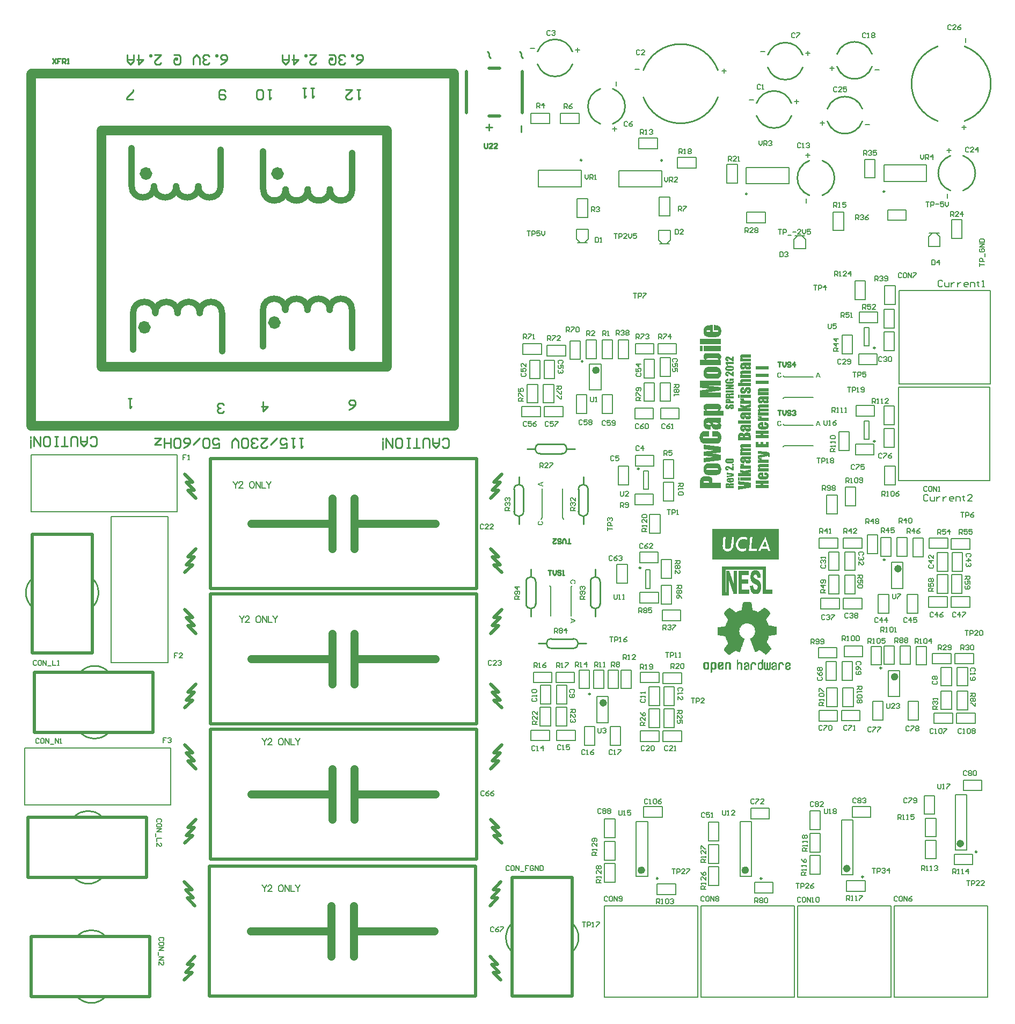
<source format=gto>
%FSLAX25Y25*%
%MOIN*%
G70*
G01*
G75*
G04 Layer_Color=65535*
%ADD10C,0.00600*%
%ADD11R,0.03200X0.03800*%
%ADD12R,0.03937X0.11811*%
%ADD13R,0.03937X0.09449*%
%ADD14R,0.12992X0.09449*%
%ADD15R,0.03800X0.03200*%
%ADD16R,0.07087X0.13386*%
%ADD17R,0.11811X0.03937*%
%ADD18R,0.13386X0.07087*%
%ADD19R,0.09000X0.10000*%
%ADD20R,0.04724X0.01181*%
%ADD21O,0.08661X0.02362*%
G04:AMPARAMS|DCode=22|XSize=216.54mil|YSize=78.74mil|CornerRadius=0mil|HoleSize=0mil|Usage=FLASHONLY|Rotation=180.000|XOffset=0mil|YOffset=0mil|HoleType=Round|Shape=Octagon|*
%AMOCTAGOND22*
4,1,8,-0.10827,0.01969,-0.10827,-0.01969,-0.08858,-0.03937,0.08858,-0.03937,0.10827,-0.01969,0.10827,0.01969,0.08858,0.03937,-0.08858,0.03937,-0.10827,0.01969,0.0*
%
%ADD22OCTAGOND22*%

%ADD23R,0.21654X0.07874*%
G04:AMPARAMS|DCode=24|XSize=216.54mil|YSize=78.74mil|CornerRadius=0mil|HoleSize=0mil|Usage=FLASHONLY|Rotation=90.000|XOffset=0mil|YOffset=0mil|HoleType=Round|Shape=Octagon|*
%AMOCTAGOND24*
4,1,8,0.01969,0.10827,-0.01969,0.10827,-0.03937,0.08858,-0.03937,-0.08858,-0.01969,-0.10827,0.01969,-0.10827,0.03937,-0.08858,0.03937,0.08858,0.01969,0.10827,0.0*
%
%ADD24OCTAGOND24*%

%ADD25R,0.07874X0.21654*%
%ADD26R,0.03937X0.04331*%
%ADD27R,0.03740X0.02165*%
%ADD28R,0.10000X0.09000*%
%ADD29R,0.06299X0.13780*%
%ADD30C,0.00800*%
%ADD31C,0.01000*%
%ADD32C,0.04000*%
%ADD33C,0.06000*%
%ADD34C,0.08000*%
%ADD35C,0.01500*%
%ADD36C,0.02500*%
%ADD37C,0.10000*%
%ADD38C,0.03000*%
%ADD39C,0.25000*%
%ADD40C,0.20000*%
%ADD41R,0.08858X0.08858*%
%ADD42C,0.17716*%
%ADD43C,0.15000*%
%ADD44C,0.00250*%
%ADD45R,0.12000X0.12000*%
%ADD46C,0.06200*%
%ADD47R,0.12000X0.12000*%
%ADD48P,0.25569X8X202.5*%
G04:AMPARAMS|DCode=49|XSize=180mil|YSize=300mil|CornerRadius=0mil|HoleSize=0mil|Usage=FLASHONLY|Rotation=180.000|XOffset=0mil|YOffset=0mil|HoleType=Round|Shape=Octagon|*
%AMOCTAGOND49*
4,1,8,0.04500,-0.15000,-0.04500,-0.15000,-0.09000,-0.10500,-0.09000,0.10500,-0.04500,0.15000,0.04500,0.15000,0.09000,0.10500,0.09000,-0.10500,0.04500,-0.15000,0.0*
%
%ADD49OCTAGOND49*%

%ADD50C,0.09843*%
%ADD51P,0.10653X8X22.5*%
%ADD52P,0.25569X8X112.5*%
G04:AMPARAMS|DCode=53|XSize=180mil|YSize=300mil|CornerRadius=0mil|HoleSize=0mil|Usage=FLASHONLY|Rotation=90.000|XOffset=0mil|YOffset=0mil|HoleType=Round|Shape=Octagon|*
%AMOCTAGOND53*
4,1,8,-0.15000,-0.04500,-0.15000,0.04500,-0.10500,0.09000,0.10500,0.09000,0.15000,0.04500,0.15000,-0.04500,0.10500,-0.09000,-0.10500,-0.09000,-0.15000,-0.04500,0.0*
%
%ADD53OCTAGOND53*%

%ADD54C,0.08268*%
%ADD55C,0.14500*%
%ADD56C,0.06500*%
%ADD57C,0.05300*%
%ADD58R,0.05300X0.05300*%
%ADD59C,0.04000*%
%ADD60C,0.08000*%
%ADD61C,0.05000*%
%ADD62C,0.10000*%
%ADD63C,0.06000*%
%ADD64C,0.05000*%
%ADD65O,0.06299X0.01378*%
%ADD66R,0.04724X0.05512*%
%ADD67O,0.06102X0.01378*%
%ADD68R,0.13780X0.08071*%
%ADD69R,0.15748X0.08071*%
%ADD70R,0.08858X0.01969*%
%ADD71R,0.07087X0.04331*%
%ADD72O,0.05118X0.01800*%
%ADD73O,0.01800X0.05118*%
%ADD74C,0.02000*%
%ADD75C,0.00984*%
%ADD76C,0.04134*%
%ADD77C,0.03937*%
%ADD78C,0.02362*%
%ADD79C,0.00787*%
%ADD80C,0.05906*%
%ADD81C,0.01969*%
%ADD82C,0.04921*%
%ADD83C,0.00100*%
%ADD84C,0.00200*%
G36*
X462500Y350725D02*
X459233D01*
Y350104D01*
X462500D01*
Y348090D01*
X454736D01*
Y350104D01*
X457512D01*
Y350725D01*
X454736D01*
Y352739D01*
X462500D01*
Y350725D01*
D02*
G37*
G36*
Y342270D02*
X454736D01*
Y345643D01*
X456294D01*
Y344284D01*
X457769D01*
Y345561D01*
X459245D01*
Y344284D01*
X460943D01*
Y345783D01*
X462500D01*
Y342270D01*
D02*
G37*
G36*
X460650Y357868D02*
X460802Y357856D01*
X460954Y357844D01*
X461095Y357821D01*
X461224Y357798D01*
X461235D01*
X461282Y357786D01*
X461341Y357763D01*
X461423Y357727D01*
X461528Y357681D01*
X461645Y357622D01*
X461774Y357540D01*
X461903Y357446D01*
X461914Y357435D01*
X461961Y357400D01*
X462032Y357341D01*
X462102Y357259D01*
X462195Y357165D01*
X462278Y357036D01*
X462371Y356908D01*
X462441Y356755D01*
X462453Y356732D01*
X462465Y356685D01*
X462500Y356592D01*
X462523Y356474D01*
X462559Y356322D01*
X462594Y356147D01*
X462605Y355936D01*
X462617Y355713D01*
Y355701D01*
Y355690D01*
Y355655D01*
Y355608D01*
X462605Y355491D01*
X462594Y355350D01*
X462570Y355175D01*
X462547Y354987D01*
X462500Y354812D01*
X462441Y354624D01*
X462430Y354601D01*
X462406Y354542D01*
X462371Y354460D01*
X462313Y354355D01*
X462242Y354238D01*
X462160Y354121D01*
X462067Y354004D01*
X461961Y353898D01*
X461950Y353887D01*
X461903Y353851D01*
X461844Y353816D01*
X461762Y353758D01*
X461657Y353699D01*
X461540Y353641D01*
X461411Y353582D01*
X461282Y353535D01*
X461259D01*
X461212Y353523D01*
X461130Y353512D01*
X461001Y353488D01*
X460849Y353477D01*
X460662Y353453D01*
X460439Y353442D01*
X458202D01*
X458132Y353453D01*
X458050D01*
X457863Y353465D01*
X457652Y353500D01*
X457441Y353535D01*
X457231Y353594D01*
X457031Y353664D01*
X457008Y353676D01*
X456950Y353711D01*
X456868Y353758D01*
X456750Y353840D01*
X456633Y353945D01*
X456504Y354062D01*
X456387Y354214D01*
X456282Y354390D01*
Y354402D01*
X456270Y354414D01*
X456247Y354484D01*
X456200Y354589D01*
X456153Y354730D01*
X456106Y354905D01*
X456060Y355104D01*
X456036Y355327D01*
X456024Y355573D01*
Y355585D01*
Y355608D01*
Y355655D01*
Y355713D01*
X456036Y355784D01*
Y355866D01*
X456060Y356053D01*
X456106Y356264D01*
X456153Y356486D01*
X456235Y356709D01*
X456341Y356919D01*
Y356931D01*
X456352Y356943D01*
X456399Y357001D01*
X456469Y357095D01*
X456551Y357212D01*
X456668Y357329D01*
X456809Y357458D01*
X456973Y357563D01*
X457160Y357657D01*
X457184Y357669D01*
X457254Y357692D01*
X457371Y357727D01*
X457523Y357774D01*
X457734Y357809D01*
X457980Y357844D01*
X458261Y357868D01*
X458589Y357880D01*
X459432D01*
Y355385D01*
X460954D01*
X461048Y355397D01*
X461235Y355409D01*
X461317Y355420D01*
X461376Y355444D01*
X461399Y355456D01*
X461434Y355491D01*
X461470Y355573D01*
X461493Y355678D01*
Y355690D01*
Y355713D01*
X461470Y355795D01*
X461423Y355889D01*
X461388Y355924D01*
X461329Y355959D01*
X461317D01*
X461294Y355971D01*
X461247Y355983D01*
X461189Y356006D01*
X461095Y356018D01*
X460989Y356029D01*
X460849Y356041D01*
X459842D01*
Y357880D01*
X460521D01*
X460650Y357868D01*
D02*
G37*
G36*
X462500Y367049D02*
X458085D01*
X457921Y367037D01*
X457757D01*
X457593Y367025D01*
X457453Y367013D01*
X457394Y367002D01*
X457348Y366990D01*
X457336D01*
X457312Y366978D01*
X457242Y366931D01*
X457184Y366861D01*
X457160Y366803D01*
X457149Y366732D01*
Y366721D01*
Y366697D01*
X457172Y366627D01*
X457195Y366580D01*
X457231Y366545D01*
X457277Y366498D01*
X457348Y366475D01*
X457359D01*
X457394Y366463D01*
X457453Y366451D01*
X457547D01*
X457676Y366440D01*
X457757Y366428D01*
X457851D01*
X457957Y366416D01*
X462500D01*
Y364531D01*
X457968D01*
X457769Y364519D01*
X457593Y364508D01*
X457512D01*
X457441Y364496D01*
X457383D01*
X457336Y364484D01*
X457324D01*
X457301Y364472D01*
X457242Y364437D01*
X457207Y364402D01*
X457172Y364355D01*
X457160Y364297D01*
X457149Y364226D01*
Y364203D01*
X457160Y364156D01*
X457195Y364086D01*
X457254Y364016D01*
X457266Y364004D01*
X457312Y363969D01*
X457394Y363934D01*
X457488Y363910D01*
X462500D01*
Y362025D01*
X456130D01*
Y363945D01*
X456750Y363910D01*
X456739Y363922D01*
X456692Y363945D01*
X456622Y363992D01*
X456551Y364062D01*
X456458Y364133D01*
X456364Y364226D01*
X456282Y364332D01*
X456212Y364437D01*
X456200Y364449D01*
X456177Y364496D01*
X456153Y364554D01*
X456118Y364648D01*
X456083Y364753D01*
X456048Y364871D01*
X456036Y365011D01*
X456024Y365152D01*
Y365163D01*
Y365187D01*
Y365222D01*
X456036Y365280D01*
X456060Y365421D01*
X456118Y365597D01*
X456200Y365784D01*
X456259Y365889D01*
X456329Y365995D01*
X456411Y366088D01*
X456516Y366194D01*
X456622Y366287D01*
X456750Y366369D01*
X456739Y366381D01*
X456692Y366416D01*
X456622Y366463D01*
X456551Y366533D01*
X456458Y366615D01*
X456364Y366709D01*
X456282Y366814D01*
X456212Y366920D01*
X456200Y366931D01*
X456177Y366978D01*
X456153Y367037D01*
X456118Y367119D01*
X456083Y367224D01*
X456048Y367341D01*
X456036Y367470D01*
X456024Y367599D01*
Y367611D01*
Y367622D01*
Y367681D01*
X456036Y367775D01*
X456060Y367892D01*
X456083Y368021D01*
X456130Y368161D01*
X456188Y368290D01*
X456270Y368419D01*
X456282Y368430D01*
X456317Y368477D01*
X456364Y368524D01*
X456434Y368594D01*
X456516Y368665D01*
X456610Y368735D01*
X456727Y368793D01*
X456856Y368840D01*
X456868D01*
X456926Y368852D01*
X457008Y368875D01*
X457125Y368887D01*
X457289Y368910D01*
X457476Y368922D01*
X457711Y368934D01*
X462500D01*
Y367049D01*
D02*
G37*
G36*
X458261Y361592D02*
Y361533D01*
X458273Y361428D01*
X458284Y361311D01*
X458296Y361182D01*
X458320Y361053D01*
X458366Y360924D01*
X458413Y360819D01*
X458425Y360807D01*
X458437Y360784D01*
X458472Y360737D01*
X458519Y360690D01*
X458577Y360631D01*
X458636Y360585D01*
X458718Y360549D01*
X458811Y360514D01*
X458823D01*
X458870Y360503D01*
X458940D01*
X459057Y360491D01*
X459128D01*
X459209Y360479D01*
X459420D01*
X459537Y360468D01*
X462500D01*
Y358524D01*
X456130D01*
Y360456D01*
X456960Y360387D01*
X456961Y360386D01*
X456973D01*
X456960Y360387D01*
X456938Y360409D01*
X456891Y360432D01*
X456832Y360468D01*
X456692Y360561D01*
X456516Y360702D01*
X456352Y360866D01*
X456200Y361088D01*
X456130Y361205D01*
X456083Y361334D01*
X456048Y361463D01*
X456024Y361615D01*
X458261D01*
Y361592D01*
D02*
G37*
G36*
X460650Y326778D02*
X460802Y326766D01*
X460954Y326754D01*
X461095Y326731D01*
X461224Y326708D01*
X461235D01*
X461282Y326696D01*
X461341Y326673D01*
X461423Y326637D01*
X461528Y326590D01*
X461645Y326532D01*
X461774Y326450D01*
X461903Y326356D01*
X461914Y326345D01*
X461961Y326309D01*
X462032Y326251D01*
X462102Y326169D01*
X462195Y326075D01*
X462278Y325946D01*
X462371Y325818D01*
X462441Y325665D01*
X462453Y325642D01*
X462465Y325595D01*
X462500Y325501D01*
X462523Y325384D01*
X462559Y325232D01*
X462594Y325057D01*
X462605Y324846D01*
X462617Y324623D01*
Y324611D01*
Y324600D01*
Y324565D01*
Y324518D01*
X462605Y324401D01*
X462594Y324260D01*
X462570Y324084D01*
X462547Y323897D01*
X462500Y323722D01*
X462441Y323534D01*
X462430Y323511D01*
X462406Y323452D01*
X462371Y323370D01*
X462313Y323265D01*
X462242Y323148D01*
X462160Y323031D01*
X462067Y322914D01*
X461961Y322808D01*
X461950Y322797D01*
X461903Y322761D01*
X461844Y322726D01*
X461762Y322668D01*
X461657Y322609D01*
X461540Y322551D01*
X461411Y322492D01*
X461282Y322445D01*
X461259D01*
X461212Y322433D01*
X461130Y322422D01*
X461001Y322398D01*
X460849Y322387D01*
X460662Y322363D01*
X460439Y322352D01*
X458202D01*
X458132Y322363D01*
X458050D01*
X457863Y322375D01*
X457652Y322410D01*
X457441Y322445D01*
X457231Y322504D01*
X457031Y322574D01*
X457008Y322586D01*
X456950Y322621D01*
X456868Y322668D01*
X456750Y322750D01*
X456633Y322855D01*
X456504Y322972D01*
X456387Y323124D01*
X456282Y323300D01*
Y323312D01*
X456270Y323323D01*
X456247Y323394D01*
X456200Y323499D01*
X456153Y323640D01*
X456106Y323815D01*
X456060Y324014D01*
X456036Y324237D01*
X456024Y324483D01*
Y324494D01*
Y324518D01*
Y324565D01*
Y324623D01*
X456036Y324693D01*
Y324775D01*
X456060Y324963D01*
X456106Y325174D01*
X456153Y325396D01*
X456235Y325619D01*
X456341Y325829D01*
Y325841D01*
X456352Y325853D01*
X456399Y325911D01*
X456469Y326005D01*
X456551Y326122D01*
X456668Y326239D01*
X456809Y326368D01*
X456973Y326473D01*
X457160Y326567D01*
X457184Y326579D01*
X457254Y326602D01*
X457371Y326637D01*
X457523Y326684D01*
X457734Y326719D01*
X457980Y326754D01*
X458261Y326778D01*
X458589Y326790D01*
X459432D01*
Y324295D01*
X460954D01*
X461048Y324307D01*
X461235Y324319D01*
X461317Y324330D01*
X461376Y324354D01*
X461399Y324366D01*
X461434Y324401D01*
X461470Y324483D01*
X461493Y324588D01*
Y324600D01*
Y324623D01*
X461470Y324705D01*
X461423Y324799D01*
X461388Y324834D01*
X461329Y324869D01*
X461317D01*
X461294Y324881D01*
X461247Y324892D01*
X461189Y324916D01*
X461095Y324928D01*
X460989Y324939D01*
X460849Y324951D01*
X459842D01*
Y326790D01*
X460521D01*
X460650Y326778D01*
D02*
G37*
G36*
X462500Y319635D02*
X459233D01*
Y319014D01*
X462500D01*
Y317000D01*
X454736D01*
Y319014D01*
X457512D01*
Y319635D01*
X454736D01*
Y321649D01*
X462500D01*
Y319635D01*
D02*
G37*
G36*
Y329963D02*
X457746D01*
X457617Y329951D01*
X457488Y329940D01*
X457371Y329928D01*
X457336D01*
X457301Y329916D01*
X457289D01*
X457277Y329904D01*
X457219Y329869D01*
X457172Y329799D01*
X457160Y329741D01*
X457149Y329682D01*
Y329670D01*
Y329647D01*
X457172Y329576D01*
X457195Y329530D01*
X457219Y329483D01*
X457266Y329448D01*
X457324Y329424D01*
X457336D01*
X457359Y329413D01*
X457418D01*
X457500Y329401D01*
X457605Y329389D01*
X457769D01*
X457851Y329378D01*
X462500D01*
Y327434D01*
X456130D01*
Y329413D01*
X456727Y329378D01*
X456715Y329389D01*
X456668Y329413D01*
X456610Y329459D01*
X456528Y329518D01*
X456446Y329588D01*
X456352Y329682D01*
X456270Y329776D01*
X456200Y329881D01*
X456188Y329893D01*
X456177Y329940D01*
X456142Y329998D01*
X456106Y330080D01*
X456083Y330186D01*
X456048Y330303D01*
X456036Y330443D01*
X456024Y330584D01*
Y330595D01*
Y330607D01*
Y330666D01*
X456036Y330759D01*
X456060Y330876D01*
X456083Y331005D01*
X456130Y331146D01*
X456188Y331275D01*
X456270Y331403D01*
X456282Y331415D01*
X456317Y331450D01*
X456364Y331509D01*
X456434Y331579D01*
X456516Y331638D01*
X456622Y331708D01*
X456739Y331766D01*
X456868Y331813D01*
X456879D01*
X456938Y331825D01*
X457020Y331848D01*
X457149Y331860D01*
X457312Y331883D01*
X457512Y331895D01*
X457757Y331907D01*
X462500D01*
Y329963D01*
D02*
G37*
G36*
X460744Y339577D02*
X460790D01*
X460849Y339565D01*
X460919Y339553D01*
X461013Y339542D01*
X461106Y339530D01*
X461341Y339507D01*
X461587Y339472D01*
X461833Y339425D01*
X462055Y339389D01*
X462149Y339378D01*
X462231Y339354D01*
X462242D01*
X462289Y339343D01*
X462371Y339319D01*
X462453Y339284D01*
X462559Y339249D01*
X462664Y339202D01*
X462769Y339132D01*
X462875Y339062D01*
X462886Y339050D01*
X462922Y339026D01*
X462968Y338980D01*
X463027Y338909D01*
X463086Y338827D01*
X463156Y338734D01*
X463214Y338617D01*
X463261Y338488D01*
Y338476D01*
X463285Y338418D01*
X463296Y338336D01*
X463320Y338207D01*
X463343Y338043D01*
X463367Y337844D01*
X463378Y337598D01*
X463390Y337317D01*
Y336146D01*
X462371D01*
Y336169D01*
Y336216D01*
Y336298D01*
Y336380D01*
X462360Y336485D01*
Y336579D01*
X462348Y336661D01*
X462336Y336720D01*
Y336731D01*
X462324Y336743D01*
X462289Y336790D01*
X462231Y336837D01*
X462184Y336860D01*
X462102D01*
X462067Y336848D01*
X462020D01*
X461926Y336825D01*
X461809Y336802D01*
X461657Y336778D01*
X461563Y336755D01*
X461458Y336731D01*
X456130Y335677D01*
Y337422D01*
X460439Y338066D01*
X456130Y338383D01*
Y340127D01*
X460744Y339577D01*
D02*
G37*
G36*
X458261Y335642D02*
Y335584D01*
X458273Y335478D01*
X458284Y335361D01*
X458296Y335232D01*
X458320Y335104D01*
X458366Y334975D01*
X458413Y334870D01*
X458425Y334858D01*
X458437Y334834D01*
X458472Y334788D01*
X458519Y334741D01*
X458577Y334682D01*
X458636Y334635D01*
X458718Y334600D01*
X458811Y334565D01*
X458823D01*
X458870Y334553D01*
X458940D01*
X459057Y334542D01*
X459128D01*
X459209Y334530D01*
X459420D01*
X459537Y334518D01*
X462500D01*
Y332574D01*
X456130D01*
Y334506D01*
X456960Y334437D01*
X456961Y334436D01*
X456973D01*
X456960Y334437D01*
X456938Y334460D01*
X456891Y334483D01*
X456832Y334518D01*
X456692Y334612D01*
X456516Y334752D01*
X456352Y334916D01*
X456200Y335139D01*
X456130Y335256D01*
X456083Y335385D01*
X456048Y335513D01*
X456024Y335666D01*
X458261D01*
Y335642D01*
D02*
G37*
G36*
X462500Y372014D02*
X461938D01*
X461950Y372002D01*
X461997Y371978D01*
X462055Y371943D01*
X462125Y371885D01*
X462207Y371814D01*
X462301Y371732D01*
X462383Y371651D01*
X462453Y371545D01*
X462465Y371533D01*
X462477Y371498D01*
X462500Y371440D01*
X462535Y371358D01*
X462570Y371264D01*
X462594Y371147D01*
X462605Y371018D01*
X462617Y370878D01*
Y370854D01*
Y370796D01*
X462605Y370690D01*
X462582Y370573D01*
X462547Y370421D01*
X462500Y370269D01*
X462430Y370105D01*
X462336Y369941D01*
X462324Y369917D01*
X462278Y369871D01*
X462195Y369812D01*
X462078Y369730D01*
X461997Y369695D01*
X461903Y369648D01*
X461809Y369613D01*
X461692Y369590D01*
X461563Y369554D01*
X461411Y369543D01*
X461259Y369519D01*
X460451D01*
X460334Y369531D01*
X460181Y369543D01*
X460017Y369578D01*
X459854Y369613D01*
X459713Y369672D01*
X459596Y369742D01*
X459584Y369754D01*
X459549Y369789D01*
X459490Y369859D01*
X459420Y369964D01*
X459373Y370035D01*
X459327Y370117D01*
X459280Y370198D01*
X459221Y370304D01*
X459174Y370421D01*
X459116Y370550D01*
X459046Y370690D01*
X458987Y370854D01*
Y370866D01*
X458975Y370901D01*
X458952Y370948D01*
X458928Y371006D01*
X458858Y371159D01*
X458788Y371346D01*
X458694Y371533D01*
X458612Y371697D01*
X458577Y371768D01*
X458542Y371826D01*
X458507Y371861D01*
X458484Y371885D01*
X458472D01*
X458460Y371897D01*
X458425Y371908D01*
X458366Y371920D01*
X458296Y371932D01*
X458202Y371943D01*
X458097Y371955D01*
X457793D01*
X457687Y371943D01*
X457570Y371932D01*
X457465Y371920D01*
X457371Y371897D01*
X457301Y371873D01*
X457289D01*
X457277Y371861D01*
X457219Y371814D01*
X457172Y371744D01*
X457160Y371686D01*
X457149Y371627D01*
Y371615D01*
Y371592D01*
X457160Y371522D01*
X457207Y371440D01*
X457231Y371405D01*
X457277Y371381D01*
X457289D01*
X457301Y371370D01*
X457348D01*
X457406Y371358D01*
X457500Y371346D01*
X457617D01*
X457757Y371334D01*
X458601D01*
Y369519D01*
X458062D01*
X457921Y369531D01*
X457757Y369543D01*
X457582Y369554D01*
X457383Y369590D01*
X457207Y369625D01*
X457043Y369683D01*
X457020Y369695D01*
X456973Y369718D01*
X456903Y369765D01*
X456809Y369835D01*
X456692Y369929D01*
X456575Y370046D01*
X456458Y370198D01*
X456341Y370374D01*
Y370386D01*
X456329Y370398D01*
X456294Y370468D01*
X456235Y370585D01*
X456177Y370737D01*
X456130Y370924D01*
X456071Y371159D01*
X456036Y371416D01*
X456024Y371709D01*
Y371721D01*
Y371756D01*
Y371803D01*
Y371873D01*
X456036Y371955D01*
X456048Y372049D01*
X456071Y372259D01*
X456106Y372505D01*
X456177Y372751D01*
X456259Y372986D01*
X456376Y373185D01*
Y373196D01*
X456387Y373208D01*
X456434Y373267D01*
X456516Y373348D01*
X456610Y373454D01*
X456739Y373559D01*
X456879Y373653D01*
X457043Y373735D01*
X457231Y373794D01*
X457254D01*
X457289Y373805D01*
X457336D01*
X457394Y373817D01*
X457476Y373829D01*
X457570Y373840D01*
X457676Y373852D01*
X457816D01*
X457957Y373864D01*
X458132Y373875D01*
X458320Y373887D01*
X458530D01*
X458776Y373899D01*
X462500D01*
Y372014D01*
D02*
G37*
G36*
X451500Y321562D02*
X445130D01*
Y323553D01*
X451500D01*
Y321562D01*
D02*
G37*
G36*
X444743D02*
X443736D01*
Y323553D01*
X444743D01*
Y321562D01*
D02*
G37*
G36*
X451500Y326797D02*
X448725Y326199D01*
X451500D01*
Y324255D01*
X443736D01*
Y326199D01*
X446992D01*
X445130Y326797D01*
Y328424D01*
X447671Y327640D01*
X451500Y328647D01*
Y326797D01*
D02*
G37*
G36*
Y334865D02*
X450938D01*
X450950Y334853D01*
X450996Y334830D01*
X451055Y334794D01*
X451125Y334736D01*
X451207Y334666D01*
X451301Y334584D01*
X451383Y334502D01*
X451453Y334396D01*
X451465Y334385D01*
X451477Y334350D01*
X451500Y334291D01*
X451535Y334209D01*
X451570Y334115D01*
X451594Y333998D01*
X451605Y333870D01*
X451617Y333729D01*
Y333705D01*
Y333647D01*
X451605Y333542D01*
X451582Y333424D01*
X451547Y333272D01*
X451500Y333120D01*
X451430Y332956D01*
X451336Y332792D01*
X451324Y332769D01*
X451277Y332722D01*
X451195Y332663D01*
X451078Y332581D01*
X450996Y332546D01*
X450903Y332499D01*
X450809Y332464D01*
X450692Y332441D01*
X450563Y332406D01*
X450411Y332394D01*
X450259Y332371D01*
X449451D01*
X449334Y332382D01*
X449181Y332394D01*
X449017Y332429D01*
X448853Y332464D01*
X448713Y332523D01*
X448596Y332593D01*
X448584Y332605D01*
X448549Y332640D01*
X448490Y332710D01*
X448420Y332816D01*
X448373Y332886D01*
X448327Y332968D01*
X448280Y333050D01*
X448221Y333155D01*
X448174Y333272D01*
X448116Y333401D01*
X448046Y333542D01*
X447987Y333705D01*
Y333717D01*
X447975Y333752D01*
X447952Y333799D01*
X447928Y333858D01*
X447858Y334010D01*
X447788Y334197D01*
X447694Y334385D01*
X447612Y334549D01*
X447577Y334619D01*
X447542Y334677D01*
X447507Y334713D01*
X447483Y334736D01*
X447472D01*
X447460Y334748D01*
X447425Y334759D01*
X447366Y334771D01*
X447296Y334783D01*
X447202Y334794D01*
X447097Y334806D01*
X446793D01*
X446687Y334794D01*
X446570Y334783D01*
X446465Y334771D01*
X446371Y334748D01*
X446301Y334724D01*
X446289D01*
X446277Y334713D01*
X446219Y334666D01*
X446172Y334595D01*
X446160Y334537D01*
X446148Y334478D01*
Y334467D01*
Y334443D01*
X446160Y334373D01*
X446207Y334291D01*
X446231Y334256D01*
X446277Y334232D01*
X446289D01*
X446301Y334221D01*
X446348D01*
X446406Y334209D01*
X446500Y334197D01*
X446617D01*
X446757Y334186D01*
X447601D01*
Y332371D01*
X447062D01*
X446921Y332382D01*
X446757Y332394D01*
X446582Y332406D01*
X446383Y332441D01*
X446207Y332476D01*
X446043Y332535D01*
X446020Y332546D01*
X445973Y332570D01*
X445903Y332616D01*
X445809Y332687D01*
X445692Y332780D01*
X445575Y332897D01*
X445458Y333050D01*
X445340Y333225D01*
Y333237D01*
X445329Y333249D01*
X445294Y333319D01*
X445235Y333436D01*
X445177Y333588D01*
X445130Y333776D01*
X445071Y334010D01*
X445036Y334268D01*
X445024Y334560D01*
Y334572D01*
Y334607D01*
Y334654D01*
Y334724D01*
X445036Y334806D01*
X445048Y334900D01*
X445071Y335111D01*
X445106Y335357D01*
X445177Y335602D01*
X445259Y335837D01*
X445376Y336036D01*
Y336048D01*
X445387Y336059D01*
X445434Y336118D01*
X445516Y336200D01*
X445610Y336305D01*
X445739Y336410D01*
X445879Y336504D01*
X446043Y336586D01*
X446231Y336645D01*
X446254D01*
X446289Y336656D01*
X446336D01*
X446394Y336668D01*
X446476Y336680D01*
X446570Y336692D01*
X446675Y336703D01*
X446816D01*
X446956Y336715D01*
X447132Y336727D01*
X447320Y336738D01*
X447530D01*
X447776Y336750D01*
X451500D01*
Y334865D01*
D02*
G37*
G36*
X447261Y332019D02*
Y331961D01*
X447273Y331855D01*
X447284Y331738D01*
X447296Y331609D01*
X447320Y331481D01*
X447366Y331352D01*
X447413Y331246D01*
X447425Y331235D01*
X447437Y331211D01*
X447472Y331164D01*
X447519Y331118D01*
X447577Y331059D01*
X447636Y331012D01*
X447718Y330977D01*
X447811Y330942D01*
X447823D01*
X447870Y330930D01*
X447940D01*
X448057Y330919D01*
X448128D01*
X448209Y330907D01*
X448420D01*
X448537Y330895D01*
X451500D01*
Y328951D01*
X445130D01*
Y330883D01*
X445960Y330814D01*
X445961Y330813D01*
X445973D01*
X445960Y330814D01*
X445938Y330837D01*
X445891Y330860D01*
X445832Y330895D01*
X445692Y330989D01*
X445516Y331129D01*
X445352Y331293D01*
X445200Y331516D01*
X445130Y331633D01*
X445083Y331762D01*
X445048Y331891D01*
X445024Y332043D01*
X447261D01*
Y332019D01*
D02*
G37*
G36*
X462500Y381487D02*
X454736D01*
Y383501D01*
X462500D01*
Y381487D01*
D02*
G37*
G36*
Y377096D02*
X457746D01*
X457617Y377084D01*
X457488Y377072D01*
X457371Y377061D01*
X457336D01*
X457301Y377049D01*
X457289D01*
X457277Y377037D01*
X457219Y377002D01*
X457172Y376932D01*
X457160Y376873D01*
X457149Y376815D01*
Y376803D01*
Y376780D01*
X457172Y376709D01*
X457195Y376662D01*
X457219Y376616D01*
X457266Y376581D01*
X457324Y376557D01*
X457336D01*
X457359Y376545D01*
X457418D01*
X457500Y376534D01*
X457605Y376522D01*
X457769D01*
X457851Y376510D01*
X462500D01*
Y374566D01*
X456130D01*
Y376545D01*
X456727Y376510D01*
X456715Y376522D01*
X456668Y376545D01*
X456610Y376592D01*
X456528Y376651D01*
X456446Y376721D01*
X456352Y376815D01*
X456270Y376908D01*
X456200Y377014D01*
X456188Y377026D01*
X456177Y377072D01*
X456142Y377131D01*
X456106Y377213D01*
X456083Y377318D01*
X456048Y377435D01*
X456036Y377576D01*
X456024Y377716D01*
Y377728D01*
Y377740D01*
Y377798D01*
X456036Y377892D01*
X456060Y378009D01*
X456083Y378138D01*
X456130Y378278D01*
X456188Y378407D01*
X456270Y378536D01*
X456282Y378548D01*
X456317Y378583D01*
X456364Y378641D01*
X456434Y378712D01*
X456516Y378770D01*
X456622Y378840D01*
X456739Y378899D01*
X456868Y378946D01*
X456879D01*
X456938Y378958D01*
X457020Y378981D01*
X457149Y378993D01*
X457312Y379016D01*
X457512Y379028D01*
X457757Y379040D01*
X462500D01*
Y377096D01*
D02*
G37*
G36*
Y386054D02*
X454736D01*
Y388068D01*
X462500D01*
Y386054D01*
D02*
G37*
G36*
X451500Y320227D02*
Y317171D01*
X443736Y316000D01*
Y318131D01*
X443771D01*
X443818Y318143D01*
X443877D01*
X443959Y318155D01*
X444052Y318166D01*
X444158Y318178D01*
X444275Y318190D01*
X444404Y318201D01*
X444544Y318213D01*
X444872Y318248D01*
X445223Y318283D01*
X445622Y318330D01*
X446043Y318365D01*
X446476Y318412D01*
X446921Y318459D01*
X447390Y318506D01*
X448303Y318588D01*
X448748Y318623D01*
X449181Y318658D01*
X449123D01*
X449076Y318670D01*
X448959D01*
X448795Y318682D01*
X448608Y318705D01*
X448373Y318717D01*
X448116Y318740D01*
X447835Y318764D01*
X447530Y318787D01*
X447214Y318810D01*
X446886Y318846D01*
X446547Y318869D01*
X445856Y318928D01*
X445516Y318963D01*
X445188Y318998D01*
X443736Y319138D01*
Y321269D01*
X451500Y320227D01*
D02*
G37*
G36*
X462500Y390621D02*
X454736D01*
Y392635D01*
X462500D01*
Y390621D01*
D02*
G37*
G36*
X321527Y296613D02*
X321551Y296603D01*
X321590Y296589D01*
X321634Y296574D01*
X321683Y296555D01*
X321742Y296530D01*
X321800Y296501D01*
X321927Y296438D01*
X322059Y296355D01*
X322181Y296252D01*
X322239Y296199D01*
X322288Y296135D01*
X322293Y296130D01*
X322298Y296120D01*
X322312Y296101D01*
X322327Y296076D01*
X322347Y296042D01*
X322366Y296003D01*
X322391Y295954D01*
X322415Y295901D01*
X322439Y295842D01*
X322464Y295779D01*
X322483Y295710D01*
X322503Y295637D01*
X322517Y295554D01*
X322532Y295471D01*
X322537Y295379D01*
X322542Y295286D01*
Y295281D01*
Y295257D01*
X322537Y295222D01*
Y295179D01*
X322527Y295125D01*
X322517Y295061D01*
X322508Y294993D01*
X322488Y294915D01*
X322464Y294832D01*
X322434Y294749D01*
X322400Y294661D01*
X322356Y294573D01*
X322308Y294486D01*
X322249Y294398D01*
X322186Y294315D01*
X322108Y294237D01*
X322103Y294232D01*
X322088Y294217D01*
X322064Y294198D01*
X322029Y294173D01*
X321986Y294144D01*
X321932Y294105D01*
X321868Y294071D01*
X321795Y294032D01*
X321717Y293993D01*
X321624Y293958D01*
X321527Y293924D01*
X321420Y293890D01*
X321307Y293866D01*
X321185Y293846D01*
X321054Y293832D01*
X320917Y293827D01*
X320883D01*
X320839Y293832D01*
X320785D01*
X320717Y293841D01*
X320639Y293846D01*
X320556Y293861D01*
X320463Y293881D01*
X320360Y293900D01*
X320263Y293929D01*
X320156Y293958D01*
X320053Y293998D01*
X319951Y294046D01*
X319853Y294100D01*
X319760Y294163D01*
X319672Y294237D01*
X319668Y294242D01*
X319653Y294256D01*
X319633Y294281D01*
X319604Y294310D01*
X319570Y294354D01*
X319531Y294403D01*
X319492Y294461D01*
X319448Y294530D01*
X319409Y294603D01*
X319370Y294686D01*
X319331Y294774D01*
X319297Y294871D01*
X319267Y294974D01*
X319248Y295086D01*
X319233Y295203D01*
X319228Y295325D01*
Y295330D01*
Y295349D01*
Y295384D01*
X319233Y295423D01*
X319238Y295471D01*
X319248Y295530D01*
X319258Y295593D01*
X319272Y295662D01*
X319292Y295740D01*
X319316Y295813D01*
X319341Y295896D01*
X319375Y295974D01*
X319419Y296052D01*
X319463Y296130D01*
X319516Y296203D01*
X319580Y296276D01*
Y296281D01*
X319589Y296286D01*
X319619Y296311D01*
X319663Y296350D01*
X319731Y296398D01*
X319814Y296452D01*
X319912Y296511D01*
X320029Y296564D01*
X320165Y296608D01*
X320317Y295969D01*
X320312D01*
X320307Y295964D01*
X320278Y295959D01*
X320234Y295940D01*
X320175Y295915D01*
X320112Y295886D01*
X320048Y295842D01*
X319985Y295793D01*
X319926Y295730D01*
X319921Y295720D01*
X319902Y295696D01*
X319877Y295662D01*
X319853Y295608D01*
X319824Y295545D01*
X319804Y295466D01*
X319785Y295384D01*
X319780Y295291D01*
Y295286D01*
Y295276D01*
Y295257D01*
X319785Y295232D01*
X319790Y295203D01*
X319794Y295169D01*
X319814Y295086D01*
X319843Y294993D01*
X319887Y294896D01*
X319916Y294852D01*
X319951Y294803D01*
X319994Y294759D01*
X320038Y294715D01*
X320043D01*
X320048Y294705D01*
X320068Y294695D01*
X320087Y294681D01*
X320116Y294666D01*
X320151Y294647D01*
X320190Y294627D01*
X320238Y294608D01*
X320292Y294583D01*
X320351Y294564D01*
X320419Y294544D01*
X320497Y294530D01*
X320575Y294515D01*
X320668Y294505D01*
X320765Y294500D01*
X320868Y294495D01*
X320927D01*
X320966Y294500D01*
X321019D01*
X321073Y294505D01*
X321136Y294515D01*
X321205Y294525D01*
X321346Y294549D01*
X321493Y294588D01*
X321561Y294612D01*
X321624Y294642D01*
X321683Y294671D01*
X321737Y294710D01*
X321742Y294715D01*
X321746Y294720D01*
X321776Y294749D01*
X321815Y294798D01*
X321864Y294861D01*
X321912Y294944D01*
X321951Y295042D01*
X321981Y295154D01*
X321986Y295213D01*
X321990Y295276D01*
Y295281D01*
Y295286D01*
Y295301D01*
X321986Y295320D01*
X321981Y295369D01*
X321971Y295427D01*
X321951Y295501D01*
X321922Y295574D01*
X321883Y295647D01*
X321829Y295720D01*
X321820Y295730D01*
X321800Y295749D01*
X321756Y295784D01*
X321703Y295823D01*
X321629Y295867D01*
X321537Y295911D01*
X321434Y295954D01*
X321307Y295989D01*
X321502Y296618D01*
X321507D01*
X321527Y296613D01*
D02*
G37*
G36*
X342718Y234913D02*
Y234230D01*
X339512Y232942D01*
Y233644D01*
X340239Y233918D01*
Y235211D01*
X339512Y235474D01*
Y236157D01*
X342718Y234913D01*
D02*
G37*
G36*
X322488Y320356D02*
X321761Y320082D01*
Y318789D01*
X322488Y318526D01*
Y317843D01*
X319282Y319087D01*
Y319770D01*
X322488Y321058D01*
Y320356D01*
D02*
G37*
G36*
X429524Y332429D02*
X429856Y332409D01*
X430207Y332390D01*
X430539Y332351D01*
X430832Y332292D01*
X430852D01*
X430949Y332273D01*
X431067Y332214D01*
X431242Y332155D01*
X431438Y332077D01*
X431633Y331979D01*
X431867Y331843D01*
X432082Y331667D01*
X432102Y331647D01*
X432180Y331589D01*
X432277Y331472D01*
X432395Y331335D01*
X432531Y331159D01*
X432668Y330964D01*
X432805Y330730D01*
X432922Y330456D01*
X432941Y330417D01*
X432961Y330319D01*
X433000Y330183D01*
X433059Y329968D01*
X433117Y329734D01*
X433156Y329441D01*
X433176Y329128D01*
X433195Y328777D01*
Y328757D01*
Y328737D01*
Y328679D01*
Y328601D01*
X433176Y328405D01*
X433156Y328152D01*
X433137Y327859D01*
X433098Y327566D01*
X433039Y327253D01*
X432961Y326960D01*
X432941Y326921D01*
X432922Y326843D01*
X432863Y326706D01*
X432785Y326531D01*
X432688Y326355D01*
X432570Y326160D01*
X432414Y325984D01*
X432258Y325808D01*
X432238Y325788D01*
X432180Y325749D01*
X432082Y325671D01*
X431945Y325574D01*
X431770Y325476D01*
X431574Y325398D01*
X431359Y325300D01*
X431106Y325222D01*
X431067D01*
X430969Y325203D01*
X430813Y325164D01*
X430598Y325144D01*
X430305Y325105D01*
X429953Y325066D01*
X429543Y325046D01*
X426106D01*
X425989Y325066D01*
X425852D01*
X425520Y325085D01*
X425149Y325125D01*
X424758Y325183D01*
X424387Y325261D01*
X424055Y325359D01*
X424036D01*
X424016Y325378D01*
X423918Y325417D01*
X423762Y325496D01*
X423567Y325613D01*
X423352Y325769D01*
X423137Y325964D01*
X422903Y326199D01*
X422708Y326492D01*
Y326511D01*
X422688Y326531D01*
X422630Y326648D01*
X422551Y326824D01*
X422454Y327078D01*
X422356Y327390D01*
X422278Y327761D01*
X422219Y328171D01*
X422200Y328640D01*
Y328659D01*
Y328679D01*
Y328737D01*
Y328816D01*
X422219Y329030D01*
X422239Y329284D01*
X422278Y329558D01*
X422337Y329870D01*
X422415Y330183D01*
X422532Y330495D01*
X422551Y330534D01*
X422590Y330632D01*
X422669Y330769D01*
X422766Y330944D01*
X422884Y331140D01*
X423040Y331335D01*
X423196Y331530D01*
X423391Y331706D01*
X423411Y331726D01*
X423469Y331784D01*
X423587Y331843D01*
X423704Y331941D01*
X423879Y332038D01*
X424055Y332136D01*
X424251Y332214D01*
X424446Y332292D01*
X424465D01*
X424544Y332312D01*
X424680Y332351D01*
X424856Y332370D01*
X425090Y332409D01*
X425383Y332429D01*
X425735Y332448D01*
X429211D01*
X429524Y332429D01*
D02*
G37*
G36*
X425227Y324246D02*
X425500Y324226D01*
X425793Y324207D01*
X426086Y324148D01*
X426379Y324089D01*
X426614Y323992D01*
X426633Y323972D01*
X426711Y323933D01*
X426809Y323875D01*
X426926Y323777D01*
X427082Y323660D01*
X427219Y323484D01*
X427356Y323289D01*
X427493Y323054D01*
X427512Y323015D01*
X427532Y322937D01*
X427590Y322781D01*
X427629Y322566D01*
X427688Y322312D01*
X427746Y322000D01*
X427766Y321648D01*
X427785Y321257D01*
Y320359D01*
X433000D01*
Y317000D01*
X420052D01*
Y320379D01*
Y320398D01*
Y320437D01*
Y320515D01*
Y320613D01*
Y320730D01*
X420071Y320867D01*
Y321160D01*
X420110Y321511D01*
X420149Y321863D01*
X420208Y322195D01*
X420286Y322508D01*
Y322547D01*
X420325Y322625D01*
X420384Y322761D01*
X420442Y322918D01*
X420638Y323289D01*
X420774Y323464D01*
X420911Y323621D01*
X420930Y323640D01*
X420989Y323679D01*
X421067Y323738D01*
X421184Y323816D01*
X421321Y323914D01*
X421477Y323992D01*
X421673Y324070D01*
X421887Y324129D01*
X421907D01*
X422005Y324148D01*
X422141Y324167D01*
X422337Y324207D01*
X422590Y324226D01*
X422884Y324246D01*
X423254Y324265D01*
X425012D01*
X425227Y324246D01*
D02*
G37*
G36*
X469422Y358767D02*
X469471Y358762D01*
X469530Y358752D01*
X469593Y358742D01*
X469662Y358728D01*
X469740Y358708D01*
X469813Y358684D01*
X469896Y358659D01*
X469974Y358625D01*
X470052Y358581D01*
X470130Y358537D01*
X470203Y358484D01*
X470276Y358420D01*
X470281D01*
X470286Y358411D01*
X470311Y358381D01*
X470350Y358337D01*
X470399Y358269D01*
X470452Y358186D01*
X470511Y358088D01*
X470565Y357971D01*
X470608Y357835D01*
X469969Y357683D01*
Y357688D01*
X469964Y357693D01*
X469959Y357722D01*
X469940Y357766D01*
X469915Y357825D01*
X469886Y357888D01*
X469842Y357952D01*
X469793Y358015D01*
X469730Y358074D01*
X469720Y358079D01*
X469696Y358098D01*
X469662Y358123D01*
X469608Y358147D01*
X469545Y358176D01*
X469466Y358196D01*
X469383Y358215D01*
X469291Y358220D01*
X469257D01*
X469232Y358215D01*
X469203Y358210D01*
X469169Y358206D01*
X469086Y358186D01*
X468993Y358157D01*
X468895Y358113D01*
X468852Y358084D01*
X468803Y358049D01*
X468759Y358005D01*
X468715Y357962D01*
Y357957D01*
X468705Y357952D01*
X468695Y357932D01*
X468681Y357913D01*
X468666Y357884D01*
X468647Y357849D01*
X468627Y357810D01*
X468608Y357762D01*
X468583Y357708D01*
X468564Y357649D01*
X468544Y357581D01*
X468530Y357503D01*
X468515Y357425D01*
X468505Y357332D01*
X468500Y357235D01*
X468495Y357132D01*
Y357127D01*
Y357108D01*
Y357073D01*
X468500Y357034D01*
Y356981D01*
X468505Y356927D01*
X468515Y356864D01*
X468525Y356795D01*
X468549Y356654D01*
X468588Y356507D01*
X468612Y356439D01*
X468642Y356376D01*
X468671Y356317D01*
X468710Y356263D01*
X468715Y356258D01*
X468720Y356254D01*
X468749Y356224D01*
X468798Y356185D01*
X468861Y356136D01*
X468944Y356088D01*
X469042Y356049D01*
X469154Y356019D01*
X469213Y356014D01*
X469276Y356010D01*
X469301D01*
X469320Y356014D01*
X469369Y356019D01*
X469427Y356029D01*
X469501Y356049D01*
X469574Y356078D01*
X469647Y356117D01*
X469720Y356171D01*
X469730Y356180D01*
X469749Y356200D01*
X469784Y356244D01*
X469823Y356297D01*
X469867Y356371D01*
X469910Y356463D01*
X469954Y356566D01*
X469989Y356693D01*
X470618Y356498D01*
Y356493D01*
X470613Y356473D01*
X470604Y356449D01*
X470589Y356410D01*
X470574Y356366D01*
X470555Y356317D01*
X470530Y356258D01*
X470501Y356200D01*
X470438Y356073D01*
X470355Y355941D01*
X470252Y355819D01*
X470198Y355761D01*
X470135Y355712D01*
X470130Y355707D01*
X470120Y355702D01*
X470101Y355687D01*
X470077Y355673D01*
X470042Y355653D01*
X470003Y355634D01*
X469954Y355609D01*
X469901Y355585D01*
X469842Y355561D01*
X469779Y355536D01*
X469710Y355517D01*
X469637Y355497D01*
X469554Y355483D01*
X469471Y355468D01*
X469379Y355463D01*
X469286Y355458D01*
X469257D01*
X469222Y355463D01*
X469178D01*
X469125Y355473D01*
X469061Y355483D01*
X468993Y355492D01*
X468915Y355512D01*
X468832Y355536D01*
X468749Y355566D01*
X468661Y355600D01*
X468573Y355644D01*
X468486Y355692D01*
X468398Y355751D01*
X468315Y355814D01*
X468237Y355892D01*
X468232Y355897D01*
X468217Y355912D01*
X468198Y355936D01*
X468173Y355971D01*
X468144Y356014D01*
X468105Y356068D01*
X468071Y356132D01*
X468032Y356205D01*
X467993Y356283D01*
X467958Y356376D01*
X467924Y356473D01*
X467890Y356580D01*
X467866Y356693D01*
X467846Y356815D01*
X467832Y356946D01*
X467827Y357083D01*
Y357093D01*
Y357117D01*
X467832Y357161D01*
Y357215D01*
X467841Y357283D01*
X467846Y357361D01*
X467861Y357444D01*
X467880Y357537D01*
X467900Y357640D01*
X467929Y357737D01*
X467958Y357844D01*
X467998Y357947D01*
X468046Y358049D01*
X468100Y358147D01*
X468163Y358240D01*
X468237Y358328D01*
X468242Y358332D01*
X468256Y358347D01*
X468281Y358367D01*
X468310Y358396D01*
X468354Y358430D01*
X468403Y358469D01*
X468461Y358508D01*
X468530Y358552D01*
X468603Y358591D01*
X468686Y358630D01*
X468774Y358669D01*
X468871Y358703D01*
X468974Y358733D01*
X469086Y358752D01*
X469203Y358767D01*
X469325Y358772D01*
X469383D01*
X469422Y358767D01*
D02*
G37*
G36*
X495058Y355512D02*
X494356D01*
X494082Y356239D01*
X492789D01*
X492526Y355512D01*
X491843D01*
X493087Y358718D01*
X493770D01*
X495058Y355512D01*
D02*
G37*
G36*
Y385512D02*
X494356D01*
X494082Y386239D01*
X492789D01*
X492526Y385512D01*
X491843D01*
X493087Y388718D01*
X493770D01*
X495058Y385512D01*
D02*
G37*
G36*
X341161Y260168D02*
X341215D01*
X341283Y260159D01*
X341361Y260154D01*
X341444Y260139D01*
X341537Y260120D01*
X341639Y260100D01*
X341737Y260071D01*
X341845Y260041D01*
X341947Y260002D01*
X342049Y259954D01*
X342147Y259900D01*
X342240Y259837D01*
X342328Y259763D01*
X342333Y259758D01*
X342347Y259744D01*
X342367Y259719D01*
X342396Y259690D01*
X342430Y259646D01*
X342469Y259597D01*
X342508Y259539D01*
X342552Y259471D01*
X342591Y259397D01*
X342630Y259314D01*
X342669Y259226D01*
X342703Y259129D01*
X342733Y259026D01*
X342752Y258914D01*
X342767Y258797D01*
X342772Y258675D01*
Y258670D01*
Y258651D01*
Y258616D01*
X342767Y258577D01*
X342762Y258529D01*
X342752Y258470D01*
X342742Y258407D01*
X342728Y258338D01*
X342708Y258260D01*
X342684Y258187D01*
X342659Y258104D01*
X342625Y258026D01*
X342581Y257948D01*
X342537Y257870D01*
X342484Y257797D01*
X342420Y257723D01*
Y257719D01*
X342410Y257714D01*
X342381Y257689D01*
X342337Y257650D01*
X342269Y257601D01*
X342186Y257548D01*
X342089Y257489D01*
X341971Y257436D01*
X341835Y257392D01*
X341683Y258031D01*
X341688D01*
X341693Y258036D01*
X341722Y258041D01*
X341766Y258060D01*
X341825Y258085D01*
X341888Y258114D01*
X341952Y258158D01*
X342015Y258207D01*
X342074Y258270D01*
X342079Y258280D01*
X342098Y258304D01*
X342123Y258338D01*
X342147Y258392D01*
X342176Y258455D01*
X342196Y258534D01*
X342215Y258616D01*
X342220Y258709D01*
Y258714D01*
Y258724D01*
Y258743D01*
X342215Y258768D01*
X342210Y258797D01*
X342206Y258831D01*
X342186Y258914D01*
X342157Y259007D01*
X342113Y259104D01*
X342084Y259148D01*
X342049Y259197D01*
X342005Y259241D01*
X341962Y259285D01*
X341957D01*
X341952Y259295D01*
X341932Y259305D01*
X341913Y259319D01*
X341883Y259334D01*
X341849Y259353D01*
X341810Y259373D01*
X341761Y259392D01*
X341708Y259417D01*
X341649Y259436D01*
X341581Y259456D01*
X341503Y259471D01*
X341425Y259485D01*
X341332Y259495D01*
X341234Y259500D01*
X341132Y259505D01*
X341073D01*
X341034Y259500D01*
X340981D01*
X340927Y259495D01*
X340864Y259485D01*
X340795Y259475D01*
X340654Y259451D01*
X340507Y259412D01*
X340439Y259388D01*
X340376Y259358D01*
X340317Y259329D01*
X340263Y259290D01*
X340258Y259285D01*
X340254Y259280D01*
X340224Y259251D01*
X340185Y259202D01*
X340137Y259139D01*
X340088Y259056D01*
X340049Y258958D01*
X340019Y258846D01*
X340014Y258787D01*
X340010Y258724D01*
Y258719D01*
Y258714D01*
Y258699D01*
X340014Y258680D01*
X340019Y258631D01*
X340029Y258573D01*
X340049Y258499D01*
X340078Y258426D01*
X340117Y258353D01*
X340171Y258280D01*
X340180Y258270D01*
X340200Y258250D01*
X340244Y258216D01*
X340298Y258177D01*
X340371Y258133D01*
X340463Y258089D01*
X340566Y258046D01*
X340693Y258011D01*
X340498Y257382D01*
X340493D01*
X340473Y257387D01*
X340449Y257397D01*
X340410Y257411D01*
X340366Y257426D01*
X340317Y257445D01*
X340258Y257470D01*
X340200Y257499D01*
X340073Y257562D01*
X339941Y257645D01*
X339819Y257748D01*
X339761Y257802D01*
X339712Y257865D01*
X339707Y257870D01*
X339702Y257880D01*
X339687Y257899D01*
X339673Y257924D01*
X339653Y257958D01*
X339634Y257997D01*
X339609Y258046D01*
X339585Y258099D01*
X339561Y258158D01*
X339536Y258221D01*
X339517Y258290D01*
X339497Y258363D01*
X339482Y258446D01*
X339468Y258529D01*
X339463Y258621D01*
X339458Y258714D01*
Y258719D01*
Y258743D01*
X339463Y258778D01*
Y258822D01*
X339473Y258875D01*
X339482Y258939D01*
X339492Y259007D01*
X339512Y259085D01*
X339536Y259168D01*
X339565Y259251D01*
X339600Y259339D01*
X339644Y259427D01*
X339692Y259514D01*
X339751Y259602D01*
X339814Y259685D01*
X339893Y259763D01*
X339897Y259768D01*
X339912Y259783D01*
X339936Y259802D01*
X339970Y259827D01*
X340014Y259856D01*
X340068Y259895D01*
X340132Y259929D01*
X340205Y259968D01*
X340283Y260007D01*
X340376Y260041D01*
X340473Y260076D01*
X340581Y260110D01*
X340693Y260134D01*
X340815Y260154D01*
X340947Y260168D01*
X341083Y260173D01*
X341117D01*
X341161Y260168D01*
D02*
G37*
G36*
X469422Y388767D02*
X469471Y388762D01*
X469530Y388752D01*
X469593Y388742D01*
X469662Y388728D01*
X469740Y388708D01*
X469813Y388684D01*
X469896Y388659D01*
X469974Y388625D01*
X470052Y388581D01*
X470130Y388537D01*
X470203Y388484D01*
X470276Y388420D01*
X470281D01*
X470286Y388410D01*
X470311Y388381D01*
X470350Y388337D01*
X470399Y388269D01*
X470452Y388186D01*
X470511Y388088D01*
X470565Y387971D01*
X470608Y387835D01*
X469969Y387683D01*
Y387688D01*
X469964Y387693D01*
X469959Y387722D01*
X469940Y387766D01*
X469915Y387825D01*
X469886Y387888D01*
X469842Y387952D01*
X469793Y388015D01*
X469730Y388074D01*
X469720Y388079D01*
X469696Y388098D01*
X469662Y388123D01*
X469608Y388147D01*
X469545Y388176D01*
X469466Y388196D01*
X469383Y388215D01*
X469291Y388220D01*
X469257D01*
X469232Y388215D01*
X469203Y388210D01*
X469169Y388206D01*
X469086Y388186D01*
X468993Y388157D01*
X468895Y388113D01*
X468852Y388084D01*
X468803Y388049D01*
X468759Y388005D01*
X468715Y387962D01*
Y387957D01*
X468705Y387952D01*
X468695Y387932D01*
X468681Y387913D01*
X468666Y387883D01*
X468647Y387849D01*
X468627Y387810D01*
X468608Y387761D01*
X468583Y387708D01*
X468564Y387649D01*
X468544Y387581D01*
X468530Y387503D01*
X468515Y387425D01*
X468505Y387332D01*
X468500Y387234D01*
X468495Y387132D01*
Y387127D01*
Y387108D01*
Y387073D01*
X468500Y387034D01*
Y386981D01*
X468505Y386927D01*
X468515Y386864D01*
X468525Y386795D01*
X468549Y386654D01*
X468588Y386507D01*
X468612Y386439D01*
X468642Y386376D01*
X468671Y386317D01*
X468710Y386263D01*
X468715Y386258D01*
X468720Y386254D01*
X468749Y386224D01*
X468798Y386185D01*
X468861Y386137D01*
X468944Y386088D01*
X469042Y386049D01*
X469154Y386019D01*
X469213Y386014D01*
X469276Y386010D01*
X469301D01*
X469320Y386014D01*
X469369Y386019D01*
X469427Y386029D01*
X469501Y386049D01*
X469574Y386078D01*
X469647Y386117D01*
X469720Y386171D01*
X469730Y386180D01*
X469749Y386200D01*
X469784Y386244D01*
X469823Y386297D01*
X469867Y386371D01*
X469910Y386463D01*
X469954Y386566D01*
X469989Y386693D01*
X470618Y386498D01*
Y386493D01*
X470613Y386473D01*
X470604Y386449D01*
X470589Y386410D01*
X470574Y386366D01*
X470555Y386317D01*
X470530Y386258D01*
X470501Y386200D01*
X470438Y386073D01*
X470355Y385941D01*
X470252Y385819D01*
X470198Y385761D01*
X470135Y385712D01*
X470130Y385707D01*
X470120Y385702D01*
X470101Y385687D01*
X470077Y385673D01*
X470042Y385653D01*
X470003Y385634D01*
X469954Y385609D01*
X469901Y385585D01*
X469842Y385561D01*
X469779Y385536D01*
X469710Y385517D01*
X469637Y385497D01*
X469554Y385483D01*
X469471Y385468D01*
X469379Y385463D01*
X469286Y385458D01*
X469257D01*
X469222Y385463D01*
X469178D01*
X469125Y385473D01*
X469061Y385483D01*
X468993Y385492D01*
X468915Y385512D01*
X468832Y385536D01*
X468749Y385565D01*
X468661Y385600D01*
X468573Y385644D01*
X468486Y385692D01*
X468398Y385751D01*
X468315Y385814D01*
X468237Y385893D01*
X468232Y385897D01*
X468217Y385912D01*
X468198Y385936D01*
X468173Y385970D01*
X468144Y386014D01*
X468105Y386068D01*
X468071Y386132D01*
X468032Y386205D01*
X467993Y386283D01*
X467958Y386376D01*
X467924Y386473D01*
X467890Y386580D01*
X467866Y386693D01*
X467846Y386815D01*
X467832Y386947D01*
X467827Y387083D01*
Y387093D01*
Y387117D01*
X467832Y387161D01*
Y387215D01*
X467841Y387283D01*
X467846Y387361D01*
X467861Y387444D01*
X467880Y387537D01*
X467900Y387639D01*
X467929Y387737D01*
X467958Y387844D01*
X467998Y387947D01*
X468046Y388049D01*
X468100Y388147D01*
X468163Y388240D01*
X468237Y388328D01*
X468242Y388333D01*
X468256Y388347D01*
X468281Y388367D01*
X468310Y388396D01*
X468354Y388430D01*
X468403Y388469D01*
X468461Y388508D01*
X468530Y388552D01*
X468603Y388591D01*
X468686Y388630D01*
X468774Y388669D01*
X468871Y388703D01*
X468974Y388733D01*
X469086Y388752D01*
X469203Y388767D01*
X469325Y388772D01*
X469383D01*
X469422Y388767D01*
D02*
G37*
G36*
X433000Y342662D02*
Y339167D01*
X432980D01*
X432902Y339147D01*
X432805D01*
X432649Y339127D01*
X432453Y339088D01*
X432219Y339049D01*
X431945Y339030D01*
X431633Y338971D01*
X431281Y338932D01*
X430891Y338874D01*
X430481Y338815D01*
X430012Y338756D01*
X429524Y338698D01*
X428996Y338639D01*
X428449Y338561D01*
X427864Y338483D01*
X427922D01*
X428000Y338463D01*
X428098D01*
X428235Y338444D01*
X428391Y338424D01*
X428567Y338405D01*
X428743Y338385D01*
X429172Y338327D01*
X429660Y338268D01*
X430168Y338190D01*
X430695Y338112D01*
X433000Y337760D01*
Y334264D01*
X422376Y332897D01*
Y335671D01*
X422454D01*
X422532Y335690D01*
X422649Y335710D01*
X422805D01*
X423020Y335749D01*
X423294Y335768D01*
X423645Y335807D01*
X423840Y335827D01*
X424055Y335866D01*
X424290Y335886D01*
X424544Y335925D01*
X424836Y335944D01*
X425129Y335983D01*
X425461Y336022D01*
X425813Y336061D01*
X426184Y336100D01*
X426594Y336159D01*
X427024Y336198D01*
X427473Y336257D01*
X427961Y336315D01*
X428489Y336374D01*
X428449D01*
X428391Y336393D01*
X428313D01*
X428176Y336413D01*
X428000Y336432D01*
X427785Y336452D01*
X427493Y336491D01*
X427141Y336530D01*
X426731Y336589D01*
X426497Y336608D01*
X426243Y336647D01*
X425950Y336686D01*
X425657Y336706D01*
X425325Y336745D01*
X424993Y336784D01*
X424622Y336842D01*
X424212Y336881D01*
X423801Y336921D01*
X423352Y336979D01*
X422884Y337038D01*
X422376Y337096D01*
Y339772D01*
X428489Y340436D01*
X428371D01*
X428215Y340456D01*
X428020Y340475D01*
X427766Y340495D01*
X427454Y340514D01*
X427121Y340553D01*
X426711Y340592D01*
X426282Y340651D01*
X425813Y340690D01*
X425325Y340749D01*
X424778Y340827D01*
X424212Y340905D01*
X423626Y340983D01*
X423001Y341080D01*
X422376Y341178D01*
Y343971D01*
X433000Y342662D01*
D02*
G37*
G36*
X421731Y401858D02*
X420052D01*
Y405178D01*
X421731D01*
Y401858D01*
D02*
G37*
G36*
X430715Y400764D02*
X430988Y400745D01*
X431281Y400725D01*
X431555Y400686D01*
X431789Y400628D01*
X431809D01*
X431887Y400588D01*
X431984Y400549D01*
X432121Y400471D01*
X432277Y400374D01*
X432453Y400256D01*
X432609Y400081D01*
X432785Y399885D01*
X432805Y399866D01*
X432844Y399788D01*
X432922Y399671D01*
X432980Y399495D01*
X433059Y399299D01*
X433137Y399065D01*
X433176Y398811D01*
X433195Y398518D01*
Y398499D01*
Y398421D01*
X433176Y398323D01*
X433156Y398167D01*
X433137Y398010D01*
X433098Y397835D01*
X433039Y397659D01*
X432961Y397464D01*
X432941Y397444D01*
X432922Y397386D01*
X432844Y397288D01*
X432766Y397171D01*
X432668Y397034D01*
X432531Y396878D01*
X432375Y396722D01*
X432199Y396565D01*
X433000Y396370D01*
Y393343D01*
X420052D01*
Y396585D01*
X423137D01*
X423118Y396604D01*
X423059Y396663D01*
X422981Y396741D01*
X422864Y396839D01*
X422766Y396975D01*
X422649Y397112D01*
X422532Y397288D01*
X422434Y397464D01*
X422415Y397483D01*
X422395Y397542D01*
X422356Y397639D01*
X422317Y397776D01*
X422278Y397932D01*
X422239Y398108D01*
X422200Y398303D01*
Y398518D01*
Y398557D01*
Y398635D01*
X422219Y398753D01*
Y398909D01*
X422259Y399085D01*
X422298Y399280D01*
X422337Y399475D01*
X422415Y399671D01*
Y399690D01*
X422454Y399749D01*
X422493Y399846D01*
X422571Y399944D01*
X422747Y400198D01*
X422864Y400315D01*
X423001Y400413D01*
X423020Y400432D01*
X423059Y400452D01*
X423137Y400491D01*
X423235Y400549D01*
X423469Y400647D01*
X423743Y400725D01*
X423762D01*
X423821Y400745D01*
X423918D01*
X424055Y400764D01*
X424270D01*
X424524Y400784D01*
X430442D01*
X430715Y400764D01*
D02*
G37*
G36*
X433000Y401858D02*
X422376D01*
Y405178D01*
X433000D01*
Y401858D01*
D02*
G37*
G36*
X429914Y418126D02*
X430168Y418107D01*
X430422Y418087D01*
X430656Y418048D01*
X430871Y418009D01*
X430891D01*
X430969Y417990D01*
X431067Y417951D01*
X431203Y417892D01*
X431379Y417814D01*
X431574Y417716D01*
X431789Y417580D01*
X432004Y417423D01*
X432023Y417404D01*
X432102Y417345D01*
X432219Y417247D01*
X432336Y417111D01*
X432492Y416955D01*
X432629Y416740D01*
X432785Y416525D01*
X432902Y416271D01*
X432922Y416232D01*
X432941Y416154D01*
X433000Y415998D01*
X433039Y415802D01*
X433098Y415548D01*
X433156Y415255D01*
X433176Y414904D01*
X433195Y414533D01*
Y414513D01*
Y414494D01*
Y414435D01*
Y414357D01*
X433176Y414162D01*
X433156Y413927D01*
X433117Y413634D01*
X433078Y413322D01*
X433000Y413029D01*
X432902Y412716D01*
X432883Y412677D01*
X432844Y412580D01*
X432785Y412443D01*
X432688Y412267D01*
X432570Y412072D01*
X432434Y411877D01*
X432277Y411681D01*
X432102Y411506D01*
X432082Y411486D01*
X432004Y411427D01*
X431906Y411369D01*
X431770Y411271D01*
X431594Y411174D01*
X431398Y411076D01*
X431184Y410978D01*
X430969Y410900D01*
X430930D01*
X430852Y410881D01*
X430715Y410861D01*
X430500Y410822D01*
X430246Y410803D01*
X429934Y410764D01*
X429563Y410744D01*
X425833D01*
X425715Y410764D01*
X425579D01*
X425266Y410783D01*
X424915Y410842D01*
X424563Y410900D01*
X424212Y410998D01*
X423879Y411115D01*
X423840Y411135D01*
X423743Y411193D01*
X423606Y411271D01*
X423411Y411408D01*
X423215Y411584D01*
X423001Y411779D01*
X422805Y412033D01*
X422630Y412326D01*
Y412346D01*
X422610Y412365D01*
X422571Y412482D01*
X422493Y412658D01*
X422415Y412892D01*
X422337Y413185D01*
X422259Y413517D01*
X422219Y413888D01*
X422200Y414298D01*
Y414318D01*
Y414357D01*
Y414435D01*
Y414533D01*
X422219Y414650D01*
Y414787D01*
X422259Y415099D01*
X422337Y415451D01*
X422415Y415822D01*
X422551Y416193D01*
X422727Y416544D01*
Y416564D01*
X422747Y416583D01*
X422825Y416681D01*
X422942Y416837D01*
X423079Y417033D01*
X423274Y417228D01*
X423508Y417443D01*
X423782Y417619D01*
X424094Y417775D01*
X424133Y417794D01*
X424251Y417833D01*
X424446Y417892D01*
X424700Y417970D01*
X425051Y418029D01*
X425461Y418087D01*
X425930Y418126D01*
X426477Y418146D01*
X427883D01*
Y413986D01*
X430422D01*
X430578Y414006D01*
X430891Y414025D01*
X431028Y414045D01*
X431125Y414084D01*
X431164Y414103D01*
X431223Y414162D01*
X431281Y414298D01*
X431320Y414474D01*
Y414494D01*
Y414533D01*
X431281Y414670D01*
X431203Y414826D01*
X431145Y414884D01*
X431047Y414943D01*
X431028D01*
X430988Y414962D01*
X430910Y414982D01*
X430813Y415021D01*
X430656Y415041D01*
X430481Y415060D01*
X430246Y415080D01*
X428567D01*
Y418146D01*
X429699D01*
X429914Y418126D01*
D02*
G37*
G36*
X433000Y406350D02*
X420052D01*
Y409670D01*
X433000D01*
Y406350D01*
D02*
G37*
G36*
Y357583D02*
X432063D01*
X432082Y357564D01*
X432160Y357525D01*
X432258Y357466D01*
X432375Y357368D01*
X432512Y357251D01*
X432668Y357115D01*
X432805Y356978D01*
X432922Y356802D01*
X432941Y356783D01*
X432961Y356724D01*
X433000Y356626D01*
X433059Y356490D01*
X433117Y356333D01*
X433156Y356138D01*
X433176Y355923D01*
X433195Y355689D01*
Y355650D01*
Y355552D01*
X433176Y355377D01*
X433137Y355181D01*
X433078Y354927D01*
X433000Y354673D01*
X432883Y354400D01*
X432727Y354127D01*
X432707Y354087D01*
X432629Y354009D01*
X432492Y353912D01*
X432297Y353775D01*
X432160Y353716D01*
X432004Y353638D01*
X431848Y353580D01*
X431652Y353541D01*
X431438Y353482D01*
X431184Y353463D01*
X430930Y353424D01*
X429582D01*
X429387Y353443D01*
X429133Y353463D01*
X428860Y353521D01*
X428586Y353580D01*
X428352Y353677D01*
X428157Y353795D01*
X428137Y353814D01*
X428078Y353873D01*
X427981Y353990D01*
X427864Y354166D01*
X427785Y354283D01*
X427707Y354419D01*
X427629Y354556D01*
X427532Y354732D01*
X427454Y354927D01*
X427356Y355142D01*
X427239Y355377D01*
X427141Y355650D01*
Y355669D01*
X427121Y355728D01*
X427082Y355806D01*
X427043Y355904D01*
X426926Y356158D01*
X426809Y356470D01*
X426653Y356783D01*
X426516Y357056D01*
X426457Y357173D01*
X426399Y357271D01*
X426340Y357329D01*
X426301Y357368D01*
X426282D01*
X426262Y357388D01*
X426204Y357408D01*
X426106Y357427D01*
X425989Y357447D01*
X425833Y357466D01*
X425657Y357486D01*
X425149D01*
X424973Y357466D01*
X424778Y357447D01*
X424602Y357427D01*
X424446Y357388D01*
X424329Y357349D01*
X424309D01*
X424290Y357329D01*
X424192Y357251D01*
X424114Y357134D01*
X424094Y357036D01*
X424075Y356939D01*
Y356919D01*
Y356880D01*
X424094Y356763D01*
X424172Y356626D01*
X424212Y356568D01*
X424290Y356529D01*
X424309D01*
X424329Y356509D01*
X424407D01*
X424504Y356490D01*
X424661Y356470D01*
X424856D01*
X425090Y356451D01*
X426497D01*
Y353424D01*
X425598D01*
X425364Y353443D01*
X425090Y353463D01*
X424797Y353482D01*
X424465Y353541D01*
X424172Y353599D01*
X423899Y353697D01*
X423860Y353716D01*
X423782Y353755D01*
X423665Y353834D01*
X423508Y353951D01*
X423313Y354107D01*
X423118Y354302D01*
X422923Y354556D01*
X422727Y354849D01*
Y354869D01*
X422708Y354888D01*
X422649Y355005D01*
X422551Y355201D01*
X422454Y355455D01*
X422376Y355767D01*
X422278Y356158D01*
X422219Y356587D01*
X422200Y357076D01*
Y357095D01*
Y357154D01*
Y357232D01*
Y357349D01*
X422219Y357486D01*
X422239Y357642D01*
X422278Y357994D01*
X422337Y358404D01*
X422454Y358814D01*
X422590Y359204D01*
X422786Y359536D01*
Y359556D01*
X422805Y359575D01*
X422884Y359673D01*
X423020Y359810D01*
X423176Y359985D01*
X423391Y360161D01*
X423626Y360317D01*
X423899Y360454D01*
X424212Y360552D01*
X424251D01*
X424309Y360571D01*
X424387D01*
X424485Y360591D01*
X424622Y360611D01*
X424778Y360630D01*
X424954Y360649D01*
X425188D01*
X425422Y360669D01*
X425715Y360689D01*
X426028Y360708D01*
X426379D01*
X426790Y360728D01*
X433000D01*
Y357583D01*
D02*
G37*
G36*
X428996Y352447D02*
X429426Y352427D01*
X429895Y352388D01*
X430364Y352349D01*
X430813Y352271D01*
X431008Y352232D01*
X431184Y352173D01*
X431223Y352154D01*
X431320Y352115D01*
X431477Y352037D01*
X431672Y351900D01*
X431906Y351744D01*
X432160Y351509D01*
X432414Y351236D01*
X432649Y350904D01*
Y350885D01*
X432668Y350865D01*
X432707Y350806D01*
X432746Y350728D01*
X432785Y350631D01*
X432844Y350533D01*
X432961Y350240D01*
X433078Y349908D01*
X433176Y349498D01*
X433254Y349029D01*
X433273Y348521D01*
Y348502D01*
Y348463D01*
Y348385D01*
Y348268D01*
X433254Y348150D01*
Y347994D01*
X433215Y347662D01*
X433137Y347271D01*
X433059Y346861D01*
X432922Y346451D01*
X432746Y346061D01*
Y346041D01*
X432727Y346022D01*
X432649Y345904D01*
X432531Y345748D01*
X432355Y345553D01*
X432160Y345338D01*
X431906Y345123D01*
X431613Y344928D01*
X431281Y344791D01*
X431262D01*
X431242Y344772D01*
X431184D01*
X431106Y344752D01*
X431008Y344733D01*
X430871Y344693D01*
X430734Y344674D01*
X430559Y344654D01*
X430364Y344615D01*
X430168Y344596D01*
X429914Y344576D01*
X429660Y344537D01*
X429387Y344518D01*
X429074D01*
X428762Y344498D01*
X424153D01*
X423840Y344518D01*
X423508D01*
X423157Y344537D01*
X422825Y344557D01*
X422532Y344576D01*
X422493D01*
X422415Y344596D01*
X422278Y344635D01*
X422102Y344693D01*
X421887Y344752D01*
X421673Y344850D01*
X421419Y344987D01*
X421184Y345143D01*
X421165Y345162D01*
X421087Y345240D01*
X420969Y345338D01*
X420813Y345494D01*
X420657Y345690D01*
X420481Y345904D01*
X420325Y346178D01*
X420169Y346471D01*
Y346490D01*
X420149Y346510D01*
X420110Y346627D01*
X420052Y346803D01*
X419974Y347037D01*
X419895Y347330D01*
X419837Y347662D01*
X419798Y348033D01*
X419778Y348424D01*
Y348443D01*
Y348482D01*
Y348561D01*
Y348678D01*
X419798Y348795D01*
X419817Y348951D01*
X419856Y349283D01*
X419915Y349674D01*
X420032Y350084D01*
X420169Y350494D01*
X420364Y350865D01*
Y350885D01*
X420384Y350904D01*
X420462Y351021D01*
X420579Y351197D01*
X420755Y351392D01*
X420969Y351607D01*
X421204Y351822D01*
X421477Y352017D01*
X421790Y352154D01*
X421829Y352173D01*
X421887Y352193D01*
X421946Y352213D01*
X422044Y352232D01*
X422161Y352252D01*
X422298Y352291D01*
X422454Y352310D01*
X422630Y352349D01*
X422825Y352369D01*
X423040Y352388D01*
X423274Y352427D01*
X423548Y352447D01*
X423821D01*
X424133Y352467D01*
X425696D01*
Y349107D01*
X423118D01*
X422923Y349088D01*
X422708D01*
X422512Y349068D01*
X422337Y349029D01*
X422219Y348990D01*
X422200D01*
X422180Y348971D01*
X422083Y348892D01*
X422044Y348814D01*
X422005Y348736D01*
X421985Y348639D01*
X421966Y348502D01*
Y348482D01*
Y348443D01*
X421985Y348365D01*
X422005Y348268D01*
X422044Y348189D01*
X422102Y348092D01*
X422180Y348014D01*
X422278Y347955D01*
X422298D01*
X422337Y347936D01*
X422415Y347916D01*
X422551D01*
X422708Y347897D01*
X422942Y347877D01*
X423215Y347857D01*
X429895D01*
X430090Y347877D01*
X430285D01*
X430500Y347897D01*
X430676Y347916D01*
X430813Y347955D01*
X430832D01*
X430852Y347975D01*
X430949Y348072D01*
X431008Y348131D01*
X431047Y348229D01*
X431067Y348346D01*
X431086Y348482D01*
Y348502D01*
Y348541D01*
X431067Y348600D01*
X431047Y348678D01*
X430969Y348853D01*
X430910Y348912D01*
X430813Y348971D01*
X430793D01*
X430754Y348990D01*
X430656Y349010D01*
X430539Y349049D01*
X430344Y349068D01*
X430110Y349088D01*
X429817Y349107D01*
X427805D01*
Y352467D01*
X428801D01*
X428996Y352447D01*
D02*
G37*
G36*
X430598Y369243D02*
X430949Y369223D01*
X431281Y369184D01*
X431613Y369145D01*
X431750Y369126D01*
X431867Y369087D01*
X431887D01*
X431965Y369047D01*
X432082Y369008D01*
X432219Y368930D01*
X432375Y368833D01*
X432531Y368715D01*
X432688Y368559D01*
X432844Y368383D01*
X432863Y368364D01*
X432902Y368286D01*
X432961Y368169D01*
X433019Y368032D01*
X433078Y367837D01*
X433137Y367622D01*
X433176Y367387D01*
X433195Y367114D01*
Y367094D01*
Y367016D01*
X433176Y366899D01*
X433156Y366743D01*
X433137Y366567D01*
X433078Y366391D01*
X433019Y366196D01*
X432922Y366001D01*
X432902Y365981D01*
X432863Y365923D01*
X432805Y365825D01*
X432707Y365688D01*
X432590Y365552D01*
X432453Y365395D01*
X432277Y365239D01*
X432082Y365083D01*
X434504D01*
Y361841D01*
X422376D01*
Y365122D01*
X423333Y365083D01*
X423313Y365102D01*
X423235Y365161D01*
X423137Y365239D01*
X423020Y365356D01*
X422884Y365493D01*
X422747Y365649D01*
X422610Y365825D01*
X422493Y366001D01*
X422473Y366020D01*
X422454Y366098D01*
X422395Y366196D01*
X422337Y366352D01*
X422298Y366509D01*
X422239Y366704D01*
X422219Y366919D01*
X422200Y367153D01*
Y367192D01*
Y367270D01*
X422219Y367426D01*
X422259Y367602D01*
X422298Y367797D01*
X422376Y368012D01*
X422473Y368227D01*
X422610Y368442D01*
X422630Y368461D01*
X422688Y368540D01*
X422766Y368618D01*
X422884Y368735D01*
X423020Y368852D01*
X423176Y368969D01*
X423352Y369067D01*
X423548Y369126D01*
X423567D01*
X423645Y369145D01*
X423782Y369165D01*
X423977Y369204D01*
X424212Y369223D01*
X424524Y369243D01*
X424895Y369262D01*
X430285D01*
X430598Y369243D01*
D02*
G37*
G36*
X429524Y392249D02*
X429856Y392230D01*
X430207Y392210D01*
X430539Y392171D01*
X430832Y392112D01*
X430852D01*
X430949Y392093D01*
X431067Y392034D01*
X431242Y391976D01*
X431438Y391898D01*
X431633Y391800D01*
X431867Y391663D01*
X432082Y391487D01*
X432102Y391468D01*
X432180Y391409D01*
X432277Y391292D01*
X432395Y391155D01*
X432531Y390980D01*
X432668Y390784D01*
X432805Y390550D01*
X432922Y390277D01*
X432941Y390237D01*
X432961Y390140D01*
X433000Y390003D01*
X433059Y389788D01*
X433117Y389554D01*
X433156Y389261D01*
X433176Y388948D01*
X433195Y388597D01*
Y388577D01*
Y388558D01*
Y388499D01*
Y388421D01*
X433176Y388226D01*
X433156Y387972D01*
X433137Y387679D01*
X433098Y387386D01*
X433039Y387074D01*
X432961Y386781D01*
X432941Y386742D01*
X432922Y386664D01*
X432863Y386527D01*
X432785Y386351D01*
X432688Y386175D01*
X432570Y385980D01*
X432414Y385804D01*
X432258Y385628D01*
X432238Y385609D01*
X432180Y385570D01*
X432082Y385492D01*
X431945Y385394D01*
X431770Y385296D01*
X431574Y385218D01*
X431359Y385121D01*
X431106Y385043D01*
X431067D01*
X430969Y385023D01*
X430813Y384984D01*
X430598Y384964D01*
X430305Y384925D01*
X429953Y384886D01*
X429543Y384867D01*
X426106D01*
X425989Y384886D01*
X425852D01*
X425520Y384906D01*
X425149Y384945D01*
X424758Y385003D01*
X424387Y385082D01*
X424055Y385179D01*
X424036D01*
X424016Y385199D01*
X423918Y385238D01*
X423762Y385316D01*
X423567Y385433D01*
X423352Y385589D01*
X423137Y385785D01*
X422903Y386019D01*
X422708Y386312D01*
Y386332D01*
X422688Y386351D01*
X422630Y386468D01*
X422551Y386644D01*
X422454Y386898D01*
X422356Y387210D01*
X422278Y387581D01*
X422219Y387992D01*
X422200Y388460D01*
Y388480D01*
Y388499D01*
Y388558D01*
Y388636D01*
X422219Y388851D01*
X422239Y389105D01*
X422278Y389378D01*
X422337Y389691D01*
X422415Y390003D01*
X422532Y390316D01*
X422551Y390355D01*
X422590Y390452D01*
X422669Y390589D01*
X422766Y390765D01*
X422884Y390960D01*
X423040Y391155D01*
X423196Y391351D01*
X423391Y391527D01*
X423411Y391546D01*
X423469Y391605D01*
X423587Y391663D01*
X423704Y391761D01*
X423879Y391859D01*
X424055Y391956D01*
X424251Y392034D01*
X424446Y392112D01*
X424465D01*
X424544Y392132D01*
X424680Y392171D01*
X424856Y392191D01*
X425090Y392230D01*
X425383Y392249D01*
X425735Y392269D01*
X429211D01*
X429524Y392249D01*
D02*
G37*
G36*
X433000Y380746D02*
X424270Y380726D01*
X433000Y379574D01*
Y377504D01*
X424465Y376254D01*
X433000D01*
Y373305D01*
X420052D01*
Y377641D01*
X420110D01*
X420169Y377660D01*
X420266Y377680D01*
X420364Y377699D01*
X420501Y377719D01*
X420657Y377738D01*
X420833Y377758D01*
X421243Y377836D01*
X421712Y377894D01*
X422239Y377973D01*
X422805Y378051D01*
X426106Y378520D01*
X420052Y379301D01*
Y383695D01*
X433000D01*
Y380746D01*
D02*
G37*
G36*
X439868Y369069D02*
X439993Y369061D01*
X440125Y369046D01*
X440258Y369022D01*
X440391Y368991D01*
X440500Y368944D01*
X440508Y368937D01*
X440539Y368921D01*
X440594Y368882D01*
X440649Y368835D01*
X440719Y368765D01*
X440797Y368671D01*
X440867Y368569D01*
X440938Y368437D01*
Y368429D01*
X440945Y368421D01*
X440953Y368398D01*
X440961Y368374D01*
X440992Y368296D01*
X441023Y368195D01*
X441055Y368070D01*
X441086Y367921D01*
X441102Y367757D01*
X441109Y367578D01*
Y367570D01*
Y367554D01*
Y367523D01*
Y367484D01*
X441102Y367445D01*
Y367390D01*
X441086Y367257D01*
X441062Y367117D01*
X441023Y366961D01*
X440977Y366804D01*
X440906Y366656D01*
Y366648D01*
X440899Y366640D01*
X440867Y366594D01*
X440828Y366531D01*
X440766Y366453D01*
X440688Y366367D01*
X440602Y366281D01*
X440500Y366211D01*
X440391Y366156D01*
X440375Y366148D01*
X440328Y366141D01*
X440258Y366117D01*
X440157Y366102D01*
X440032Y366078D01*
X439875Y366055D01*
X439688Y366047D01*
X439485Y366039D01*
X439141D01*
Y367289D01*
X439875D01*
X439938Y367297D01*
X440063Y367312D01*
X440118Y367320D01*
X440157Y367336D01*
X440172Y367343D01*
X440196Y367382D01*
X440219Y367437D01*
X440235Y367523D01*
Y367531D01*
Y367546D01*
X440227Y367570D01*
X440219Y367601D01*
X440188Y367671D01*
X440164Y367703D01*
X440133Y367726D01*
X440125D01*
X440110Y367734D01*
X440086Y367749D01*
X440055Y367765D01*
X440008Y367773D01*
X439954Y367789D01*
X439891Y367796D01*
X439743D01*
X439665Y367789D01*
X439571Y367781D01*
X439469Y367765D01*
X439375Y367742D01*
X439282Y367710D01*
X439219Y367671D01*
X439212Y367664D01*
X439188Y367640D01*
X439157Y367601D01*
X439110Y367546D01*
X439040Y367460D01*
X438962Y367351D01*
X438915Y367281D01*
X438868Y367211D01*
X438813Y367125D01*
X438751Y367039D01*
X438743Y367031D01*
X438735Y367015D01*
X438720Y366992D01*
X438696Y366961D01*
X438634Y366875D01*
X438563Y366765D01*
X438485Y366656D01*
X438407Y366547D01*
X438329Y366453D01*
X438298Y366406D01*
X438267Y366375D01*
X438259Y366367D01*
X438235Y366352D01*
X438204Y366320D01*
X438157Y366281D01*
X438102Y366234D01*
X438032Y366187D01*
X437946Y366148D01*
X437853Y366102D01*
X437837Y366094D01*
X437806Y366086D01*
X437743Y366070D01*
X437665Y366055D01*
X437571Y366031D01*
X437454Y366016D01*
X437322Y366008D01*
X437173Y366000D01*
X437079D01*
X437025Y366008D01*
X436970D01*
X436845Y366016D01*
X436697Y366039D01*
X436556Y366062D01*
X436423Y366102D01*
X436306Y366148D01*
X436291Y366156D01*
X436259Y366180D01*
X436212Y366211D01*
X436142Y366266D01*
X436072Y366336D01*
X436002Y366414D01*
X435931Y366515D01*
X435869Y366633D01*
Y366640D01*
X435861Y366648D01*
X435845Y366695D01*
X435822Y366765D01*
X435791Y366867D01*
X435759Y366984D01*
X435736Y367125D01*
X435720Y367289D01*
X435713Y367460D01*
Y367468D01*
Y367484D01*
Y367515D01*
Y367546D01*
X435720Y367593D01*
Y367648D01*
X435736Y367765D01*
X435752Y367906D01*
X435783Y368054D01*
X435830Y368210D01*
X435885Y368351D01*
Y368359D01*
X435892Y368366D01*
X435916Y368413D01*
X435955Y368476D01*
X436002Y368554D01*
X436064Y368640D01*
X436134Y368718D01*
X436220Y368788D01*
X436314Y368843D01*
X436330Y368851D01*
X436361Y368866D01*
X436431Y368882D01*
X436517Y368905D01*
X436642Y368929D01*
X436712Y368937D01*
X436790Y368952D01*
X436876Y368960D01*
X436970D01*
X437079Y368968D01*
X437392D01*
Y367718D01*
X436915D01*
X436861Y367710D01*
X436806Y367703D01*
X436751Y367695D01*
X436697Y367679D01*
X436665Y367664D01*
X436650Y367656D01*
X436626Y367624D01*
X436603Y367578D01*
X436587Y367507D01*
Y367499D01*
Y367484D01*
X436603Y367437D01*
X436626Y367375D01*
X436658Y367343D01*
X436689Y367320D01*
X436697D01*
X436704Y367312D01*
X436728Y367304D01*
X436767Y367289D01*
X436806Y367281D01*
X436861Y367265D01*
X436923Y367257D01*
X437033D01*
X437079Y367265D01*
X437134D01*
X437267Y367289D01*
X437322Y367304D01*
X437376Y367328D01*
X437384D01*
X437400Y367343D01*
X437431Y367367D01*
X437462Y367398D01*
X437509Y367453D01*
X437564Y367515D01*
X437626Y367601D01*
X437696Y367710D01*
X437704Y367718D01*
X437720Y367749D01*
X437751Y367796D01*
X437782Y367851D01*
X437829Y367929D01*
X437884Y368007D01*
X438009Y368187D01*
X438149Y368382D01*
X438298Y368569D01*
X438368Y368655D01*
X438438Y368726D01*
X438509Y368788D01*
X438579Y368843D01*
X438594Y368851D01*
X438618Y368866D01*
X438641Y368882D01*
X438680Y368898D01*
X438727Y368921D01*
X438782Y368937D01*
X438844Y368960D01*
X438915Y368983D01*
X438993Y369007D01*
X439086Y369022D01*
X439188Y369038D01*
X439297Y369054D01*
X439415Y369069D01*
X439539Y369077D01*
X439813D01*
X439868Y369069D01*
D02*
G37*
G36*
X451500Y398052D02*
X446746D01*
X446617Y398040D01*
X446488Y398028D01*
X446371Y398017D01*
X446336D01*
X446301Y398005D01*
X446289D01*
X446277Y397993D01*
X446219Y397958D01*
X446172Y397888D01*
X446160Y397830D01*
X446148Y397771D01*
Y397759D01*
Y397736D01*
X446172Y397666D01*
X446195Y397619D01*
X446219Y397572D01*
X446266Y397537D01*
X446324Y397513D01*
X446336D01*
X446359Y397502D01*
X446418D01*
X446500Y397490D01*
X446605Y397478D01*
X446769D01*
X446851Y397466D01*
X451500D01*
Y395523D01*
X445130D01*
Y397502D01*
X445727Y397466D01*
X445715Y397478D01*
X445668Y397502D01*
X445610Y397548D01*
X445528Y397607D01*
X445446Y397677D01*
X445352Y397771D01*
X445270Y397865D01*
X445200Y397970D01*
X445188Y397982D01*
X445177Y398028D01*
X445142Y398087D01*
X445106Y398169D01*
X445083Y398274D01*
X445048Y398392D01*
X445036Y398532D01*
X445024Y398673D01*
Y398684D01*
Y398696D01*
Y398755D01*
X445036Y398848D01*
X445059Y398965D01*
X445083Y399094D01*
X445130Y399235D01*
X445188Y399363D01*
X445270Y399492D01*
X445282Y399504D01*
X445317Y399539D01*
X445364Y399598D01*
X445434Y399668D01*
X445516Y399727D01*
X445622Y399797D01*
X445739Y399855D01*
X445867Y399902D01*
X445879D01*
X445938Y399914D01*
X446020Y399937D01*
X446148Y399949D01*
X446313Y399972D01*
X446512Y399984D01*
X446757Y399996D01*
X451500D01*
Y398052D01*
D02*
G37*
G36*
X441000Y318765D02*
X439149D01*
X439063Y318757D01*
X438977Y318749D01*
X438891Y318734D01*
X438821Y318718D01*
X438766Y318695D01*
X438759D01*
X438751Y318679D01*
X438735Y318656D01*
X438712Y318624D01*
X438696Y318578D01*
X438680Y318515D01*
X438673Y318437D01*
X438665Y318343D01*
X441000D01*
Y317000D01*
X435822D01*
Y317953D01*
Y317961D01*
Y317992D01*
Y318046D01*
Y318109D01*
Y318187D01*
Y318273D01*
X435830Y318367D01*
Y318468D01*
X435838Y318687D01*
X435853Y318898D01*
X435861Y318999D01*
X435877Y319093D01*
X435885Y319171D01*
X435900Y319241D01*
Y319249D01*
Y319257D01*
X435916Y319296D01*
X435939Y319359D01*
X435970Y319437D01*
X436025Y319530D01*
X436088Y319624D01*
X436173Y319710D01*
X436275Y319796D01*
X436291Y319804D01*
X436330Y319827D01*
X436408Y319866D01*
X436509Y319905D01*
X436572Y319929D01*
X436642Y319944D01*
X436728Y319968D01*
X436814Y319983D01*
X436908Y319991D01*
X437009Y320007D01*
X437126Y320015D01*
X437337D01*
X437392Y320007D01*
X437446D01*
X437571Y319999D01*
X437704Y319976D01*
X437837Y319952D01*
X437962Y319913D01*
X438009Y319890D01*
X438056Y319859D01*
X438063Y319851D01*
X438087Y319827D01*
X438118Y319788D01*
X438165Y319726D01*
X438204Y319648D01*
X438243Y319546D01*
X438274Y319421D01*
X438298Y319265D01*
Y319273D01*
X438306Y319281D01*
X438313Y319327D01*
X438337Y319398D01*
X438368Y319484D01*
X438407Y319577D01*
X438454Y319663D01*
X438509Y319741D01*
X438571Y319804D01*
X438579Y319812D01*
X438602Y319827D01*
X438634Y319851D01*
X438673Y319882D01*
X438766Y319937D01*
X438821Y319960D01*
X438876Y319976D01*
X438883D01*
X438907Y319983D01*
X438954Y319991D01*
X439024Y319999D01*
X439118D01*
X439180Y320007D01*
X439251D01*
X439336Y320015D01*
X441000D01*
Y318765D01*
D02*
G37*
G36*
X437892Y372396D02*
X438001Y372389D01*
X438118Y372381D01*
X438235Y372357D01*
X438352Y372334D01*
X438446Y372295D01*
X438454Y372287D01*
X438485Y372271D01*
X438524Y372248D01*
X438571Y372209D01*
X438634Y372162D01*
X438688Y372092D01*
X438743Y372014D01*
X438798Y371920D01*
X438805Y371904D01*
X438813Y371873D01*
X438837Y371811D01*
X438852Y371725D01*
X438876Y371623D01*
X438899Y371498D01*
X438907Y371358D01*
X438915Y371201D01*
Y370842D01*
X441000D01*
Y369499D01*
X435822D01*
Y370850D01*
Y370858D01*
Y370873D01*
Y370905D01*
Y370944D01*
Y370991D01*
X435830Y371045D01*
Y371162D01*
X435845Y371303D01*
X435861Y371444D01*
X435885Y371576D01*
X435916Y371701D01*
Y371717D01*
X435931Y371748D01*
X435955Y371803D01*
X435978Y371865D01*
X436056Y372014D01*
X436111Y372084D01*
X436166Y372147D01*
X436173Y372154D01*
X436197Y372170D01*
X436228Y372193D01*
X436275Y372225D01*
X436330Y372264D01*
X436392Y372295D01*
X436470Y372326D01*
X436556Y372350D01*
X436564D01*
X436603Y372357D01*
X436658Y372365D01*
X436736Y372381D01*
X436837Y372389D01*
X436954Y372396D01*
X437103Y372404D01*
X437806D01*
X437892Y372396D01*
D02*
G37*
G36*
X451500Y387958D02*
X446746D01*
X446617Y387946D01*
X446488Y387934D01*
X446371Y387923D01*
X446336D01*
X446301Y387911D01*
X446289D01*
X446277Y387899D01*
X446219Y387864D01*
X446172Y387794D01*
X446160Y387736D01*
X446148Y387677D01*
Y387665D01*
Y387642D01*
X446172Y387572D01*
X446195Y387525D01*
X446219Y387478D01*
X446266Y387443D01*
X446324Y387419D01*
X446336D01*
X446359Y387408D01*
X446418D01*
X446500Y387396D01*
X446605Y387384D01*
X446769D01*
X446851Y387372D01*
X451500D01*
Y385429D01*
X445130D01*
Y387408D01*
X445727Y387372D01*
X445715Y387384D01*
X445668Y387408D01*
X445610Y387454D01*
X445528Y387513D01*
X445446Y387583D01*
X445352Y387677D01*
X445270Y387771D01*
X445200Y387876D01*
X445188Y387888D01*
X445177Y387934D01*
X445142Y387993D01*
X445106Y388075D01*
X445083Y388180D01*
X445048Y388298D01*
X445036Y388438D01*
X445024Y388579D01*
Y388590D01*
Y388602D01*
Y388661D01*
X445036Y388754D01*
X445059Y388871D01*
X445083Y389000D01*
X445130Y389141D01*
X445188Y389269D01*
X445270Y389398D01*
X445282Y389410D01*
X445317Y389445D01*
X445364Y389504D01*
X445434Y389574D01*
X445516Y389633D01*
X445622Y389703D01*
X445739Y389761D01*
X445867Y389808D01*
X445879D01*
X445938Y389820D01*
X446020Y389843D01*
X446148Y389855D01*
X446313Y389878D01*
X446512Y389890D01*
X446757Y389902D01*
X451500D01*
Y387958D01*
D02*
G37*
G36*
Y382817D02*
X446839D01*
X446734Y382805D01*
X446605D01*
X446488Y382794D01*
X446394Y382782D01*
X446313Y382759D01*
X446301D01*
X446289Y382747D01*
X446231Y382712D01*
X446172Y382630D01*
X446160Y382583D01*
X446148Y382513D01*
Y382501D01*
Y382489D01*
X446172Y382419D01*
X446219Y382337D01*
X446254Y382302D01*
X446313Y382279D01*
X446324D01*
X446348Y382267D01*
X446394Y382255D01*
X446453D01*
X446547Y382243D01*
X446652Y382232D01*
X446804Y382220D01*
X451500D01*
Y380276D01*
X443736D01*
Y382220D01*
X445493D01*
X445481Y382232D01*
X445458Y382267D01*
X445411Y382314D01*
X445364Y382384D01*
X445305Y382454D01*
X445247Y382548D01*
X445142Y382747D01*
Y382759D01*
X445118Y382794D01*
X445106Y382852D01*
X445083Y382934D01*
X445059Y383028D01*
X445048Y383133D01*
X445024Y383379D01*
Y383391D01*
Y383403D01*
Y383461D01*
X445036Y383555D01*
X445059Y383672D01*
X445095Y383813D01*
X445142Y383953D01*
X445200Y384094D01*
X445294Y384234D01*
X445305Y384246D01*
X445340Y384293D01*
X445387Y384351D01*
X445469Y384421D01*
X445551Y384504D01*
X445657Y384574D01*
X445762Y384632D01*
X445891Y384679D01*
X445903D01*
X445961Y384691D01*
X446043Y384703D01*
X446172Y384726D01*
X446336Y384738D01*
X446430D01*
X446547Y384749D01*
X446675D01*
X446804Y384761D01*
X451500D01*
Y382817D01*
D02*
G37*
G36*
X439766Y323412D02*
X439868Y323404D01*
X439969Y323396D01*
X440063Y323381D01*
X440149Y323365D01*
X440157D01*
X440188Y323357D01*
X440227Y323342D01*
X440281Y323318D01*
X440352Y323287D01*
X440430Y323248D01*
X440516Y323193D01*
X440602Y323131D01*
X440610Y323123D01*
X440641Y323100D01*
X440688Y323061D01*
X440734Y323006D01*
X440797Y322943D01*
X440852Y322857D01*
X440914Y322772D01*
X440961Y322670D01*
X440969Y322654D01*
X440977Y322623D01*
X441000Y322561D01*
X441016Y322483D01*
X441039Y322381D01*
X441062Y322264D01*
X441070Y322123D01*
X441078Y321975D01*
Y321967D01*
Y321959D01*
Y321936D01*
Y321905D01*
X441070Y321827D01*
X441062Y321733D01*
X441047Y321616D01*
X441031Y321491D01*
X441000Y321374D01*
X440961Y321249D01*
X440953Y321233D01*
X440938Y321194D01*
X440914Y321139D01*
X440875Y321069D01*
X440828Y320991D01*
X440773Y320913D01*
X440711Y320835D01*
X440641Y320764D01*
X440633Y320757D01*
X440602Y320733D01*
X440563Y320710D01*
X440508Y320671D01*
X440438Y320632D01*
X440360Y320593D01*
X440274Y320553D01*
X440188Y320522D01*
X440172D01*
X440141Y320514D01*
X440086Y320507D01*
X440000Y320491D01*
X439899Y320483D01*
X439774Y320468D01*
X439625Y320460D01*
X438134D01*
X438087Y320468D01*
X438032D01*
X437907Y320476D01*
X437767Y320499D01*
X437626Y320522D01*
X437486Y320561D01*
X437353Y320608D01*
X437337Y320616D01*
X437298Y320639D01*
X437243Y320671D01*
X437165Y320725D01*
X437087Y320796D01*
X437001Y320874D01*
X436923Y320975D01*
X436853Y321092D01*
Y321100D01*
X436845Y321108D01*
X436830Y321155D01*
X436798Y321225D01*
X436767Y321319D01*
X436736Y321436D01*
X436704Y321569D01*
X436689Y321717D01*
X436681Y321881D01*
Y321889D01*
Y321905D01*
Y321936D01*
Y321975D01*
X436689Y322022D01*
Y322077D01*
X436704Y322201D01*
X436736Y322342D01*
X436767Y322490D01*
X436822Y322639D01*
X436892Y322779D01*
Y322787D01*
X436900Y322795D01*
X436931Y322834D01*
X436978Y322897D01*
X437033Y322975D01*
X437111Y323053D01*
X437204Y323139D01*
X437314Y323209D01*
X437439Y323271D01*
X437454Y323279D01*
X437501Y323295D01*
X437579Y323318D01*
X437681Y323349D01*
X437821Y323373D01*
X437985Y323396D01*
X438173Y323412D01*
X438391Y323420D01*
X438954D01*
Y321756D01*
X439969D01*
X440032Y321764D01*
X440157Y321772D01*
X440211Y321780D01*
X440250Y321795D01*
X440266Y321803D01*
X440289Y321827D01*
X440313Y321881D01*
X440328Y321952D01*
Y321959D01*
Y321975D01*
X440313Y322030D01*
X440281Y322092D01*
X440258Y322115D01*
X440219Y322139D01*
X440211D01*
X440196Y322147D01*
X440164Y322155D01*
X440125Y322170D01*
X440063Y322178D01*
X439993Y322186D01*
X439899Y322194D01*
X439227D01*
Y323420D01*
X439680D01*
X439766Y323412D01*
D02*
G37*
G36*
X451500Y392970D02*
X450938D01*
X450950Y392958D01*
X450996Y392935D01*
X451055Y392900D01*
X451125Y392841D01*
X451207Y392771D01*
X451301Y392689D01*
X451383Y392607D01*
X451453Y392501D01*
X451465Y392490D01*
X451477Y392455D01*
X451500Y392396D01*
X451535Y392314D01*
X451570Y392220D01*
X451594Y392103D01*
X451605Y391974D01*
X451617Y391834D01*
Y391810D01*
Y391752D01*
X451605Y391647D01*
X451582Y391529D01*
X451547Y391377D01*
X451500Y391225D01*
X451430Y391061D01*
X451336Y390897D01*
X451324Y390874D01*
X451277Y390827D01*
X451195Y390768D01*
X451078Y390686D01*
X450996Y390651D01*
X450903Y390604D01*
X450809Y390569D01*
X450692Y390546D01*
X450563Y390511D01*
X450411Y390499D01*
X450259Y390476D01*
X449451D01*
X449334Y390487D01*
X449181Y390499D01*
X449017Y390534D01*
X448853Y390569D01*
X448713Y390628D01*
X448596Y390698D01*
X448584Y390710D01*
X448549Y390745D01*
X448490Y390815D01*
X448420Y390921D01*
X448373Y390991D01*
X448327Y391073D01*
X448280Y391155D01*
X448221Y391260D01*
X448174Y391377D01*
X448116Y391506D01*
X448046Y391647D01*
X447987Y391810D01*
Y391822D01*
X447975Y391857D01*
X447952Y391904D01*
X447928Y391963D01*
X447858Y392115D01*
X447788Y392302D01*
X447694Y392490D01*
X447612Y392654D01*
X447577Y392724D01*
X447542Y392782D01*
X447507Y392818D01*
X447483Y392841D01*
X447472D01*
X447460Y392853D01*
X447425Y392864D01*
X447366Y392876D01*
X447296Y392888D01*
X447202Y392900D01*
X447097Y392911D01*
X446793D01*
X446687Y392900D01*
X446570Y392888D01*
X446465Y392876D01*
X446371Y392853D01*
X446301Y392829D01*
X446289D01*
X446277Y392818D01*
X446219Y392771D01*
X446172Y392701D01*
X446160Y392642D01*
X446148Y392583D01*
Y392572D01*
Y392548D01*
X446160Y392478D01*
X446207Y392396D01*
X446231Y392361D01*
X446277Y392337D01*
X446289D01*
X446301Y392326D01*
X446348D01*
X446406Y392314D01*
X446500Y392302D01*
X446617D01*
X446757Y392291D01*
X447601D01*
Y390476D01*
X447062D01*
X446921Y390487D01*
X446757Y390499D01*
X446582Y390511D01*
X446383Y390546D01*
X446207Y390581D01*
X446043Y390639D01*
X446020Y390651D01*
X445973Y390675D01*
X445903Y390722D01*
X445809Y390792D01*
X445692Y390885D01*
X445575Y391003D01*
X445458Y391155D01*
X445340Y391330D01*
Y391342D01*
X445329Y391354D01*
X445294Y391424D01*
X445235Y391541D01*
X445177Y391693D01*
X445130Y391881D01*
X445071Y392115D01*
X445036Y392373D01*
X445024Y392665D01*
Y392677D01*
Y392712D01*
Y392759D01*
Y392829D01*
X445036Y392911D01*
X445048Y393005D01*
X445071Y393216D01*
X445106Y393462D01*
X445177Y393708D01*
X445259Y393942D01*
X445376Y394141D01*
Y394152D01*
X445387Y394164D01*
X445434Y394223D01*
X445516Y394305D01*
X445610Y394410D01*
X445739Y394515D01*
X445879Y394609D01*
X446043Y394691D01*
X446231Y394750D01*
X446254D01*
X446289Y394761D01*
X446336D01*
X446394Y394773D01*
X446476Y394785D01*
X446570Y394797D01*
X446675Y394808D01*
X446816D01*
X446956Y394820D01*
X447132Y394832D01*
X447320Y394843D01*
X447530D01*
X447776Y394855D01*
X451500D01*
Y392970D01*
D02*
G37*
G36*
X437189Y389383D02*
X437236D01*
X437353Y389360D01*
X437501Y389336D01*
X437657Y389297D01*
X437829Y389243D01*
X438017Y389164D01*
X438024D01*
X438040Y389157D01*
X438071Y389133D01*
X438118Y389110D01*
X438181Y389078D01*
X438259Y389032D01*
X438352Y388985D01*
X438462Y388914D01*
X438594Y388836D01*
X438743Y388743D01*
X438915Y388633D01*
X439110Y388516D01*
X439329Y388376D01*
X439563Y388212D01*
X439828Y388040D01*
X440118Y387845D01*
Y389274D01*
X441000D01*
Y386431D01*
X440250D01*
X440235Y386447D01*
X440203Y386462D01*
X440172Y386486D01*
X440118Y386517D01*
X440063Y386548D01*
X440000Y386587D01*
X439930Y386634D01*
X439766Y386736D01*
X439579Y386845D01*
X439375Y386962D01*
X439165Y387095D01*
X438727Y387352D01*
X438516Y387477D01*
X438313Y387595D01*
X438126Y387704D01*
X437954Y387798D01*
X437884Y387837D01*
X437814Y387876D01*
X437751Y387907D01*
X437704Y387930D01*
X437696D01*
X437681Y387938D01*
X437657Y387954D01*
X437626Y387969D01*
X437532Y388009D01*
X437423Y388055D01*
X437298Y388094D01*
X437173Y388134D01*
X437048Y388165D01*
X436939Y388173D01*
X436868D01*
X436822Y388165D01*
X436720Y388141D01*
X436665Y388118D01*
X436626Y388094D01*
X436619D01*
X436611Y388079D01*
X436572Y388040D01*
X436533Y387969D01*
X436525Y387930D01*
X436517Y387876D01*
Y387868D01*
Y387852D01*
X436525Y387829D01*
X436533Y387790D01*
X436548Y387759D01*
X436564Y387720D01*
X436595Y387688D01*
X436634Y387657D01*
X436642D01*
X436658Y387649D01*
X436689Y387634D01*
X436736Y387626D01*
X436798Y387610D01*
X436876Y387595D01*
X436978Y387587D01*
X437579D01*
Y386431D01*
X437243D01*
X437142Y386439D01*
X437040D01*
X436923Y386447D01*
X436814Y386454D01*
X436712Y386470D01*
X436704D01*
X436665Y386478D01*
X436619Y386493D01*
X436556Y386517D01*
X436486Y386548D01*
X436400Y386579D01*
X436314Y386634D01*
X436220Y386689D01*
X436212Y386697D01*
X436181Y386720D01*
X436134Y386759D01*
X436080Y386814D01*
X436017Y386884D01*
X435955Y386962D01*
X435900Y387048D01*
X435845Y387150D01*
X435838Y387165D01*
X435822Y387196D01*
X435806Y387259D01*
X435783Y387337D01*
X435759Y387439D01*
X435736Y387556D01*
X435728Y387688D01*
X435720Y387829D01*
Y387837D01*
Y387860D01*
Y387899D01*
X435728Y387954D01*
Y388016D01*
X435744Y388094D01*
X435752Y388173D01*
X435767Y388259D01*
X435814Y388446D01*
X435885Y388641D01*
X435923Y388735D01*
X435978Y388829D01*
X436033Y388914D01*
X436103Y388993D01*
X436111Y389001D01*
X436119Y389008D01*
X436142Y389032D01*
X436173Y389055D01*
X436212Y389086D01*
X436251Y389118D01*
X436369Y389196D01*
X436509Y389266D01*
X436673Y389329D01*
X436861Y389375D01*
X436962Y389383D01*
X437072Y389391D01*
X437150D01*
X437189Y389383D01*
D02*
G37*
G36*
Y398685D02*
X437236D01*
X437353Y398661D01*
X437501Y398638D01*
X437657Y398599D01*
X437829Y398544D01*
X438017Y398466D01*
X438024D01*
X438040Y398458D01*
X438071Y398435D01*
X438118Y398411D01*
X438181Y398380D01*
X438259Y398333D01*
X438352Y398287D01*
X438462Y398216D01*
X438594Y398138D01*
X438743Y398044D01*
X438915Y397935D01*
X439110Y397818D01*
X439329Y397677D01*
X439563Y397513D01*
X439828Y397341D01*
X440118Y397146D01*
Y398575D01*
X441000D01*
Y395733D01*
X440250D01*
X440235Y395748D01*
X440203Y395764D01*
X440172Y395787D01*
X440118Y395819D01*
X440063Y395850D01*
X440000Y395889D01*
X439930Y395936D01*
X439766Y396037D01*
X439579Y396147D01*
X439375Y396264D01*
X439165Y396396D01*
X438727Y396654D01*
X438516Y396779D01*
X438313Y396896D01*
X438126Y397006D01*
X437954Y397099D01*
X437884Y397139D01*
X437814Y397178D01*
X437751Y397209D01*
X437704Y397232D01*
X437696D01*
X437681Y397240D01*
X437657Y397256D01*
X437626Y397271D01*
X437532Y397310D01*
X437423Y397357D01*
X437298Y397396D01*
X437173Y397435D01*
X437048Y397466D01*
X436939Y397474D01*
X436868D01*
X436822Y397466D01*
X436720Y397443D01*
X436665Y397420D01*
X436626Y397396D01*
X436619D01*
X436611Y397381D01*
X436572Y397341D01*
X436533Y397271D01*
X436525Y397232D01*
X436517Y397178D01*
Y397170D01*
Y397154D01*
X436525Y397131D01*
X436533Y397092D01*
X436548Y397060D01*
X436564Y397021D01*
X436595Y396990D01*
X436634Y396959D01*
X436642D01*
X436658Y396951D01*
X436689Y396935D01*
X436736Y396928D01*
X436798Y396912D01*
X436876Y396896D01*
X436978Y396888D01*
X437579D01*
Y395733D01*
X437243D01*
X437142Y395741D01*
X437040D01*
X436923Y395748D01*
X436814Y395756D01*
X436712Y395772D01*
X436704D01*
X436665Y395779D01*
X436619Y395795D01*
X436556Y395819D01*
X436486Y395850D01*
X436400Y395881D01*
X436314Y395936D01*
X436220Y395990D01*
X436212Y395998D01*
X436181Y396022D01*
X436134Y396061D01*
X436080Y396115D01*
X436017Y396186D01*
X435955Y396264D01*
X435900Y396350D01*
X435845Y396451D01*
X435838Y396467D01*
X435822Y396498D01*
X435806Y396561D01*
X435783Y396639D01*
X435759Y396740D01*
X435736Y396857D01*
X435728Y396990D01*
X435720Y397131D01*
Y397139D01*
Y397162D01*
Y397201D01*
X435728Y397256D01*
Y397318D01*
X435744Y397396D01*
X435752Y397474D01*
X435767Y397560D01*
X435814Y397748D01*
X435885Y397943D01*
X435923Y398037D01*
X435978Y398130D01*
X436033Y398216D01*
X436103Y398294D01*
X436111Y398302D01*
X436119Y398310D01*
X436142Y398333D01*
X436173Y398357D01*
X436212Y398388D01*
X436251Y398419D01*
X436369Y398497D01*
X436509Y398568D01*
X436673Y398630D01*
X436861Y398677D01*
X436962Y398685D01*
X437072Y398693D01*
X437150D01*
X437189Y398685D01*
D02*
G37*
G36*
X441000Y393991D02*
X437907D01*
X437782Y393983D01*
X437665Y393975D01*
X437610D01*
X437571Y393968D01*
X437532D01*
X437501Y393960D01*
X437493D01*
X437478Y393952D01*
X437431Y393929D01*
X437400Y393905D01*
X437368Y393874D01*
X437337Y393843D01*
X437314Y393796D01*
Y393788D01*
X437306Y393772D01*
X437290Y393733D01*
X437282Y393679D01*
X437267Y393601D01*
X437259Y393499D01*
X437251Y393382D01*
Y393226D01*
Y393101D01*
X436658D01*
Y393109D01*
X436650Y393140D01*
X436634Y393187D01*
X436619Y393257D01*
X436587Y393335D01*
X436556Y393421D01*
X436525Y393522D01*
X436478Y393624D01*
X436423Y393741D01*
X436361Y393858D01*
X436298Y393975D01*
X436220Y394093D01*
X436134Y394210D01*
X436041Y394319D01*
X435939Y394428D01*
X435822Y394522D01*
Y395287D01*
X441000D01*
Y393991D01*
D02*
G37*
G36*
X439633Y392819D02*
X439774Y392812D01*
X439914Y392796D01*
X440047Y392780D01*
X440164Y392757D01*
X440172D01*
X440211Y392741D01*
X440258Y392726D01*
X440328Y392702D01*
X440406Y392663D01*
X440485Y392617D01*
X440578Y392562D01*
X440664Y392492D01*
X440672Y392484D01*
X440703Y392460D01*
X440742Y392413D01*
X440797Y392359D01*
X440852Y392288D01*
X440906Y392203D01*
X440953Y392109D01*
X441000Y392007D01*
X441008Y391992D01*
X441016Y391960D01*
X441031Y391898D01*
X441047Y391820D01*
X441070Y391726D01*
X441086Y391625D01*
X441094Y391500D01*
X441102Y391375D01*
Y391367D01*
Y391351D01*
Y391328D01*
Y391297D01*
X441094Y391211D01*
X441086Y391101D01*
X441078Y390976D01*
X441055Y390851D01*
X441031Y390719D01*
X441000Y390601D01*
X440992Y390586D01*
X440977Y390555D01*
X440953Y390492D01*
X440914Y390430D01*
X440867Y390352D01*
X440813Y390266D01*
X440742Y390188D01*
X440664Y390109D01*
X440656Y390102D01*
X440625Y390078D01*
X440578Y390047D01*
X440516Y390008D01*
X440446Y389969D01*
X440367Y389922D01*
X440281Y389883D01*
X440188Y389852D01*
X440172D01*
X440141Y389844D01*
X440078Y389828D01*
X439993Y389821D01*
X439875Y389805D01*
X439743Y389789D01*
X439571Y389781D01*
X437400D01*
X437329Y389789D01*
X437173Y389797D01*
X437001Y389813D01*
X436822Y389828D01*
X436658Y389860D01*
X436580Y389875D01*
X436509Y389899D01*
X436501D01*
X436494Y389906D01*
X436447Y389922D01*
X436384Y389961D01*
X436306Y390008D01*
X436212Y390070D01*
X436119Y390156D01*
X436025Y390266D01*
X435939Y390391D01*
Y390398D01*
X435931Y390406D01*
X435916Y390430D01*
X435908Y390453D01*
X435869Y390531D01*
X435830Y390640D01*
X435791Y390766D01*
X435752Y390922D01*
X435728Y391086D01*
X435720Y391273D01*
Y391281D01*
Y391289D01*
Y391312D01*
Y391343D01*
X435728Y391429D01*
X435736Y391531D01*
X435759Y391648D01*
X435783Y391781D01*
X435822Y391906D01*
X435877Y392038D01*
Y392046D01*
X435885Y392054D01*
X435900Y392093D01*
X435931Y392156D01*
X435978Y392226D01*
X436033Y392312D01*
X436095Y392390D01*
X436166Y392468D01*
X436244Y392538D01*
X436251Y392546D01*
X436283Y392562D01*
X436322Y392593D01*
X436384Y392632D01*
X436455Y392663D01*
X436533Y392702D01*
X436626Y392734D01*
X436720Y392765D01*
X436736D01*
X436767Y392773D01*
X436837Y392788D01*
X436923Y392796D01*
X437048Y392812D01*
X437196Y392819D01*
X437368Y392827D01*
X439508D01*
X439633Y392819D01*
D02*
G37*
G36*
X441000Y376317D02*
X435822D01*
Y377660D01*
X441000D01*
Y376317D01*
D02*
G37*
G36*
Y374552D02*
X439149D01*
X439063Y374544D01*
X438977Y374536D01*
X438891Y374521D01*
X438821Y374505D01*
X438766Y374482D01*
X438759D01*
X438751Y374466D01*
X438735Y374443D01*
X438712Y374411D01*
X438696Y374364D01*
X438680Y374302D01*
X438673Y374224D01*
X438665Y374130D01*
X441000D01*
Y372787D01*
X435822D01*
Y373740D01*
Y373747D01*
Y373779D01*
Y373833D01*
Y373896D01*
Y373974D01*
Y374060D01*
X435830Y374154D01*
Y374255D01*
X435838Y374474D01*
X435853Y374685D01*
X435861Y374786D01*
X435877Y374880D01*
X435885Y374958D01*
X435900Y375028D01*
Y375036D01*
Y375044D01*
X435916Y375083D01*
X435939Y375146D01*
X435970Y375224D01*
X436025Y375317D01*
X436088Y375411D01*
X436173Y375497D01*
X436275Y375583D01*
X436291Y375591D01*
X436330Y375614D01*
X436408Y375653D01*
X436509Y375692D01*
X436572Y375716D01*
X436642Y375731D01*
X436728Y375755D01*
X436814Y375770D01*
X436908Y375778D01*
X437009Y375794D01*
X437126Y375801D01*
X437337D01*
X437392Y375794D01*
X437446D01*
X437571Y375786D01*
X437704Y375763D01*
X437837Y375739D01*
X437962Y375700D01*
X438009Y375677D01*
X438056Y375645D01*
X438063Y375638D01*
X438087Y375614D01*
X438118Y375575D01*
X438165Y375513D01*
X438204Y375434D01*
X438243Y375333D01*
X438274Y375208D01*
X438298Y375052D01*
Y375060D01*
X438306Y375067D01*
X438313Y375114D01*
X438337Y375185D01*
X438368Y375271D01*
X438407Y375364D01*
X438454Y375450D01*
X438509Y375528D01*
X438571Y375591D01*
X438579Y375599D01*
X438602Y375614D01*
X438634Y375638D01*
X438673Y375669D01*
X438766Y375724D01*
X438821Y375747D01*
X438876Y375763D01*
X438883D01*
X438907Y375770D01*
X438954Y375778D01*
X439024Y375786D01*
X439118D01*
X439180Y375794D01*
X439251D01*
X439336Y375801D01*
X441000D01*
Y374552D01*
D02*
G37*
G36*
Y384002D02*
X440633Y383877D01*
X440641Y383869D01*
X440672Y383854D01*
X440719Y383822D01*
X440766Y383783D01*
X440828Y383729D01*
X440883Y383666D01*
X440945Y383604D01*
X440992Y383526D01*
X441000Y383518D01*
X441008Y383487D01*
X441031Y383448D01*
X441047Y383385D01*
X441070Y383315D01*
X441094Y383229D01*
X441102Y383135D01*
X441109Y383034D01*
Y383018D01*
Y382979D01*
X441102Y382909D01*
X441086Y382831D01*
X441070Y382729D01*
X441039Y382628D01*
X441000Y382510D01*
X440945Y382401D01*
X440938Y382385D01*
X440914Y382354D01*
X440883Y382299D01*
X440836Y382237D01*
X440773Y382159D01*
X440703Y382089D01*
X440625Y382011D01*
X440539Y381948D01*
X440531Y381940D01*
X440500Y381925D01*
X440446Y381893D01*
X440383Y381862D01*
X440305Y381831D01*
X440219Y381800D01*
X440133Y381776D01*
X440032Y381753D01*
X440016D01*
X439985Y381745D01*
X439922D01*
X439828Y381737D01*
X439719Y381729D01*
X439579D01*
X439415Y381721D01*
X437509D01*
X437439Y381729D01*
X437275D01*
X437103Y381737D01*
X436923Y381753D01*
X436751Y381776D01*
X436681Y381784D01*
X436611Y381800D01*
X436603D01*
X436595Y381807D01*
X436556Y381815D01*
X436486Y381846D01*
X436408Y381886D01*
X436314Y381948D01*
X436205Y382026D01*
X436103Y382128D01*
X435994Y382253D01*
Y382260D01*
X435978Y382268D01*
X435970Y382292D01*
X435947Y382323D01*
X435931Y382362D01*
X435908Y382409D01*
X435853Y382518D01*
X435799Y382659D01*
X435759Y382831D01*
X435728Y383026D01*
X435713Y383237D01*
Y383244D01*
Y383260D01*
Y383291D01*
Y383338D01*
X435720Y383385D01*
X435728Y383448D01*
X435744Y383580D01*
X435775Y383736D01*
X435814Y383900D01*
X435877Y384065D01*
X435963Y384221D01*
Y384228D01*
X435970Y384236D01*
X436002Y384283D01*
X436056Y384353D01*
X436127Y384432D01*
X436212Y384518D01*
X436306Y384603D01*
X436415Y384674D01*
X436541Y384728D01*
X436556Y384736D01*
X436603Y384752D01*
X436681Y384767D01*
X436783Y384791D01*
X436923Y384814D01*
X437087Y384838D01*
X437282Y384845D01*
X437509Y384853D01*
X437728D01*
Y383510D01*
X437111D01*
X437025Y383502D01*
X436931D01*
X436837Y383494D01*
X436759Y383479D01*
X436728Y383471D01*
X436704Y383463D01*
X436697D01*
X436689Y383455D01*
X436642Y383424D01*
X436626Y383401D01*
X436603Y383369D01*
X436595Y383330D01*
X436587Y383283D01*
Y383276D01*
Y383260D01*
X436603Y383213D01*
X436626Y383151D01*
X436658Y383127D01*
X436689Y383104D01*
X436697D01*
X436712Y383096D01*
X436736Y383088D01*
X436783D01*
X436853Y383081D01*
X436939Y383073D01*
X437048Y383065D01*
X439789D01*
X439860Y383073D01*
X439930D01*
X440008Y383081D01*
X440071Y383088D01*
X440125Y383104D01*
X440133D01*
X440141Y383112D01*
X440180Y383143D01*
X440219Y383205D01*
X440227Y383244D01*
X440235Y383291D01*
Y383299D01*
Y383315D01*
X440227Y383338D01*
X440219Y383369D01*
X440203Y383408D01*
X440188Y383440D01*
X440157Y383471D01*
X440118Y383494D01*
X440110D01*
X440094Y383502D01*
X440055Y383510D01*
X440008Y383526D01*
X439946Y383533D01*
X439860Y383541D01*
X439750Y383549D01*
X439008D01*
Y383276D01*
X438220D01*
Y384853D01*
X441000D01*
Y384002D01*
D02*
G37*
G36*
Y380035D02*
X438649Y379332D01*
X441000D01*
Y378207D01*
X435822D01*
Y379332D01*
X438157Y380089D01*
X435822D01*
Y381214D01*
X441000D01*
Y380035D01*
D02*
G37*
G36*
X449896Y379749D02*
X450060Y379737D01*
X450247Y379714D01*
X450446Y379667D01*
X450633Y379620D01*
X450797Y379550D01*
X450809Y379538D01*
X450868Y379515D01*
X450938Y379456D01*
X451020Y379386D01*
X451125Y379292D01*
X451219Y379175D01*
X451324Y379035D01*
X451406Y378871D01*
X451418Y378848D01*
X451441Y378789D01*
X451477Y378684D01*
X451512Y378555D01*
X451547Y378391D01*
X451582Y378192D01*
X451605Y377981D01*
X451617Y377735D01*
Y377723D01*
Y377700D01*
Y377665D01*
Y377606D01*
X451605Y377548D01*
Y377478D01*
X451594Y377302D01*
X451559Y377103D01*
X451523Y376892D01*
X451465Y376681D01*
X451395Y376470D01*
X451383Y376447D01*
X451348Y376389D01*
X451301Y376295D01*
X451231Y376178D01*
X451137Y376061D01*
X451032Y375943D01*
X450914Y375838D01*
X450774Y375744D01*
X450751Y375733D01*
X450704Y375721D01*
X450610Y375686D01*
X450469Y375651D01*
X450306Y375616D01*
X450106Y375592D01*
X449861Y375569D01*
X449580Y375557D01*
X449263D01*
Y377278D01*
X449849D01*
X449954Y377290D01*
X450060D01*
X450177Y377302D01*
X450270Y377314D01*
X450341Y377337D01*
X450352D01*
X450364Y377349D01*
X450411Y377396D01*
X450469Y377478D01*
X450481Y377524D01*
X450493Y377595D01*
Y377606D01*
Y377630D01*
Y377665D01*
X450481Y377712D01*
X450458Y377805D01*
X450434Y377852D01*
X450399Y377887D01*
X450376Y377899D01*
X450352Y377911D01*
X450306Y377934D01*
X450247Y377946D01*
X450177Y377958D01*
X450083Y377969D01*
X449814D01*
X449720Y377958D01*
X449626Y377946D01*
X449533Y377923D01*
X449451Y377887D01*
X449392Y377852D01*
X449380Y377840D01*
X449369Y377817D01*
X449322Y377770D01*
X449298Y377723D01*
X449263Y377677D01*
X449217Y377606D01*
X449170Y377536D01*
X449123Y377442D01*
X449053Y377337D01*
X448982Y377208D01*
X448900Y377068D01*
X448818Y376904D01*
X448713Y376728D01*
Y376716D01*
X448690Y376693D01*
X448666Y376646D01*
X448631Y376588D01*
X448537Y376447D01*
X448420Y376283D01*
X448291Y376096D01*
X448139Y375932D01*
X447999Y375780D01*
X447917Y375733D01*
X447847Y375686D01*
X447823Y375674D01*
X447776Y375662D01*
X447694Y375627D01*
X447577Y375592D01*
X447437Y375557D01*
X447284Y375534D01*
X447109Y375510D01*
X446910Y375499D01*
X446781D01*
X446652Y375510D01*
X446488Y375522D01*
X446301Y375545D01*
X446113Y375581D01*
X445938Y375627D01*
X445786Y375698D01*
X445774Y375709D01*
X445727Y375733D01*
X445657Y375791D01*
X445575Y375862D01*
X445493Y375955D01*
X445399Y376072D01*
X445305Y376213D01*
X445223Y376377D01*
X445212Y376400D01*
X445188Y376459D01*
X445165Y376564D01*
X445118Y376705D01*
X445083Y376869D01*
X445059Y377056D01*
X445036Y377267D01*
X445024Y377501D01*
Y377513D01*
Y377524D01*
Y377559D01*
Y377606D01*
X445036Y377723D01*
X445048Y377876D01*
X445059Y378040D01*
X445095Y378227D01*
X445130Y378403D01*
X445188Y378578D01*
X445200Y378602D01*
X445223Y378648D01*
X445259Y378731D01*
X445305Y378836D01*
X445364Y378941D01*
X445434Y379058D01*
X445528Y379164D01*
X445622Y379257D01*
X445633Y379269D01*
X445668Y379292D01*
X445715Y379339D01*
X445774Y379386D01*
X445938Y379480D01*
X446020Y379527D01*
X446113Y379550D01*
X446125D01*
X446160Y379562D01*
X446207Y379574D01*
X446289Y379585D01*
X446383D01*
X446500Y379597D01*
X446652Y379609D01*
X447179D01*
Y377887D01*
X446687D01*
X446605Y377876D01*
X446512D01*
X446418Y377864D01*
X446336Y377852D01*
X446277Y377829D01*
X446266D01*
X446254Y377817D01*
X446207Y377782D01*
X446184Y377747D01*
X446172Y377700D01*
X446148Y377653D01*
Y377583D01*
Y377571D01*
Y377559D01*
X446160Y377489D01*
X446195Y377407D01*
X446266Y377337D01*
X446289Y377325D01*
X446348Y377302D01*
X446441Y377267D01*
X446582Y377255D01*
X446746D01*
X446886Y377267D01*
X446956Y377278D01*
X447015Y377290D01*
X447027D01*
X447039Y377302D01*
X447109Y377337D01*
X447156Y377372D01*
X447202Y377419D01*
X447261Y377466D01*
X447320Y377536D01*
X447331Y377548D01*
X447355Y377583D01*
X447390Y377630D01*
X447437Y377712D01*
X447507Y377829D01*
X447589Y377981D01*
X447683Y378157D01*
X447788Y378379D01*
Y378391D01*
X447811Y378414D01*
X447823Y378461D01*
X447858Y378520D01*
X447940Y378660D01*
X448034Y378836D01*
X448163Y379023D01*
X448291Y379199D01*
X448432Y379363D01*
X448502Y379433D01*
X448572Y379492D01*
X448584Y379503D01*
X448643Y379538D01*
X448725Y379574D01*
X448842Y379632D01*
X448994Y379679D01*
X449170Y379714D01*
X449380Y379749D01*
X449626Y379761D01*
X449755D01*
X449896Y379749D01*
D02*
G37*
G36*
X451500Y357102D02*
X443736D01*
Y359093D01*
X451500D01*
Y357102D01*
D02*
G37*
G36*
Y362196D02*
X450938D01*
X450950Y362184D01*
X450996Y362161D01*
X451055Y362126D01*
X451125Y362067D01*
X451207Y361997D01*
X451301Y361915D01*
X451383Y361833D01*
X451453Y361728D01*
X451465Y361716D01*
X451477Y361681D01*
X451500Y361622D01*
X451535Y361540D01*
X451570Y361446D01*
X451594Y361329D01*
X451605Y361201D01*
X451617Y361060D01*
Y361037D01*
Y360978D01*
X451605Y360873D01*
X451582Y360756D01*
X451547Y360603D01*
X451500Y360451D01*
X451430Y360287D01*
X451336Y360123D01*
X451324Y360100D01*
X451277Y360053D01*
X451195Y359995D01*
X451078Y359912D01*
X450996Y359877D01*
X450903Y359830D01*
X450809Y359795D01*
X450692Y359772D01*
X450563Y359737D01*
X450411Y359725D01*
X450259Y359702D01*
X449451D01*
X449334Y359713D01*
X449181Y359725D01*
X449017Y359760D01*
X448853Y359795D01*
X448713Y359854D01*
X448596Y359924D01*
X448584Y359936D01*
X448549Y359971D01*
X448490Y360041D01*
X448420Y360147D01*
X448373Y360217D01*
X448327Y360299D01*
X448280Y360381D01*
X448221Y360486D01*
X448174Y360603D01*
X448116Y360732D01*
X448046Y360873D01*
X447987Y361037D01*
Y361048D01*
X447975Y361084D01*
X447952Y361130D01*
X447928Y361189D01*
X447858Y361341D01*
X447788Y361528D01*
X447694Y361716D01*
X447612Y361880D01*
X447577Y361950D01*
X447542Y362009D01*
X447507Y362044D01*
X447483Y362067D01*
X447472D01*
X447460Y362079D01*
X447425Y362091D01*
X447366Y362102D01*
X447296Y362114D01*
X447202Y362126D01*
X447097Y362137D01*
X446793D01*
X446687Y362126D01*
X446570Y362114D01*
X446465Y362102D01*
X446371Y362079D01*
X446301Y362055D01*
X446289D01*
X446277Y362044D01*
X446219Y361997D01*
X446172Y361927D01*
X446160Y361868D01*
X446148Y361809D01*
Y361798D01*
Y361774D01*
X446160Y361704D01*
X446207Y361622D01*
X446231Y361587D01*
X446277Y361564D01*
X446289D01*
X446301Y361552D01*
X446348D01*
X446406Y361540D01*
X446500Y361528D01*
X446617D01*
X446757Y361517D01*
X447601D01*
Y359702D01*
X447062D01*
X446921Y359713D01*
X446757Y359725D01*
X446582Y359737D01*
X446383Y359772D01*
X446207Y359807D01*
X446043Y359866D01*
X446020Y359877D01*
X445973Y359901D01*
X445903Y359948D01*
X445809Y360018D01*
X445692Y360112D01*
X445575Y360229D01*
X445458Y360381D01*
X445340Y360557D01*
Y360568D01*
X445329Y360580D01*
X445294Y360650D01*
X445235Y360767D01*
X445177Y360920D01*
X445130Y361107D01*
X445071Y361341D01*
X445036Y361599D01*
X445024Y361892D01*
Y361903D01*
Y361938D01*
Y361985D01*
Y362055D01*
X445036Y362137D01*
X445048Y362231D01*
X445071Y362442D01*
X445106Y362688D01*
X445177Y362934D01*
X445259Y363168D01*
X445376Y363367D01*
Y363379D01*
X445387Y363390D01*
X445434Y363449D01*
X445516Y363531D01*
X445610Y363636D01*
X445739Y363742D01*
X445879Y363835D01*
X446043Y363917D01*
X446231Y363976D01*
X446254D01*
X446289Y363988D01*
X446336D01*
X446394Y363999D01*
X446476Y364011D01*
X446570Y364023D01*
X446675Y364034D01*
X446816D01*
X446956Y364046D01*
X447132Y364058D01*
X447320Y364070D01*
X447530D01*
X447776Y364081D01*
X451500D01*
Y362196D01*
D02*
G37*
G36*
Y342429D02*
X447085D01*
X446921Y342418D01*
X446757D01*
X446594Y342406D01*
X446453Y342394D01*
X446394Y342383D01*
X446348Y342371D01*
X446336D01*
X446313Y342359D01*
X446242Y342312D01*
X446184Y342242D01*
X446160Y342184D01*
X446148Y342113D01*
Y342102D01*
Y342078D01*
X446172Y342008D01*
X446195Y341961D01*
X446231Y341926D01*
X446277Y341879D01*
X446348Y341856D01*
X446359D01*
X446394Y341844D01*
X446453Y341832D01*
X446547D01*
X446675Y341821D01*
X446757Y341809D01*
X446851D01*
X446956Y341797D01*
X451500D01*
Y339912D01*
X446968D01*
X446769Y339900D01*
X446594Y339888D01*
X446512D01*
X446441Y339877D01*
X446383D01*
X446336Y339865D01*
X446324D01*
X446301Y339853D01*
X446242Y339818D01*
X446207Y339783D01*
X446172Y339736D01*
X446160Y339678D01*
X446148Y339607D01*
Y339584D01*
X446160Y339537D01*
X446195Y339467D01*
X446254Y339397D01*
X446266Y339385D01*
X446313Y339350D01*
X446394Y339315D01*
X446488Y339291D01*
X451500D01*
Y337406D01*
X445130D01*
Y339326D01*
X445750Y339291D01*
X445739Y339303D01*
X445692Y339326D01*
X445622Y339373D01*
X445551Y339443D01*
X445458Y339514D01*
X445364Y339607D01*
X445282Y339713D01*
X445212Y339818D01*
X445200Y339830D01*
X445177Y339877D01*
X445153Y339935D01*
X445118Y340029D01*
X445083Y340134D01*
X445048Y340251D01*
X445036Y340392D01*
X445024Y340532D01*
Y340544D01*
Y340568D01*
Y340603D01*
X445036Y340661D01*
X445059Y340802D01*
X445118Y340977D01*
X445200Y341165D01*
X445259Y341270D01*
X445329Y341376D01*
X445411Y341469D01*
X445516Y341575D01*
X445622Y341668D01*
X445750Y341750D01*
X445739Y341762D01*
X445692Y341797D01*
X445622Y341844D01*
X445551Y341914D01*
X445458Y341996D01*
X445364Y342090D01*
X445282Y342195D01*
X445212Y342301D01*
X445200Y342312D01*
X445177Y342359D01*
X445153Y342418D01*
X445118Y342500D01*
X445083Y342605D01*
X445048Y342722D01*
X445036Y342851D01*
X445024Y342980D01*
Y342992D01*
Y343003D01*
Y343062D01*
X445036Y343156D01*
X445059Y343273D01*
X445083Y343401D01*
X445130Y343542D01*
X445188Y343671D01*
X445270Y343799D01*
X445282Y343811D01*
X445317Y343858D01*
X445364Y343905D01*
X445434Y343975D01*
X445516Y344045D01*
X445610Y344116D01*
X445727Y344174D01*
X445856Y344221D01*
X445867D01*
X445926Y344233D01*
X446008Y344256D01*
X446125Y344268D01*
X446289Y344291D01*
X446476Y344303D01*
X446711Y344315D01*
X451500D01*
Y342429D01*
D02*
G37*
G36*
X439633Y335408D02*
X439774Y335400D01*
X439914Y335385D01*
X440047Y335369D01*
X440164Y335346D01*
X440172D01*
X440211Y335330D01*
X440258Y335314D01*
X440328Y335291D01*
X440406Y335252D01*
X440485Y335205D01*
X440578Y335150D01*
X440664Y335080D01*
X440672Y335072D01*
X440703Y335049D01*
X440742Y335002D01*
X440797Y334947D01*
X440852Y334877D01*
X440906Y334791D01*
X440953Y334698D01*
X441000Y334596D01*
X441008Y334580D01*
X441016Y334549D01*
X441031Y334487D01*
X441047Y334408D01*
X441070Y334315D01*
X441086Y334213D01*
X441094Y334088D01*
X441102Y333963D01*
Y333956D01*
Y333940D01*
Y333916D01*
Y333885D01*
X441094Y333799D01*
X441086Y333690D01*
X441078Y333565D01*
X441055Y333440D01*
X441031Y333307D01*
X441000Y333190D01*
X440992Y333174D01*
X440977Y333143D01*
X440953Y333081D01*
X440914Y333018D01*
X440867Y332940D01*
X440813Y332854D01*
X440742Y332776D01*
X440664Y332698D01*
X440656Y332690D01*
X440625Y332667D01*
X440578Y332636D01*
X440516Y332597D01*
X440446Y332558D01*
X440367Y332511D01*
X440281Y332472D01*
X440188Y332440D01*
X440172D01*
X440141Y332433D01*
X440078Y332417D01*
X439993Y332409D01*
X439875Y332394D01*
X439743Y332378D01*
X439571Y332370D01*
X437400D01*
X437329Y332378D01*
X437173Y332386D01*
X437001Y332401D01*
X436822Y332417D01*
X436658Y332448D01*
X436580Y332464D01*
X436509Y332487D01*
X436501D01*
X436494Y332495D01*
X436447Y332511D01*
X436384Y332550D01*
X436306Y332597D01*
X436212Y332659D01*
X436119Y332745D01*
X436025Y332854D01*
X435939Y332979D01*
Y332987D01*
X435931Y332995D01*
X435916Y333018D01*
X435908Y333042D01*
X435869Y333120D01*
X435830Y333229D01*
X435791Y333354D01*
X435752Y333510D01*
X435728Y333674D01*
X435720Y333862D01*
Y333870D01*
Y333877D01*
Y333901D01*
Y333932D01*
X435728Y334018D01*
X435736Y334120D01*
X435759Y334237D01*
X435783Y334369D01*
X435822Y334494D01*
X435877Y334627D01*
Y334635D01*
X435885Y334643D01*
X435900Y334682D01*
X435931Y334744D01*
X435978Y334815D01*
X436033Y334900D01*
X436095Y334979D01*
X436166Y335057D01*
X436244Y335127D01*
X436251Y335135D01*
X436283Y335150D01*
X436322Y335182D01*
X436384Y335221D01*
X436455Y335252D01*
X436533Y335291D01*
X436626Y335322D01*
X436720Y335353D01*
X436736D01*
X436767Y335361D01*
X436837Y335377D01*
X436923Y335385D01*
X437048Y335400D01*
X437196Y335408D01*
X437368Y335416D01*
X439508D01*
X439633Y335408D01*
D02*
G37*
G36*
X451500Y354549D02*
X450938D01*
X450950Y354538D01*
X450996Y354514D01*
X451055Y354479D01*
X451125Y354420D01*
X451207Y354350D01*
X451301Y354268D01*
X451383Y354186D01*
X451453Y354081D01*
X451465Y354069D01*
X451477Y354034D01*
X451500Y353976D01*
X451535Y353894D01*
X451570Y353800D01*
X451594Y353683D01*
X451605Y353554D01*
X451617Y353414D01*
Y353390D01*
Y353331D01*
X451605Y353226D01*
X451582Y353109D01*
X451547Y352957D01*
X451500Y352804D01*
X451430Y352641D01*
X451336Y352477D01*
X451324Y352453D01*
X451277Y352406D01*
X451195Y352348D01*
X451078Y352266D01*
X450996Y352231D01*
X450903Y352184D01*
X450809Y352149D01*
X450692Y352125D01*
X450563Y352090D01*
X450411Y352079D01*
X450259Y352055D01*
X449451D01*
X449334Y352067D01*
X449181Y352079D01*
X449017Y352114D01*
X448853Y352149D01*
X448713Y352207D01*
X448596Y352278D01*
X448584Y352289D01*
X448549Y352324D01*
X448490Y352395D01*
X448420Y352500D01*
X448373Y352570D01*
X448327Y352652D01*
X448280Y352734D01*
X448221Y352840D01*
X448174Y352957D01*
X448116Y353086D01*
X448046Y353226D01*
X447987Y353390D01*
Y353402D01*
X447975Y353437D01*
X447952Y353484D01*
X447928Y353542D01*
X447858Y353695D01*
X447788Y353882D01*
X447694Y354069D01*
X447612Y354233D01*
X447577Y354303D01*
X447542Y354362D01*
X447507Y354397D01*
X447483Y354420D01*
X447472D01*
X447460Y354432D01*
X447425Y354444D01*
X447366Y354456D01*
X447296Y354467D01*
X447202Y354479D01*
X447097Y354491D01*
X446793D01*
X446687Y354479D01*
X446570Y354467D01*
X446465Y354456D01*
X446371Y354432D01*
X446301Y354409D01*
X446289D01*
X446277Y354397D01*
X446219Y354350D01*
X446172Y354280D01*
X446160Y354221D01*
X446148Y354163D01*
Y354151D01*
Y354128D01*
X446160Y354058D01*
X446207Y353976D01*
X446231Y353940D01*
X446277Y353917D01*
X446289D01*
X446301Y353905D01*
X446348D01*
X446406Y353894D01*
X446500Y353882D01*
X446617D01*
X446757Y353870D01*
X447601D01*
Y352055D01*
X447062D01*
X446921Y352067D01*
X446757Y352079D01*
X446582Y352090D01*
X446383Y352125D01*
X446207Y352161D01*
X446043Y352219D01*
X446020Y352231D01*
X445973Y352254D01*
X445903Y352301D01*
X445809Y352371D01*
X445692Y352465D01*
X445575Y352582D01*
X445458Y352734D01*
X445340Y352910D01*
Y352922D01*
X445329Y352933D01*
X445294Y353004D01*
X445235Y353121D01*
X445177Y353273D01*
X445130Y353460D01*
X445071Y353695D01*
X445036Y353952D01*
X445024Y354245D01*
Y354257D01*
Y354292D01*
Y354339D01*
Y354409D01*
X445036Y354491D01*
X445048Y354585D01*
X445071Y354795D01*
X445106Y355041D01*
X445177Y355287D01*
X445259Y355521D01*
X445376Y355720D01*
Y355732D01*
X445387Y355744D01*
X445434Y355802D01*
X445516Y355884D01*
X445610Y355990D01*
X445739Y356095D01*
X445879Y356189D01*
X446043Y356271D01*
X446231Y356329D01*
X446254D01*
X446289Y356341D01*
X446336D01*
X446394Y356353D01*
X446476Y356364D01*
X446570Y356376D01*
X446675Y356388D01*
X446816D01*
X446956Y356399D01*
X447132Y356411D01*
X447320Y356423D01*
X447530D01*
X447776Y356435D01*
X451500D01*
Y354549D01*
D02*
G37*
G36*
X449954Y351470D02*
X450130Y351458D01*
X450317Y351434D01*
X450505Y351399D01*
X450692Y351353D01*
X450856Y351294D01*
X450868Y351282D01*
X450914Y351259D01*
X450985Y351212D01*
X451055Y351153D01*
X451149Y351072D01*
X451231Y350978D01*
X451313Y350861D01*
X451371Y350720D01*
Y350697D01*
X451383Y350673D01*
X451395Y350638D01*
X451406Y350591D01*
Y350533D01*
X451418Y350451D01*
X451430Y350369D01*
X451441Y350264D01*
X451453Y350146D01*
X451465Y350017D01*
X451477Y349865D01*
X451488Y349701D01*
Y349526D01*
X451500Y349327D01*
Y349104D01*
Y346774D01*
X443736D01*
Y348788D01*
Y348800D01*
Y348835D01*
Y348882D01*
Y348952D01*
Y349022D01*
X443748Y349116D01*
X443760Y349327D01*
X443771Y349561D01*
X443795Y349807D01*
X443842Y350041D01*
X443889Y350240D01*
X443900Y350264D01*
X443924Y350322D01*
X443959Y350416D01*
X444017Y350521D01*
X444099Y350650D01*
X444205Y350779D01*
X444345Y350919D01*
X444497Y351036D01*
X444521Y351048D01*
X444579Y351083D01*
X444697Y351130D01*
X444767Y351165D01*
X444849Y351188D01*
X444942Y351212D01*
X445048Y351247D01*
X445165Y351271D01*
X445305Y351294D01*
X445446Y351317D01*
X445610Y351329D01*
X445774Y351341D01*
X446067D01*
X446195Y351329D01*
X446336Y351317D01*
X446488Y351282D01*
X446652Y351247D01*
X446793Y351188D01*
X446910Y351118D01*
X446921Y351107D01*
X446956Y351072D01*
X447003Y351013D01*
X447062Y350931D01*
X447132Y350826D01*
X447191Y350673D01*
X447261Y350498D01*
X447320Y350275D01*
Y350287D01*
X447331Y350310D01*
Y350345D01*
X447343Y350392D01*
X447390Y350509D01*
X447437Y350662D01*
X447519Y350814D01*
X447601Y350978D01*
X447718Y351118D01*
X447847Y351224D01*
X447858Y351235D01*
X447917Y351259D01*
X447999Y351306D01*
X448128Y351353D01*
X448280Y351399D01*
X448479Y351446D01*
X448701Y351470D01*
X448971Y351481D01*
X449814D01*
X449954Y351470D01*
D02*
G37*
G36*
X441000Y331042D02*
X439946D01*
Y332019D01*
X441000D01*
Y331042D01*
D02*
G37*
G36*
X444743Y372957D02*
X443736D01*
Y374948D01*
X444743D01*
Y372957D01*
D02*
G37*
G36*
X447261Y372513D02*
Y372454D01*
X447273Y372348D01*
X447284Y372231D01*
X447296Y372103D01*
X447320Y371974D01*
X447366Y371845D01*
X447413Y371740D01*
X447425Y371728D01*
X447437Y371705D01*
X447472Y371658D01*
X447519Y371611D01*
X447577Y371552D01*
X447636Y371505D01*
X447718Y371470D01*
X447811Y371435D01*
X447823D01*
X447870Y371423D01*
X447940D01*
X448057Y371412D01*
X448128D01*
X448209Y371400D01*
X448420D01*
X448537Y371388D01*
X451500D01*
Y369444D01*
X445130D01*
Y371377D01*
X445960Y371307D01*
X445961Y371306D01*
X445973D01*
X445960Y371307D01*
X445938Y371330D01*
X445891Y371353D01*
X445832Y371388D01*
X445692Y371482D01*
X445516Y371622D01*
X445352Y371786D01*
X445200Y372009D01*
X445130Y372126D01*
X445083Y372255D01*
X445048Y372384D01*
X445024Y372536D01*
X447261D01*
Y372513D01*
D02*
G37*
G36*
X441000Y325911D02*
Y324224D01*
X436751Y323576D01*
Y324724D01*
X439860Y325091D01*
X439844D01*
X439821Y325099D01*
X439782D01*
X439743Y325107D01*
X439680D01*
X439610Y325115D01*
X439524Y325122D01*
X439422Y325130D01*
X439297Y325146D01*
X439165Y325154D01*
X439008Y325169D01*
X438837Y325185D01*
X438641Y325201D01*
X438423Y325224D01*
X438188Y325240D01*
X438157D01*
X438118Y325247D01*
X438063D01*
X437993Y325255D01*
X437915Y325263D01*
X437829Y325271D01*
X437735Y325279D01*
X437626Y325286D01*
X437517Y325294D01*
X437275Y325318D01*
X437017Y325341D01*
X436751Y325364D01*
Y326520D01*
X441000Y325911D01*
D02*
G37*
G36*
X451500Y372957D02*
X445130D01*
Y374948D01*
X451500D01*
Y372957D01*
D02*
G37*
G36*
Y367290D02*
X448725Y366693D01*
X451500D01*
Y364749D01*
X443736D01*
Y366693D01*
X446992D01*
X445130Y367290D01*
Y368917D01*
X447671Y368133D01*
X451500Y369140D01*
Y367290D01*
D02*
G37*
G36*
X437189Y330761D02*
X437236D01*
X437353Y330738D01*
X437501Y330714D01*
X437657Y330675D01*
X437829Y330621D01*
X438017Y330542D01*
X438024D01*
X438040Y330535D01*
X438071Y330511D01*
X438118Y330488D01*
X438181Y330457D01*
X438259Y330410D01*
X438352Y330363D01*
X438462Y330293D01*
X438594Y330215D01*
X438743Y330121D01*
X438915Y330012D01*
X439110Y329894D01*
X439329Y329754D01*
X439563Y329590D01*
X439828Y329418D01*
X440118Y329223D01*
Y330652D01*
X441000D01*
Y327809D01*
X440250D01*
X440235Y327825D01*
X440203Y327840D01*
X440172Y327864D01*
X440118Y327895D01*
X440063Y327926D01*
X440000Y327965D01*
X439930Y328012D01*
X439766Y328114D01*
X439579Y328223D01*
X439375Y328340D01*
X439165Y328473D01*
X438727Y328731D01*
X438516Y328856D01*
X438313Y328973D01*
X438126Y329082D01*
X437954Y329176D01*
X437884Y329215D01*
X437814Y329254D01*
X437751Y329285D01*
X437704Y329309D01*
X437696D01*
X437681Y329316D01*
X437657Y329332D01*
X437626Y329348D01*
X437532Y329387D01*
X437423Y329433D01*
X437298Y329473D01*
X437173Y329512D01*
X437048Y329543D01*
X436939Y329551D01*
X436868D01*
X436822Y329543D01*
X436720Y329519D01*
X436665Y329496D01*
X436626Y329473D01*
X436619D01*
X436611Y329457D01*
X436572Y329418D01*
X436533Y329348D01*
X436525Y329309D01*
X436517Y329254D01*
Y329246D01*
Y329230D01*
X436525Y329207D01*
X436533Y329168D01*
X436548Y329137D01*
X436564Y329098D01*
X436595Y329066D01*
X436634Y329035D01*
X436642D01*
X436658Y329027D01*
X436689Y329012D01*
X436736Y329004D01*
X436798Y328988D01*
X436876Y328973D01*
X436978Y328965D01*
X437579D01*
Y327809D01*
X437243D01*
X437142Y327817D01*
X437040D01*
X436923Y327825D01*
X436814Y327833D01*
X436712Y327848D01*
X436704D01*
X436665Y327856D01*
X436619Y327871D01*
X436556Y327895D01*
X436486Y327926D01*
X436400Y327957D01*
X436314Y328012D01*
X436220Y328067D01*
X436212Y328075D01*
X436181Y328098D01*
X436134Y328137D01*
X436080Y328192D01*
X436017Y328262D01*
X435955Y328340D01*
X435900Y328426D01*
X435845Y328528D01*
X435838Y328543D01*
X435822Y328574D01*
X435806Y328637D01*
X435783Y328715D01*
X435759Y328817D01*
X435736Y328934D01*
X435728Y329066D01*
X435720Y329207D01*
Y329215D01*
Y329238D01*
Y329277D01*
X435728Y329332D01*
Y329395D01*
X435744Y329473D01*
X435752Y329551D01*
X435767Y329637D01*
X435814Y329824D01*
X435885Y330019D01*
X435923Y330113D01*
X435978Y330207D01*
X436033Y330293D01*
X436103Y330371D01*
X436111Y330379D01*
X436119Y330386D01*
X436142Y330410D01*
X436173Y330433D01*
X436212Y330464D01*
X436251Y330496D01*
X436369Y330574D01*
X436509Y330644D01*
X436673Y330707D01*
X436861Y330753D01*
X436962Y330761D01*
X437072Y330769D01*
X437150D01*
X437189Y330761D01*
D02*
G37*
%LPC*%
G36*
X430461Y329206D02*
X425051D01*
X424895Y329187D01*
X424719D01*
X424544Y329167D01*
X424387Y329148D01*
X424290Y329109D01*
X424270D01*
X424251Y329089D01*
X424172Y329030D01*
X424114Y328913D01*
X424075Y328835D01*
Y328737D01*
Y328718D01*
Y328698D01*
X424094Y328581D01*
X424172Y328464D01*
X424212Y328405D01*
X424290Y328366D01*
X424309D01*
X424329Y328347D01*
X424407D01*
X424504Y328327D01*
X424641Y328308D01*
X424817D01*
X425051Y328288D01*
X430383D01*
X430520Y328308D01*
X430852Y328327D01*
X430988Y328347D01*
X431106Y328366D01*
X431145Y328386D01*
X431203Y328445D01*
X431281Y328562D01*
X431301Y328640D01*
X431320Y328737D01*
Y328757D01*
Y328777D01*
X431301Y328894D01*
X431242Y329011D01*
X431125Y329109D01*
X431106D01*
X431086Y329128D01*
X431028Y329148D01*
X430930Y329167D01*
X430813D01*
X430656Y329187D01*
X430461Y329206D01*
D02*
G37*
G36*
X493424Y357971D02*
X492989Y356781D01*
X493873D01*
X493424Y357971D01*
D02*
G37*
G36*
X439844Y334120D02*
X437009D01*
X436923Y334112D01*
X436837D01*
X436751Y334104D01*
X436681Y334096D01*
X436626Y334081D01*
X436619D01*
X436611Y334073D01*
X436572Y334041D01*
X436548Y334018D01*
X436533Y333987D01*
X436525Y333948D01*
X436517Y333893D01*
Y333885D01*
Y333870D01*
X436533Y333815D01*
X436548Y333784D01*
X436564Y333752D01*
X436595Y333729D01*
X436634Y333706D01*
X436642D01*
X436658Y333698D01*
X436689Y333690D01*
X436736D01*
X436806Y333682D01*
X436892Y333674D01*
X437009Y333666D01*
X439821D01*
X439907Y333674D01*
X440008D01*
X440094Y333682D01*
X440172Y333690D01*
X440196Y333698D01*
X440219Y333706D01*
X440235Y333713D01*
X440258Y333745D01*
X440274Y333768D01*
X440289Y333799D01*
X440297Y333838D01*
X440305Y333885D01*
Y333893D01*
Y333909D01*
X440289Y333963D01*
X440258Y334026D01*
X440235Y334049D01*
X440203Y334073D01*
X440196D01*
X440180Y334081D01*
X440149Y334088D01*
X440102Y334096D01*
X440032Y334104D01*
X439946Y334112D01*
X439844Y334120D01*
D02*
G37*
G36*
X438267Y322123D02*
X437853D01*
X437782Y322115D01*
X437712D01*
X437642Y322108D01*
X437579Y322100D01*
X437532Y322084D01*
X437525D01*
X437517Y322077D01*
X437478Y322053D01*
X437446Y322014D01*
X437439Y321983D01*
X437431Y321944D01*
Y321936D01*
Y321920D01*
X437439Y321873D01*
X437470Y321819D01*
X437486Y321795D01*
X437517Y321780D01*
X437532D01*
X437564Y321772D01*
X437603D01*
X437657Y321764D01*
X437735D01*
X437837Y321756D01*
X438267D01*
Y322123D01*
D02*
G37*
G36*
X493424Y387971D02*
X492989Y386781D01*
X493873D01*
X493424Y387971D01*
D02*
G37*
G36*
X340781Y235011D02*
Y234127D01*
X341971Y234576D01*
X340781Y235011D01*
D02*
G37*
G36*
X424661Y321453D02*
X423215D01*
X423118Y321433D01*
X422981D01*
X422688Y321355D01*
X422571Y321316D01*
X422473Y321238D01*
X422454Y321218D01*
X422434Y321199D01*
X422395Y321140D01*
X422356Y321043D01*
X422317Y320925D01*
X422298Y320769D01*
X422259Y320594D01*
Y320359D01*
X425579D01*
Y320379D01*
Y320437D01*
Y320594D01*
Y320613D01*
Y320672D01*
X425559Y320750D01*
Y320867D01*
X425481Y321082D01*
X425442Y321179D01*
X425364Y321257D01*
X425344D01*
X425325Y321297D01*
X425247Y321316D01*
X425149Y321355D01*
X425032Y321394D01*
X424856Y321414D01*
X424661Y321453D01*
D02*
G37*
G36*
X437392Y318765D02*
X437072D01*
X437025Y318757D01*
X436978D01*
X436868Y318726D01*
X436822Y318703D01*
X436783Y318671D01*
Y318664D01*
X436767Y318656D01*
X436759Y318632D01*
X436743Y318593D01*
X436728Y318554D01*
X436720Y318492D01*
X436704Y318421D01*
Y318343D01*
X437860D01*
Y318351D01*
Y318382D01*
Y318421D01*
X437853Y318468D01*
X437837Y318578D01*
X437821Y318624D01*
X437798Y318664D01*
Y318671D01*
X437782Y318679D01*
X437759Y318695D01*
X437720Y318718D01*
X437673Y318734D01*
X437603Y318749D01*
X437509Y318757D01*
X437392Y318765D01*
D02*
G37*
G36*
X321219Y319873D02*
X320029Y319424D01*
X321219Y318989D01*
Y319873D01*
D02*
G37*
G36*
X460954Y371955D02*
X459479D01*
X459490Y371932D01*
X459537Y371885D01*
X459596Y371803D01*
X459678Y371709D01*
X459772Y371615D01*
X459865Y371522D01*
X459959Y371451D01*
X460053Y371405D01*
X460064D01*
X460099Y371393D01*
X460146Y371381D01*
X460228Y371370D01*
X460322Y371358D01*
X460427Y371346D01*
X460568Y371334D01*
X460884D01*
X460978Y371346D01*
X461095D01*
X461189Y371358D01*
X461282Y371370D01*
X461352Y371393D01*
X461376Y371405D01*
X461423Y371451D01*
X461470Y371533D01*
X461481Y371580D01*
X461493Y371651D01*
Y371662D01*
Y371686D01*
X461481Y371756D01*
X461446Y371838D01*
X461423Y371873D01*
X461388Y371897D01*
X461376D01*
X461364Y371908D01*
X461329Y371920D01*
X461270Y371932D01*
X461189D01*
X461083Y371943D01*
X460954Y371955D01*
D02*
G37*
G36*
X449954Y362137D02*
X448479D01*
X448490Y362114D01*
X448537Y362067D01*
X448596Y361985D01*
X448678Y361892D01*
X448772Y361798D01*
X448865Y361704D01*
X448959Y361634D01*
X449053Y361587D01*
X449064D01*
X449099Y361575D01*
X449146Y361564D01*
X449228Y361552D01*
X449322Y361540D01*
X449427Y361528D01*
X449568Y361517D01*
X449884D01*
X449978Y361528D01*
X450095D01*
X450188Y361540D01*
X450282Y361552D01*
X450352Y361575D01*
X450376Y361587D01*
X450423Y361634D01*
X450469Y361716D01*
X450481Y361763D01*
X450493Y361833D01*
Y361845D01*
Y361868D01*
X450481Y361938D01*
X450446Y362020D01*
X450423Y362055D01*
X450388Y362079D01*
X450376D01*
X450364Y362091D01*
X450329Y362102D01*
X450270Y362114D01*
X450188D01*
X450083Y362126D01*
X449954Y362137D01*
D02*
G37*
G36*
Y392911D02*
X448479D01*
X448490Y392888D01*
X448537Y392841D01*
X448596Y392759D01*
X448678Y392665D01*
X448772Y392572D01*
X448865Y392478D01*
X448959Y392408D01*
X449053Y392361D01*
X449064D01*
X449099Y392349D01*
X449146Y392337D01*
X449228Y392326D01*
X449322Y392314D01*
X449427Y392302D01*
X449568Y392291D01*
X449884D01*
X449978Y392302D01*
X450095D01*
X450188Y392314D01*
X450282Y392326D01*
X450352Y392349D01*
X450376Y392361D01*
X450423Y392408D01*
X450469Y392490D01*
X450481Y392537D01*
X450493Y392607D01*
Y392618D01*
Y392642D01*
X450481Y392712D01*
X450446Y392794D01*
X450423Y392829D01*
X450388Y392853D01*
X450376D01*
X450364Y392864D01*
X450329Y392876D01*
X450270Y392888D01*
X450188D01*
X450083Y392900D01*
X449954Y392911D01*
D02*
G37*
G36*
X458401Y355936D02*
X457781D01*
X457676Y355924D01*
X457570D01*
X457465Y355912D01*
X457371Y355901D01*
X457301Y355877D01*
X457289D01*
X457277Y355866D01*
X457219Y355830D01*
X457172Y355772D01*
X457160Y355725D01*
X457149Y355666D01*
Y355655D01*
Y355631D01*
X457160Y355561D01*
X457207Y355479D01*
X457231Y355444D01*
X457277Y355420D01*
X457301D01*
X457348Y355409D01*
X457406D01*
X457488Y355397D01*
X457605D01*
X457757Y355385D01*
X458401D01*
Y355936D01*
D02*
G37*
G36*
X446043Y349467D02*
X445680D01*
X445610Y349455D01*
X445434Y349444D01*
X445364Y349420D01*
X445294Y349397D01*
X445282D01*
X445270Y349385D01*
X445212Y349350D01*
X445153Y349291D01*
X445106Y349210D01*
X445095Y349186D01*
Y349163D01*
X445083Y349116D01*
Y349057D01*
X445071Y348987D01*
X445059Y348893D01*
Y348788D01*
X446793D01*
Y348800D01*
Y348811D01*
Y348858D01*
Y348928D01*
Y348987D01*
Y348999D01*
Y349034D01*
X446781Y349093D01*
X446769Y349151D01*
X446734Y349280D01*
X446699Y349338D01*
X446652Y349374D01*
X446640D01*
X446617Y349385D01*
X446570Y349409D01*
X446488Y349420D01*
X446383Y349444D01*
X446231Y349455D01*
X446043Y349467D01*
D02*
G37*
G36*
X449954Y334806D02*
X448479D01*
X448490Y334783D01*
X448537Y334736D01*
X448596Y334654D01*
X448678Y334560D01*
X448772Y334467D01*
X448865Y334373D01*
X448959Y334303D01*
X449053Y334256D01*
X449064D01*
X449099Y334244D01*
X449146Y334232D01*
X449228Y334221D01*
X449322Y334209D01*
X449427Y334197D01*
X449568Y334186D01*
X449884D01*
X449978Y334197D01*
X450095D01*
X450188Y334209D01*
X450282Y334221D01*
X450352Y334244D01*
X450376Y334256D01*
X450423Y334303D01*
X450469Y334385D01*
X450481Y334432D01*
X450493Y334502D01*
Y334513D01*
Y334537D01*
X450481Y334607D01*
X450446Y334689D01*
X450423Y334724D01*
X450388Y334748D01*
X450376D01*
X450364Y334759D01*
X450329Y334771D01*
X450270Y334783D01*
X450188D01*
X450083Y334794D01*
X449954Y334806D01*
D02*
G37*
G36*
Y354491D02*
X448479D01*
X448490Y354467D01*
X448537Y354420D01*
X448596Y354339D01*
X448678Y354245D01*
X448772Y354151D01*
X448865Y354058D01*
X448959Y353987D01*
X449053Y353940D01*
X449064D01*
X449099Y353929D01*
X449146Y353917D01*
X449228Y353905D01*
X449322Y353894D01*
X449427Y353882D01*
X449568Y353870D01*
X449884D01*
X449978Y353882D01*
X450095D01*
X450188Y353894D01*
X450282Y353905D01*
X450352Y353929D01*
X450376Y353940D01*
X450423Y353987D01*
X450469Y354069D01*
X450481Y354116D01*
X450493Y354186D01*
Y354198D01*
Y354221D01*
X450481Y354292D01*
X450446Y354374D01*
X450423Y354409D01*
X450388Y354432D01*
X450376D01*
X450364Y354444D01*
X450329Y354456D01*
X450270Y354467D01*
X450188D01*
X450083Y354479D01*
X449954Y354491D01*
D02*
G37*
G36*
X449615Y349467D02*
X448561D01*
X448467Y349455D01*
X448362Y349444D01*
X448268Y349420D01*
X448186Y349385D01*
X448128Y349350D01*
X448116Y349327D01*
X448092Y349291D01*
X448069Y349245D01*
X448046Y349163D01*
X448034Y349069D01*
X448010Y348940D01*
X447999Y348788D01*
X450177D01*
Y348811D01*
Y348858D01*
X450165Y348928D01*
X450153Y349022D01*
X450142Y349116D01*
X450118Y349198D01*
X450083Y349280D01*
X450048Y349338D01*
X450036Y349350D01*
X450025Y349362D01*
X449989Y349385D01*
X449931Y349409D01*
X449849Y349432D01*
X449744Y349444D01*
X449615Y349467D01*
D02*
G37*
G36*
X458401Y324846D02*
X457781D01*
X457676Y324834D01*
X457570D01*
X457465Y324822D01*
X457371Y324811D01*
X457301Y324787D01*
X457289D01*
X457277Y324775D01*
X457219Y324740D01*
X457172Y324682D01*
X457160Y324635D01*
X457149Y324576D01*
Y324565D01*
Y324541D01*
X457160Y324471D01*
X457207Y324389D01*
X457231Y324354D01*
X457277Y324330D01*
X457301D01*
X457348Y324319D01*
X457406D01*
X457488Y324307D01*
X457605D01*
X457757Y324295D01*
X458401D01*
Y324846D01*
D02*
G37*
G36*
X430324Y366020D02*
X424973D01*
X424758Y366001D01*
X424563Y365981D01*
X424407Y365962D01*
X424290Y365942D01*
X424270D01*
X424251Y365923D01*
X424172Y365864D01*
X424114Y365747D01*
X424075Y365649D01*
Y365552D01*
Y365532D01*
Y365512D01*
X424114Y365395D01*
X424172Y365259D01*
X424251Y365200D01*
X424329Y365161D01*
X424348D01*
X424387Y365141D01*
X424446D01*
X424563Y365122D01*
X424719Y365102D01*
X424915D01*
X425169Y365083D01*
X430207D01*
X430403Y365102D01*
X430598D01*
X430793Y365122D01*
X430969Y365141D01*
X431086Y365161D01*
X431125Y365180D01*
X431203Y365259D01*
X431281Y365376D01*
X431301Y365474D01*
X431320Y365571D01*
Y365591D01*
Y365610D01*
X431301Y365727D01*
X431223Y365844D01*
X431184Y365903D01*
X431106Y365942D01*
X431086D01*
X431067Y365962D01*
X430988D01*
X430891Y365981D01*
X430754Y366001D01*
X430559D01*
X430324Y366020D01*
D02*
G37*
G36*
X430461Y389027D02*
X425051D01*
X424895Y389007D01*
X424719D01*
X424544Y388988D01*
X424387Y388968D01*
X424290Y388929D01*
X424270D01*
X424251Y388910D01*
X424172Y388851D01*
X424114Y388734D01*
X424075Y388656D01*
Y388558D01*
Y388538D01*
Y388519D01*
X424094Y388402D01*
X424172Y388284D01*
X424212Y388226D01*
X424290Y388187D01*
X424309D01*
X424329Y388167D01*
X424407D01*
X424504Y388148D01*
X424641Y388128D01*
X424817D01*
X425051Y388109D01*
X430383D01*
X430520Y388128D01*
X430852Y388148D01*
X430988Y388167D01*
X431106Y388187D01*
X431145Y388206D01*
X431203Y388265D01*
X431281Y388382D01*
X431301Y388460D01*
X431320Y388558D01*
Y388577D01*
Y388597D01*
X431301Y388714D01*
X431242Y388831D01*
X431125Y388929D01*
X431106D01*
X431086Y388948D01*
X431028Y388968D01*
X430930Y388988D01*
X430813D01*
X430656Y389007D01*
X430461Y389027D01*
D02*
G37*
G36*
X439844Y391531D02*
X437009D01*
X436923Y391523D01*
X436837D01*
X436751Y391515D01*
X436681Y391508D01*
X436626Y391492D01*
X436619D01*
X436611Y391484D01*
X436572Y391453D01*
X436548Y391429D01*
X436533Y391398D01*
X436525Y391359D01*
X436517Y391304D01*
Y391297D01*
Y391281D01*
X436533Y391226D01*
X436548Y391195D01*
X436564Y391164D01*
X436595Y391140D01*
X436634Y391117D01*
X436642D01*
X436658Y391109D01*
X436689Y391101D01*
X436736D01*
X436806Y391093D01*
X436892Y391086D01*
X437009Y391078D01*
X439821D01*
X439907Y391086D01*
X440008D01*
X440094Y391093D01*
X440172Y391101D01*
X440196Y391109D01*
X440219Y391117D01*
X440235Y391125D01*
X440258Y391156D01*
X440274Y391179D01*
X440289Y391211D01*
X440297Y391250D01*
X440305Y391297D01*
Y391304D01*
Y391320D01*
X440289Y391375D01*
X440258Y391437D01*
X440235Y391461D01*
X440203Y391484D01*
X440196D01*
X440180Y391492D01*
X440149Y391500D01*
X440102Y391508D01*
X440032Y391515D01*
X439946Y391523D01*
X439844Y391531D01*
D02*
G37*
G36*
X430422Y357486D02*
X427961D01*
X427981Y357447D01*
X428059Y357368D01*
X428157Y357232D01*
X428293Y357076D01*
X428449Y356919D01*
X428606Y356763D01*
X428762Y356646D01*
X428918Y356568D01*
X428938D01*
X428996Y356548D01*
X429074Y356529D01*
X429211Y356509D01*
X429367Y356490D01*
X429543Y356470D01*
X429777Y356451D01*
X430305D01*
X430461Y356470D01*
X430656D01*
X430813Y356490D01*
X430969Y356509D01*
X431086Y356548D01*
X431125Y356568D01*
X431203Y356646D01*
X431281Y356783D01*
X431301Y356861D01*
X431320Y356978D01*
Y356997D01*
Y357036D01*
X431301Y357154D01*
X431242Y357290D01*
X431203Y357349D01*
X431145Y357388D01*
X431125D01*
X431106Y357408D01*
X431047Y357427D01*
X430949Y357447D01*
X430813D01*
X430637Y357466D01*
X430422Y357486D01*
D02*
G37*
G36*
X437665Y371280D02*
X437087D01*
X437048Y371272D01*
X436994D01*
X436876Y371240D01*
X436830Y371225D01*
X436790Y371194D01*
X436783Y371186D01*
X436775Y371178D01*
X436759Y371155D01*
X436743Y371115D01*
X436728Y371069D01*
X436720Y371006D01*
X436704Y370936D01*
Y370842D01*
X438032D01*
Y370850D01*
Y370873D01*
Y370936D01*
Y370944D01*
Y370967D01*
X438024Y370998D01*
Y371045D01*
X437993Y371131D01*
X437978Y371170D01*
X437946Y371201D01*
X437938D01*
X437931Y371217D01*
X437899Y371225D01*
X437860Y371240D01*
X437814Y371256D01*
X437743Y371264D01*
X437665Y371280D01*
D02*
G37*
G36*
X426164Y414904D02*
X425129D01*
X424954Y414884D01*
X424778D01*
X424602Y414865D01*
X424446Y414845D01*
X424329Y414806D01*
X424309D01*
X424290Y414787D01*
X424192Y414728D01*
X424114Y414631D01*
X424094Y414552D01*
X424075Y414455D01*
Y414435D01*
Y414396D01*
X424094Y414279D01*
X424172Y414142D01*
X424212Y414084D01*
X424290Y414045D01*
X424329D01*
X424407Y414025D01*
X424504D01*
X424641Y414006D01*
X424836D01*
X425090Y413986D01*
X426164D01*
Y414904D01*
D02*
G37*
G36*
X430207Y397542D02*
X425149D01*
X424973Y397522D01*
X424778D01*
X424602Y397503D01*
X424446Y397464D01*
X424329Y397425D01*
X424309D01*
X424290Y397405D01*
X424192Y397346D01*
X424114Y397210D01*
X424094Y397132D01*
X424075Y397034D01*
Y397014D01*
Y396995D01*
X424094Y396878D01*
X424172Y396761D01*
X424231Y396702D01*
X424309Y396663D01*
X424329D01*
X424348Y396643D01*
X424426D01*
X424524Y396624D01*
X424680Y396604D01*
X424875D01*
X425110Y396585D01*
X430285D01*
X430442Y396604D01*
X430637D01*
X430813Y396624D01*
X430969Y396643D01*
X431086Y396663D01*
X431125Y396682D01*
X431203Y396741D01*
X431281Y396878D01*
X431301Y396956D01*
X431320Y397054D01*
Y397073D01*
Y397093D01*
X431281Y397210D01*
X431223Y397346D01*
X431164Y397405D01*
X431086Y397444D01*
X431067D01*
X431028Y397464D01*
X430949Y397483D01*
X430832Y397503D01*
X430676D01*
X430481Y397522D01*
X430207Y397542D01*
D02*
G37*
G36*
X437392Y374552D02*
X437072D01*
X437025Y374544D01*
X436978D01*
X436868Y374513D01*
X436822Y374489D01*
X436783Y374458D01*
Y374450D01*
X436767Y374443D01*
X436759Y374419D01*
X436743Y374380D01*
X436728Y374341D01*
X436720Y374279D01*
X436704Y374208D01*
Y374130D01*
X437860D01*
Y374138D01*
Y374169D01*
Y374208D01*
X437853Y374255D01*
X437837Y374364D01*
X437821Y374411D01*
X437798Y374450D01*
Y374458D01*
X437782Y374466D01*
X437759Y374482D01*
X437720Y374505D01*
X437673Y374521D01*
X437603Y374536D01*
X437509Y374544D01*
X437392Y374552D01*
D02*
G37*
%LPD*%
D10*
X333450Y549750D02*
X344950D01*
X333450Y543300D02*
Y549750D01*
Y543300D02*
X344950D01*
Y549750D01*
X582750Y472050D02*
Y483550D01*
X576300D02*
X582750D01*
X576300Y472050D02*
Y483550D01*
Y472050D02*
X582750D01*
X514593Y112750D02*
X526093D01*
Y119200D01*
X514593D02*
X526093D01*
X514593Y112750D02*
Y119200D01*
X564407Y214432D02*
X575907D01*
X564407Y207982D02*
Y214432D01*
Y207982D02*
X575907D01*
Y214432D01*
X578407D02*
X589907D01*
X578407Y207982D02*
Y214432D01*
Y207982D02*
X589907D01*
Y214432D01*
X395250Y289050D02*
Y300550D01*
X388800D02*
X395250D01*
X388800Y289050D02*
Y300550D01*
Y289050D02*
X395250D01*
X541250Y431050D02*
Y442550D01*
X534800D02*
X541250D01*
X534800Y431050D02*
Y442550D01*
Y431050D02*
X541250D01*
Y319050D02*
Y330550D01*
X534800D02*
X541250D01*
X534800Y319050D02*
Y330550D01*
Y319050D02*
X541250D01*
X505250Y301050D02*
Y312550D01*
X498800D02*
X505250D01*
X498800Y301050D02*
Y312550D01*
Y301050D02*
X505250D01*
X322069Y298468D02*
Y316469D01*
X321319Y297719D02*
X322069Y298468D01*
X334569D02*
Y316469D01*
Y298468D02*
X335319Y297719D01*
X339931Y237531D02*
Y255532D01*
X340681Y256281D01*
X327431Y237531D02*
Y255532D01*
X326681Y256281D02*
X327431Y255532D01*
X393450Y71250D02*
X404950D01*
X393450Y64800D02*
Y71250D01*
Y64800D02*
X404950D01*
Y71250D01*
X360750Y72450D02*
Y83950D01*
Y72450D02*
X367200D01*
Y83950D01*
X360750D02*
X367200D01*
X367250Y86050D02*
Y97550D01*
X360800D02*
X367250D01*
X360800Y86050D02*
Y97550D01*
Y86050D02*
X367250D01*
Y100050D02*
Y111550D01*
X360800D02*
X367250D01*
X360800Y100050D02*
Y111550D01*
Y100050D02*
X367250D01*
X453950Y72250D02*
X465450D01*
X453950Y65800D02*
Y72250D01*
Y65800D02*
X465450D01*
Y72250D01*
X425250Y70450D02*
Y81950D01*
Y70450D02*
X431700D01*
Y81950D01*
X425250D02*
X431700D01*
X431750Y84050D02*
Y95550D01*
X425300D02*
X431750D01*
X425300Y84050D02*
Y95550D01*
Y84050D02*
X431750D01*
Y98050D02*
Y109550D01*
X425300D02*
X431750D01*
X425300Y98050D02*
Y109550D01*
Y98050D02*
X431750D01*
X488293Y77450D02*
Y88950D01*
Y77450D02*
X494743D01*
Y88950D01*
X488293D02*
X494743D01*
X494793Y91050D02*
Y102550D01*
X488343D02*
X494793D01*
X488343Y91050D02*
Y102550D01*
Y91050D02*
X494793D01*
X510993Y73250D02*
X522493D01*
X510993Y66800D02*
Y73250D01*
Y66800D02*
X522493D01*
Y73250D01*
X577950Y89750D02*
X589450D01*
X577950Y83300D02*
Y89750D01*
Y83300D02*
X589450D01*
Y89750D01*
X565750Y114550D02*
Y126050D01*
X559300D02*
X565750D01*
X559300Y114550D02*
Y126050D01*
Y114550D02*
X565750D01*
X566550Y100550D02*
Y112050D01*
X560100D02*
X566550D01*
X560100Y100550D02*
Y112050D01*
Y100550D02*
X566550D01*
X560050Y86950D02*
Y98450D01*
Y86950D02*
X566500D01*
Y98450D01*
X560050D02*
X566500D01*
X369218Y397316D02*
Y408816D01*
Y397316D02*
X375669D01*
Y408816D01*
X369218D02*
X375669D01*
X395518Y360116D02*
X407019D01*
Y366566D01*
X395518D02*
X407019D01*
X395518Y360116D02*
Y366566D01*
X379519Y360116D02*
X391019D01*
Y366566D01*
X379519D02*
X391019D01*
X379519Y360116D02*
Y366566D01*
X395218Y370816D02*
Y382316D01*
Y370816D02*
X401669D01*
Y382316D01*
X395218D02*
X401669D01*
X385219Y370816D02*
Y382316D01*
Y370816D02*
X391669D01*
Y382316D01*
X385219D02*
X391669D01*
X401719Y386416D02*
Y397916D01*
X395269D02*
X401719D01*
X395269Y386416D02*
Y397916D01*
Y386416D02*
X401719D01*
X391719Y385416D02*
Y396916D01*
X385268D02*
X391719D01*
X385268Y385416D02*
Y396916D01*
Y385416D02*
X391719D01*
X345719Y396916D02*
Y408416D01*
X339268D02*
X345719D01*
X339268Y396916D02*
Y408416D01*
Y396916D02*
X345719D01*
X359219Y363316D02*
Y374816D01*
Y363316D02*
X365669D01*
Y374816D01*
X359219D02*
X365669D01*
X343218Y363316D02*
Y374816D01*
Y363316D02*
X349669D01*
Y374816D01*
X343218D02*
X349669D01*
X309419Y367616D02*
X320918D01*
X309419Y361166D02*
Y367616D01*
Y361166D02*
X320918D01*
Y367616D01*
X323418D02*
X334918D01*
X323418Y361166D02*
Y367616D01*
Y361166D02*
X334918D01*
Y367616D01*
X322719Y381316D02*
X329169D01*
Y369816D02*
Y381316D01*
X322719Y369816D02*
X329169D01*
X322719D02*
Y381316D01*
X312719Y369816D02*
Y381316D01*
Y369816D02*
X319168D01*
Y381316D01*
X312719D02*
X319168D01*
X320719Y384837D02*
Y396337D01*
X314268D02*
X320719D01*
X314268Y384837D02*
Y396337D01*
Y384837D02*
X320719D01*
X329768D02*
Y396337D01*
X323319D02*
X329768D01*
X323319Y384837D02*
Y396337D01*
Y384837D02*
X329768D01*
X567375Y265366D02*
X573825D01*
X567375D02*
Y276866D01*
X573825D01*
Y265366D02*
Y276866D01*
X583025Y265366D02*
Y276866D01*
X576575D02*
X583025D01*
X576575Y265366D02*
Y276866D01*
Y265366D02*
X583025D01*
X562481Y286066D02*
X573982D01*
X562481Y279616D02*
Y286066D01*
Y279616D02*
X573982D01*
Y286066D01*
X587525Y279116D02*
Y285566D01*
X576025Y279116D02*
X587525D01*
X576025D02*
Y285566D01*
X587525D01*
X567375Y251766D02*
Y263266D01*
Y251766D02*
X573825D01*
Y263266D01*
X567375D02*
X573825D01*
X579457Y170932D02*
X590957D01*
Y177382D01*
X579457D02*
X590957D01*
X579457Y170932D02*
Y177382D01*
X565457Y170932D02*
X576957D01*
Y177382D01*
X565457D02*
X576957D01*
X565457Y170932D02*
Y177382D01*
X579757Y179450D02*
Y190950D01*
Y179450D02*
X586207D01*
Y190950D01*
X579757D02*
X586207D01*
X558781Y274366D02*
Y285866D01*
X552331D02*
X558781D01*
X552331Y274366D02*
Y285866D01*
Y274366D02*
X558781D01*
X530281Y276366D02*
Y287866D01*
X523832D02*
X530281D01*
X523832Y276366D02*
Y287866D01*
Y276366D02*
X530281D01*
X542281Y274766D02*
Y286266D01*
Y274766D02*
X548732D01*
Y286266D01*
X542281D02*
X548732D01*
X530750Y239450D02*
Y250950D01*
Y239450D02*
X537200D01*
Y250950D01*
X530750D02*
X537200D01*
X548750Y239450D02*
Y250950D01*
Y239450D02*
X555200D01*
Y250950D01*
X548750D02*
X555200D01*
X314993Y166750D02*
X326493D01*
X314993Y160300D02*
Y166750D01*
Y160300D02*
X326493D01*
Y166750D01*
X330993D02*
X342493D01*
X330993Y160300D02*
Y166750D01*
Y160300D02*
X342493D01*
Y166750D01*
X330793Y169450D02*
Y180950D01*
Y169450D02*
X337243D01*
Y180950D01*
X330793D02*
X337243D01*
X320793D02*
X327243D01*
Y169450D02*
Y180950D01*
X320793Y169450D02*
X327243D01*
X320793D02*
Y180950D01*
X330843Y183050D02*
X337293D01*
X330843D02*
Y194550D01*
X337293D01*
Y183050D02*
Y194550D01*
X327293Y183050D02*
Y194550D01*
X320843D02*
X327293D01*
X320843Y183050D02*
Y194550D01*
Y183050D02*
X327293D01*
X562032Y243066D02*
X573531D01*
Y249516D01*
X562032D02*
X573531D01*
X562032Y243066D02*
Y249516D01*
X576031Y243066D02*
X587532D01*
Y249516D01*
X576031D02*
X587532D01*
X576031Y243066D02*
Y249516D01*
X576332Y251766D02*
Y263266D01*
Y251766D02*
X582782D01*
Y263266D01*
X576332D02*
X582782D01*
X569757Y179632D02*
Y191132D01*
Y179632D02*
X576207D01*
Y191132D01*
X569757D02*
X576207D01*
Y194232D02*
Y205732D01*
X569757D02*
X576207D01*
X569757Y194232D02*
Y205732D01*
Y194232D02*
X576207D01*
X586207D02*
Y205732D01*
X579757D02*
X586207D01*
X579757Y194232D02*
Y205732D01*
Y194232D02*
X586207D01*
X549207Y173132D02*
Y184632D01*
Y173132D02*
X555657D01*
Y184632D01*
X549207D02*
X555657D01*
X527207Y173132D02*
Y184632D01*
Y173132D02*
X533657D01*
Y184632D01*
X527207D02*
X533657D01*
X540707Y207632D02*
Y219132D01*
X534257Y207632D02*
X540707D01*
X534257D02*
Y219132D01*
X540707D01*
X526207Y207232D02*
Y218732D01*
X532657D01*
Y207232D02*
Y218732D01*
X526207Y207232D02*
X532657D01*
X509507Y212432D02*
X521007D01*
Y218882D01*
X509507D02*
X521007D01*
X509507Y212432D02*
Y218882D01*
X493507Y211482D02*
X505007D01*
Y217932D01*
X493507D02*
X505007D01*
X493507Y211482D02*
Y217932D01*
X550707Y207632D02*
Y219132D01*
X544257Y207632D02*
X550707D01*
X544257D02*
Y219132D01*
X550707D01*
X554207Y207232D02*
Y218732D01*
X560657D01*
Y207232D02*
Y218732D01*
X554207Y207232D02*
X560657D01*
X493907Y178882D02*
X505407D01*
X493907Y172432D02*
Y178882D01*
Y172432D02*
X505407D01*
Y178882D01*
X507907Y178932D02*
X519407D01*
X507907Y172482D02*
Y178932D01*
Y172482D02*
X519407D01*
Y178932D01*
X508750Y181450D02*
Y192950D01*
Y181450D02*
X515200D01*
Y192950D01*
X508750D02*
X515200D01*
X498750Y181450D02*
Y192950D01*
Y181450D02*
X505200D01*
Y192950D01*
X498750D02*
X505200D01*
X514707Y197732D02*
Y209232D01*
X508257D02*
X514707D01*
X508257Y197732D02*
Y209232D01*
Y197732D02*
X514707D01*
X504707D02*
Y209232D01*
X498257D02*
X504707D01*
X498257Y197732D02*
Y209232D01*
Y197732D02*
X504707D01*
X382993Y202750D02*
X394493D01*
X382993Y196300D02*
Y202750D01*
Y196300D02*
X394493D01*
Y202750D01*
X408537Y195800D02*
Y202250D01*
X397037Y195800D02*
X408537D01*
X397037D02*
Y202250D01*
X408537D01*
X397137Y159750D02*
X408637D01*
Y166200D01*
X397137D02*
X408637D01*
X397137Y159750D02*
Y166200D01*
X383137Y159750D02*
Y166200D01*
X394637D01*
Y159750D02*
Y166200D01*
X383137Y159750D02*
X394637D01*
X404037Y182050D02*
Y193550D01*
X397587D02*
X404037D01*
X397587Y182050D02*
Y193550D01*
Y182050D02*
X404037D01*
X388387D02*
X394837D01*
X388387D02*
Y193550D01*
X394837D01*
Y182050D02*
Y193550D01*
X397587Y168450D02*
Y179950D01*
Y168450D02*
X404037D01*
Y179950D01*
X397587D02*
X404037D01*
X388387Y168450D02*
Y179950D01*
Y168450D02*
X394837D01*
Y179950D01*
X388387D02*
X394837D01*
X370887Y192550D02*
X377337D01*
X370887D02*
Y204050D01*
X377337D01*
Y192550D02*
Y204050D01*
X362837Y192550D02*
Y204050D01*
Y192550D02*
X369287D01*
Y204050D01*
X362837D02*
X369287D01*
X364337Y168950D02*
X370787D01*
Y157450D02*
Y168950D01*
X364337Y157450D02*
X370787D01*
X364337D02*
Y168950D01*
X348337D02*
X354787D01*
Y157450D02*
Y168950D01*
X348337Y157450D02*
X354787D01*
X348337D02*
Y168950D01*
X353837Y204050D02*
X360287D01*
Y192550D02*
Y204050D01*
X353837Y192550D02*
X360287D01*
X353837D02*
Y204050D01*
X351337Y192550D02*
Y204050D01*
X344887D02*
X351337D01*
X344887Y192550D02*
Y204050D01*
Y192550D02*
X351337D01*
X509025Y248566D02*
X520525D01*
X509025Y242116D02*
Y248566D01*
Y242116D02*
X520525D01*
Y248566D01*
X495025D02*
X506525D01*
X495025Y242116D02*
Y248566D01*
Y242116D02*
X506525D01*
Y248566D01*
X509875Y251450D02*
Y262950D01*
Y251450D02*
X516325D01*
Y262950D01*
X509875D02*
X516325D01*
X499875Y251450D02*
Y262950D01*
Y251450D02*
X506325D01*
Y262950D01*
X499875D02*
X506325D01*
Y265866D02*
Y277366D01*
X499875D02*
X506325D01*
X499875Y265866D02*
Y277366D01*
Y265866D02*
X506325D01*
X516325D02*
Y277366D01*
X509875D02*
X516325D01*
X509875Y265866D02*
Y277366D01*
Y265866D02*
X516325D01*
X522750Y434050D02*
Y445550D01*
X516300D02*
X522750D01*
X516300Y434050D02*
Y445550D01*
Y434050D02*
X522750D01*
X583550Y129250D02*
X595050D01*
Y135700D01*
X583550D02*
X595050D01*
X583550Y129250D02*
Y135700D01*
X494793Y105050D02*
Y116550D01*
X488343D02*
X494793D01*
X488343Y105050D02*
Y116550D01*
Y105050D02*
X494793D01*
X528750Y509550D02*
Y521050D01*
X522300D02*
X528750D01*
X522300Y509550D02*
Y521050D01*
Y509550D02*
X528750D01*
X536550Y483250D02*
X548050D01*
Y489700D01*
X536550D02*
X548050D01*
X536550Y483250D02*
Y489700D01*
X494125Y279566D02*
X505625D01*
Y286016D01*
X494125D02*
X505625D01*
X494125Y279566D02*
Y286016D01*
X509050Y279566D02*
X520550D01*
Y286016D01*
X509050D02*
X520550D01*
X509050Y279566D02*
Y286016D01*
X532281Y274766D02*
Y286266D01*
Y274766D02*
X538731D01*
Y286266D01*
X532281D02*
X538731D01*
X325019Y399116D02*
X336519D01*
Y405566D01*
X325019D02*
X336519D01*
X325019Y399116D02*
Y405566D01*
X379919Y406616D02*
X391419D01*
X379919Y400166D02*
Y406616D01*
Y400166D02*
X391419D01*
Y406616D01*
X393918D02*
X405418D01*
X393918Y400166D02*
Y406616D01*
Y400166D02*
X405418D01*
Y406616D01*
X516750Y306050D02*
Y317550D01*
X510300D02*
X516750D01*
X510300Y306050D02*
Y317550D01*
Y306050D02*
X516750D01*
X359219Y408816D02*
X365669D01*
Y397316D02*
Y408816D01*
X359219Y397316D02*
X365669D01*
X359219D02*
Y408816D01*
X382050Y527750D02*
Y534200D01*
X393550D01*
Y527750D02*
Y534200D01*
X382050Y527750D02*
X393550D01*
X436750Y517950D02*
X443200D01*
Y506450D02*
Y517950D01*
X436750Y506450D02*
X443200D01*
X436750D02*
Y517950D01*
X316593Y196250D02*
Y202700D01*
X328093D01*
Y196250D02*
Y202700D01*
X316593Y196250D02*
X328093D01*
X330593D02*
Y202700D01*
X342093D01*
Y196250D02*
Y202700D01*
X330593Y196250D02*
X342093D01*
X343775Y485050D02*
Y496550D01*
X350225D01*
Y485050D02*
Y496550D01*
X343775Y485050D02*
X350225D01*
X401250Y486050D02*
Y497550D01*
X394800D02*
X401250D01*
X394800Y486050D02*
Y497550D01*
Y486050D02*
X401250D01*
X449050Y481750D02*
X460550D01*
Y488200D01*
X449050D02*
X460550D01*
X449050Y481750D02*
Y488200D01*
X406050Y515750D02*
X417550D01*
Y522200D01*
X406050D02*
X417550D01*
X406050Y515750D02*
Y522200D01*
X315050Y543250D02*
X326550D01*
Y549700D01*
X315050D02*
X326550D01*
X315050Y543250D02*
Y549700D01*
X349219Y397316D02*
Y408816D01*
Y397316D02*
X355668D01*
Y408816D01*
X349219D02*
X355668D01*
X310018Y400116D02*
X321518D01*
Y406566D01*
X310018D02*
X321518D01*
X310018Y400116D02*
Y406566D01*
X379950Y337250D02*
X391450D01*
X379950Y330800D02*
Y337250D01*
Y330800D02*
X391450D01*
Y337250D01*
X403750Y323050D02*
Y334550D01*
X397300D02*
X403750D01*
X397300Y323050D02*
Y334550D01*
Y323050D02*
X403750D01*
X502750Y476950D02*
Y488450D01*
Y476950D02*
X509200D01*
Y488450D01*
X502750D02*
X509200D01*
X451550Y111750D02*
X463050D01*
Y118200D01*
X451550D02*
X463050D01*
X451550Y111750D02*
Y118200D01*
X374872Y258050D02*
Y269550D01*
X368422D02*
X374872D01*
X368422Y258050D02*
Y269550D01*
Y258050D02*
X374872D01*
X382572Y277250D02*
X394072D01*
X382572Y270800D02*
Y277250D01*
Y270800D02*
X394072D01*
Y277250D01*
X395922Y245050D02*
X402372D01*
X395922D02*
Y256550D01*
X402372D01*
Y245050D02*
Y256550D01*
X382672Y245750D02*
Y252200D01*
X394172D01*
Y245750D02*
Y252200D01*
X382672Y245750D02*
X394172D01*
X402372Y261050D02*
Y272550D01*
X395922D02*
X402372D01*
X395922Y261050D02*
Y272550D01*
Y261050D02*
X402372D01*
X534250Y402450D02*
Y413950D01*
Y402450D02*
X540700D01*
Y413950D01*
X534250D02*
X540700D01*
X518550Y393750D02*
X530050D01*
Y400200D01*
X518550D02*
X530050D01*
X518550Y393750D02*
Y400200D01*
X508250Y400450D02*
Y411950D01*
Y400450D02*
X514700D01*
Y411950D01*
X508250D02*
X514700D01*
X518950Y426250D02*
X530450D01*
X518950Y419800D02*
Y426250D01*
Y419800D02*
X530450D01*
Y426250D01*
X534250Y416450D02*
Y427950D01*
Y416450D02*
X540700D01*
Y427950D01*
X534250D02*
X540700D01*
X516550Y337750D02*
X528050D01*
Y344200D01*
X516550D02*
X528050D01*
X516550Y337750D02*
Y344200D01*
X506250Y340450D02*
Y351950D01*
Y340450D02*
X512700D01*
Y351950D01*
X506250D02*
X512700D01*
X534250Y342450D02*
Y353950D01*
Y342450D02*
X540700D01*
Y353950D01*
X534250D02*
X540700D01*
X516950Y368250D02*
X528450D01*
X516950Y361800D02*
Y368250D01*
Y361800D02*
X528450D01*
Y368250D01*
X534250Y356450D02*
Y367950D01*
Y356450D02*
X540700D01*
Y367950D01*
X534250D02*
X540700D01*
X369300Y319050D02*
X375750D01*
X369300D02*
Y330550D01*
X375750D01*
Y319050D02*
Y330550D01*
X379550Y306750D02*
X391050D01*
Y313200D01*
X379550D02*
X391050D01*
X379550Y306750D02*
Y313200D01*
X403750Y309050D02*
Y320550D01*
X397300D02*
X403750D01*
X397300Y309050D02*
Y320550D01*
Y309050D02*
X403750D01*
X396572Y241250D02*
X408072D01*
X396572Y234800D02*
Y241250D01*
Y234800D02*
X408072D01*
Y241250D01*
X471719Y372681D02*
X472469Y373431D01*
X490469D01*
X471719Y386681D02*
X472469Y385931D01*
X490469D01*
X471719Y342681D02*
X472469Y343431D01*
X490469D01*
X471719Y356681D02*
X472469Y355931D01*
X490469D01*
X385050Y112750D02*
X396550D01*
Y119200D01*
X385050D02*
X396550D01*
X385050Y112750D02*
Y119200D01*
X364000Y224499D02*
X365999D01*
X365000D01*
Y221500D01*
X366999D02*
Y224499D01*
X368498D01*
X368998Y223999D01*
Y223000D01*
X368498Y222500D01*
X366999D01*
X369998Y221500D02*
X370998D01*
X370498D01*
Y224499D01*
X369998Y223999D01*
X374497Y224499D02*
X373497Y223999D01*
X372497Y223000D01*
Y222000D01*
X372997Y221500D01*
X373997D01*
X374497Y222000D01*
Y222500D01*
X373997Y223000D01*
X372497D01*
X562576Y269316D02*
X562076Y268816D01*
Y267816D01*
X562576Y267316D01*
X564575D01*
X565075Y267816D01*
Y268816D01*
X564575Y269316D01*
X565075Y271815D02*
X562076D01*
X563575Y270315D01*
Y272315D01*
X565075Y275314D02*
Y273314D01*
X563075Y275314D01*
X562576D01*
X562076Y274814D01*
Y273814D01*
X562576Y273314D01*
X587774Y274317D02*
X588274Y274817D01*
Y275816D01*
X587774Y276316D01*
X585775D01*
X585275Y275816D01*
Y274817D01*
X585775Y274317D01*
X585275Y271818D02*
X588274D01*
X586774Y273317D01*
Y271318D01*
X587774Y270318D02*
X588274Y269818D01*
Y268819D01*
X587774Y268319D01*
X587274D01*
X586774Y268819D01*
Y269318D01*
Y268819D01*
X586274Y268319D01*
X585775D01*
X585275Y268819D01*
Y269818D01*
X585775Y270318D01*
X567531Y288316D02*
Y291315D01*
X569031D01*
X569531Y290815D01*
Y289816D01*
X569031Y289316D01*
X567531D01*
X568531D02*
X569531Y288316D01*
X572530Y291315D02*
X570531D01*
Y289816D01*
X571530Y290316D01*
X572030D01*
X572530Y289816D01*
Y288816D01*
X572030Y288316D01*
X571030D01*
X570531Y288816D01*
X575029Y288316D02*
Y291315D01*
X573530Y289816D01*
X575529D01*
X581075Y288316D02*
Y291315D01*
X582574D01*
X583074Y290815D01*
Y289816D01*
X582574Y289316D01*
X581075D01*
X582074D02*
X583074Y288316D01*
X586073Y291315D02*
X584074D01*
Y289816D01*
X585074Y290316D01*
X585573D01*
X586073Y289816D01*
Y288816D01*
X585573Y288316D01*
X584574D01*
X584074Y288816D01*
X589072Y291315D02*
X587073D01*
Y289816D01*
X588072Y290316D01*
X588572D01*
X589072Y289816D01*
Y288816D01*
X588572Y288316D01*
X587573D01*
X587073Y288816D01*
X565125Y252816D02*
X562126D01*
Y254316D01*
X562626Y254816D01*
X563625D01*
X564125Y254316D01*
Y252816D01*
Y253816D02*
X565125Y254816D01*
X562126Y257815D02*
Y255815D01*
X563625D01*
X563126Y256815D01*
Y257315D01*
X563625Y257815D01*
X564625D01*
X565125Y257315D01*
Y256315D01*
X564625Y255815D01*
X562626Y258814D02*
X562126Y259314D01*
Y260314D01*
X562626Y260814D01*
X563126D01*
X563625Y260314D01*
X564125Y260814D01*
X564625D01*
X565125Y260314D01*
Y259314D01*
X564625Y258814D01*
X564125D01*
X563625Y259314D01*
X563126Y258814D01*
X562626D01*
X563625Y259314D02*
Y260314D01*
X582406Y167182D02*
X581906Y167681D01*
X580906D01*
X580407Y167182D01*
Y165182D01*
X580906Y164682D01*
X581906D01*
X582406Y165182D01*
X583406Y164682D02*
X584405D01*
X583906D01*
Y167681D01*
X583406Y167182D01*
X585905D02*
X586405Y167681D01*
X587404D01*
X587904Y167182D01*
Y165182D01*
X587404Y164682D01*
X586405D01*
X585905Y165182D01*
Y167182D01*
X588904D02*
X589404Y167681D01*
X590404D01*
X590903Y167182D01*
Y166682D01*
X590404Y166182D01*
X590903Y165682D01*
Y165182D01*
X590404Y164682D01*
X589404D01*
X588904Y165182D01*
Y165682D01*
X589404Y166182D01*
X588904Y166682D01*
Y167182D01*
X589404Y166182D02*
X590404D01*
X564956Y167182D02*
X564456Y167681D01*
X563456D01*
X562957Y167182D01*
Y165182D01*
X563456Y164682D01*
X564456D01*
X564956Y165182D01*
X565956Y164682D02*
X566955D01*
X566456D01*
Y167681D01*
X565956Y167182D01*
X568455D02*
X568955Y167681D01*
X569954D01*
X570454Y167182D01*
Y165182D01*
X569954Y164682D01*
X568955D01*
X568455Y165182D01*
Y167182D01*
X571454Y167681D02*
X573453D01*
Y167182D01*
X571454Y165182D01*
Y164682D01*
X588007Y189500D02*
X591006D01*
Y188001D01*
X590506Y187501D01*
X589506D01*
X589006Y188001D01*
Y189500D01*
Y188500D02*
X588007Y187501D01*
X590506Y186501D02*
X591006Y186001D01*
Y185001D01*
X590506Y184502D01*
X590006D01*
X589506Y185001D01*
X589006Y184502D01*
X588507D01*
X588007Y185001D01*
Y186001D01*
X588507Y186501D01*
X589006D01*
X589506Y186001D01*
X590006Y186501D01*
X590506D01*
X589506Y186001D02*
Y185001D01*
X591006Y183502D02*
Y181503D01*
X590506D01*
X588507Y183502D01*
X588007D01*
X535957Y183181D02*
Y180682D01*
X536456Y180182D01*
X537456D01*
X537956Y180682D01*
Y183181D01*
X540955Y180182D02*
X538956D01*
X540955Y182182D01*
Y182682D01*
X540455Y183181D01*
X539456D01*
X538956Y182682D01*
X541955D02*
X542455Y183181D01*
X543454D01*
X543954Y182682D01*
Y182182D01*
X543454Y181682D01*
X542954D01*
X543454D01*
X543954Y181182D01*
Y180682D01*
X543454Y180182D01*
X542455D01*
X541955Y180682D01*
X507499Y396499D02*
X506999Y396999D01*
X506000D01*
X505500Y396499D01*
Y394500D01*
X506000Y394000D01*
X506999D01*
X507499Y394500D01*
X510498Y394000D02*
X508499D01*
X510498Y395999D01*
Y396499D01*
X509999Y396999D01*
X508999D01*
X508499Y396499D01*
X511498Y394500D02*
X511998Y394000D01*
X512998D01*
X513497Y394500D01*
Y396499D01*
X512998Y396999D01*
X511998D01*
X511498Y396499D01*
Y395999D01*
X511998Y395499D01*
X513497D01*
X532999Y397999D02*
X532500Y398499D01*
X531500D01*
X531000Y397999D01*
Y396000D01*
X531500Y395500D01*
X532500D01*
X532999Y396000D01*
X533999Y397999D02*
X534499Y398499D01*
X535499D01*
X535998Y397999D01*
Y397499D01*
X535499Y397000D01*
X534999D01*
X535499D01*
X535998Y396500D01*
Y396000D01*
X535499Y395500D01*
X534499D01*
X533999Y396000D01*
X536998Y397999D02*
X537498Y398499D01*
X538498D01*
X538997Y397999D01*
Y396000D01*
X538498Y395500D01*
X537498D01*
X536998Y396000D01*
Y397999D01*
X495576Y269316D02*
X495076Y268816D01*
Y267816D01*
X495576Y267316D01*
X497575D01*
X498075Y267816D01*
Y268816D01*
X497575Y269316D01*
X495576Y270315D02*
X495076Y270815D01*
Y271815D01*
X495576Y272315D01*
X496075D01*
X496575Y271815D01*
Y271315D01*
Y271815D01*
X497075Y272315D01*
X497575D01*
X498075Y271815D01*
Y270815D01*
X497575Y270315D01*
X498075Y273314D02*
Y274314D01*
Y273814D01*
X495076D01*
X495576Y273314D01*
X521074Y275317D02*
X521574Y275817D01*
Y276816D01*
X521074Y277316D01*
X519075D01*
X518575Y276816D01*
Y275817D01*
X519075Y275317D01*
X521074Y274317D02*
X521574Y273817D01*
Y272818D01*
X521074Y272318D01*
X520574D01*
X520074Y272818D01*
Y273317D01*
Y272818D01*
X519574Y272318D01*
X519075D01*
X518575Y272818D01*
Y273817D01*
X519075Y274317D01*
X518575Y269319D02*
Y271318D01*
X520574Y269319D01*
X521074D01*
X521574Y269819D01*
Y270818D01*
X521074Y271318D01*
X497574Y237815D02*
X497074Y238315D01*
X496075D01*
X495575Y237815D01*
Y235816D01*
X496075Y235316D01*
X497074D01*
X497574Y235816D01*
X498574Y237815D02*
X499074Y238315D01*
X500073D01*
X500573Y237815D01*
Y237316D01*
X500073Y236816D01*
X499574D01*
X500073D01*
X500573Y236316D01*
Y235816D01*
X500073Y235316D01*
X499074D01*
X498574Y235816D01*
X501573Y238315D02*
X503572D01*
Y237815D01*
X501573Y235816D01*
Y235316D01*
X512074Y238815D02*
X511574Y239315D01*
X510575D01*
X510075Y238815D01*
Y236816D01*
X510575Y236316D01*
X511574D01*
X512074Y236816D01*
X513074Y238815D02*
X513574Y239315D01*
X514573D01*
X515073Y238815D01*
Y238316D01*
X514573Y237816D01*
X514074D01*
X514573D01*
X515073Y237316D01*
Y236816D01*
X514573Y236316D01*
X513574D01*
X513074Y236816D01*
X516073Y238815D02*
X516573Y239315D01*
X517572D01*
X518072Y238815D01*
Y238316D01*
X517572Y237816D01*
X518072Y237316D01*
Y236816D01*
X517572Y236316D01*
X516573D01*
X516073Y236816D01*
Y237316D01*
X516573Y237816D01*
X516073Y238316D01*
Y238815D01*
X516573Y237816D02*
X517572D01*
X564958Y197182D02*
X564458Y196682D01*
Y195682D01*
X564958Y195182D01*
X566957D01*
X567457Y195682D01*
Y196682D01*
X566957Y197182D01*
X564958Y198181D02*
X564458Y198681D01*
Y199681D01*
X564958Y200181D01*
X565457D01*
X565957Y199681D01*
X566457Y200181D01*
X566957D01*
X567457Y199681D01*
Y198681D01*
X566957Y198181D01*
X566457D01*
X565957Y198681D01*
X565457Y198181D01*
X564958D01*
X565957Y198681D02*
Y199681D01*
X590456Y203183D02*
X590956Y203683D01*
Y204682D01*
X590456Y205182D01*
X588456D01*
X587957Y204682D01*
Y203683D01*
X588456Y203183D01*
X587957Y202183D02*
Y201184D01*
Y201683D01*
X590956D01*
X590456Y202183D01*
X588456Y199684D02*
X587957Y199184D01*
Y198185D01*
X588456Y197685D01*
X590456D01*
X590956Y198185D01*
Y199184D01*
X590456Y199684D01*
X589956D01*
X589456Y199184D01*
Y197685D01*
X530499Y235999D02*
X529999Y236499D01*
X529000D01*
X528500Y235999D01*
Y234000D01*
X529000Y233500D01*
X529999D01*
X530499Y234000D01*
X532999Y233500D02*
Y236499D01*
X531499Y234999D01*
X533498D01*
X535998Y233500D02*
Y236499D01*
X534498Y234999D01*
X536497D01*
X548499Y235999D02*
X547999Y236499D01*
X547000D01*
X546500Y235999D01*
Y234000D01*
X547000Y233500D01*
X547999D01*
X548499Y234000D01*
X550998Y233500D02*
Y236499D01*
X549499Y234999D01*
X551498D01*
X554497Y236499D02*
X552498D01*
Y234999D01*
X553498Y235499D01*
X553998D01*
X554497Y234999D01*
Y234000D01*
X553998Y233500D01*
X552998D01*
X552498Y234000D01*
X564981Y239315D02*
X564481Y239815D01*
X563481D01*
X562982Y239315D01*
Y237316D01*
X563481Y236816D01*
X564481D01*
X564981Y237316D01*
X567480Y236816D02*
Y239815D01*
X565980Y238316D01*
X567980D01*
X570979Y239815D02*
X569979Y239315D01*
X568980Y238316D01*
Y237316D01*
X569479Y236816D01*
X570479D01*
X570979Y237316D01*
Y237816D01*
X570479Y238316D01*
X568980D01*
X578981Y239315D02*
X578481Y239815D01*
X577481D01*
X576981Y239315D01*
Y237316D01*
X577481Y236816D01*
X578481D01*
X578981Y237316D01*
X581480Y236816D02*
Y239815D01*
X579981Y238316D01*
X581980D01*
X582980Y239815D02*
X584979D01*
Y239315D01*
X582980Y237316D01*
Y236816D01*
X309469Y388366D02*
X308969Y387866D01*
Y386866D01*
X309469Y386366D01*
X311469D01*
X311968Y386866D01*
Y387866D01*
X311469Y388366D01*
X308969Y391365D02*
Y389365D01*
X310469D01*
X309969Y390365D01*
Y390865D01*
X310469Y391365D01*
X311469D01*
X311968Y390865D01*
Y389865D01*
X311469Y389365D01*
X311968Y394364D02*
Y392364D01*
X309969Y394364D01*
X309469D01*
X308969Y393864D01*
Y392864D01*
X309469Y392364D01*
X334468Y394367D02*
X334967Y394867D01*
Y395866D01*
X334468Y396366D01*
X332468D01*
X331968Y395866D01*
Y394867D01*
X332468Y394367D01*
X334967Y391368D02*
Y393367D01*
X333468D01*
X333968Y392367D01*
Y391868D01*
X333468Y391368D01*
X332468D01*
X331968Y391868D01*
Y392867D01*
X332468Y393367D01*
X334468Y390368D02*
X334967Y389868D01*
Y388869D01*
X334468Y388369D01*
X333968D01*
X333468Y388869D01*
Y389368D01*
Y388869D01*
X332968Y388369D01*
X332468D01*
X331968Y388869D01*
Y389868D01*
X332468Y390368D01*
X380969Y388366D02*
X380469Y387866D01*
Y386866D01*
X380969Y386366D01*
X382969D01*
X383469Y386866D01*
Y387866D01*
X382969Y388366D01*
X380469Y391365D02*
Y389365D01*
X381969D01*
X381469Y390365D01*
Y390865D01*
X381969Y391365D01*
X382969D01*
X383469Y390865D01*
Y389865D01*
X382969Y389365D01*
X383469Y393864D02*
X380469D01*
X381969Y392364D01*
Y394364D01*
X405468Y395367D02*
X405968Y395867D01*
Y396866D01*
X405468Y397366D01*
X403468D01*
X402969Y396866D01*
Y395867D01*
X403468Y395367D01*
X405968Y392368D02*
Y394367D01*
X404468D01*
X404968Y393367D01*
Y392868D01*
X404468Y392368D01*
X403468D01*
X402969Y392868D01*
Y393867D01*
X403468Y394367D01*
X405968Y389369D02*
Y391368D01*
X404468D01*
X404968Y390368D01*
Y389869D01*
X404468Y389369D01*
X403468D01*
X402969Y389869D01*
Y390868D01*
X403468Y391368D01*
X346968Y358865D02*
X346468Y359365D01*
X345468D01*
X344969Y358865D01*
Y356866D01*
X345468Y356366D01*
X346468D01*
X346968Y356866D01*
X349967Y359365D02*
X347968D01*
Y357866D01*
X348967Y358366D01*
X349467D01*
X349967Y357866D01*
Y356866D01*
X349467Y356366D01*
X348467D01*
X347968Y356866D01*
X350967Y358865D02*
X351466Y359365D01*
X352466D01*
X352966Y358865D01*
Y358366D01*
X352466Y357866D01*
X352966Y357366D01*
Y356866D01*
X352466Y356366D01*
X351466D01*
X350967Y356866D01*
Y357366D01*
X351466Y357866D01*
X350967Y358366D01*
Y358865D01*
X351466Y357866D02*
X352466D01*
X361468Y358365D02*
X360968Y358865D01*
X359968D01*
X359469Y358365D01*
Y356366D01*
X359968Y355866D01*
X360968D01*
X361468Y356366D01*
X364467Y358865D02*
X362468D01*
Y357366D01*
X363467Y357866D01*
X363967D01*
X364467Y357366D01*
Y356366D01*
X363967Y355866D01*
X362967D01*
X362468Y356366D01*
X365467D02*
X365966Y355866D01*
X366966D01*
X367466Y356366D01*
Y358365D01*
X366966Y358865D01*
X365966D01*
X365467Y358365D01*
Y357866D01*
X365966Y357366D01*
X367466D01*
X381968Y356365D02*
X381468Y356865D01*
X380468D01*
X379969Y356365D01*
Y354366D01*
X380468Y353866D01*
X381468D01*
X381968Y354366D01*
X384967Y356865D02*
X383967Y356365D01*
X382967Y355366D01*
Y354366D01*
X383467Y353866D01*
X384467D01*
X384967Y354366D01*
Y354866D01*
X384467Y355366D01*
X382967D01*
X385967Y356365D02*
X386466Y356865D01*
X387466D01*
X387966Y356365D01*
Y354366D01*
X387466Y353866D01*
X386466D01*
X385967Y354366D01*
Y356365D01*
X398468D02*
X397968Y356865D01*
X396968D01*
X396468Y356365D01*
Y354366D01*
X396968Y353866D01*
X397968D01*
X398468Y354366D01*
X401467Y356865D02*
X400467Y356365D01*
X399467Y355366D01*
Y354366D01*
X399967Y353866D01*
X400967D01*
X401467Y354366D01*
Y354866D01*
X400967Y355366D01*
X399467D01*
X402467Y353866D02*
X403466D01*
X402966D01*
Y356865D01*
X402467Y356365D01*
X285999Y128499D02*
X285500Y128999D01*
X284500D01*
X284000Y128499D01*
Y126500D01*
X284500Y126000D01*
X285500D01*
X285999Y126500D01*
X288998Y128999D02*
X287999Y128499D01*
X286999Y127499D01*
Y126500D01*
X287499Y126000D01*
X288498D01*
X288998Y126500D01*
Y127000D01*
X288498Y127499D01*
X286999D01*
X291997Y128999D02*
X290998Y128499D01*
X289998Y127499D01*
Y126500D01*
X290498Y126000D01*
X291498D01*
X291997Y126500D01*
Y127000D01*
X291498Y127499D01*
X289998D01*
X493458Y199682D02*
X492958Y199182D01*
Y198182D01*
X493458Y197682D01*
X495457D01*
X495957Y198182D01*
Y199182D01*
X495457Y199682D01*
X492958Y202681D02*
X493458Y201681D01*
X494457Y200681D01*
X495457D01*
X495957Y201181D01*
Y202181D01*
X495457Y202681D01*
X494957D01*
X494457Y202181D01*
Y200681D01*
X493458Y203680D02*
X492958Y204180D01*
Y205180D01*
X493458Y205680D01*
X493957D01*
X494457Y205180D01*
X494957Y205680D01*
X495457D01*
X495957Y205180D01*
Y204180D01*
X495457Y203680D01*
X494957D01*
X494457Y204180D01*
X493957Y203680D01*
X493458D01*
X494457Y204180D02*
Y205180D01*
X519456Y207183D02*
X519956Y207683D01*
Y208682D01*
X519456Y209182D01*
X517456D01*
X516957Y208682D01*
Y207683D01*
X517456Y207183D01*
X519956Y204184D02*
X519456Y205184D01*
X518456Y206183D01*
X517456D01*
X516957Y205683D01*
Y204684D01*
X517456Y204184D01*
X517956D01*
X518456Y204684D01*
Y206183D01*
X517456Y203184D02*
X516957Y202684D01*
Y201685D01*
X517456Y201185D01*
X519456D01*
X519956Y201685D01*
Y202684D01*
X519456Y203184D01*
X518956D01*
X518456Y202684D01*
Y201185D01*
X495956Y169182D02*
X495456Y169681D01*
X494456D01*
X493957Y169182D01*
Y167182D01*
X494456Y166682D01*
X495456D01*
X495956Y167182D01*
X496956Y169681D02*
X498955D01*
Y169182D01*
X496956Y167182D01*
Y166682D01*
X499955Y169182D02*
X500455Y169681D01*
X501454D01*
X501954Y169182D01*
Y167182D01*
X501454Y166682D01*
X500455D01*
X499955Y167182D01*
Y169182D01*
X515999Y330999D02*
X515499Y331499D01*
X514500D01*
X514000Y330999D01*
Y329000D01*
X514500Y328500D01*
X515499D01*
X515999Y329000D01*
X516999Y331499D02*
X518998D01*
Y330999D01*
X516999Y329000D01*
Y328500D01*
X521997Y331499D02*
X519998D01*
Y329999D01*
X520998Y330499D01*
X521498D01*
X521997Y329999D01*
Y329000D01*
X521498Y328500D01*
X520498D01*
X519998Y329000D01*
X532999Y337999D02*
X532500Y338499D01*
X531500D01*
X531000Y337999D01*
Y336000D01*
X531500Y335500D01*
X532500D01*
X532999Y336000D01*
X533999Y338499D02*
X535998D01*
Y337999D01*
X533999Y336000D01*
Y335500D01*
X538997Y338499D02*
X537998Y337999D01*
X536998Y337000D01*
Y336000D01*
X537498Y335500D01*
X538498D01*
X538997Y336000D01*
Y336500D01*
X538498Y337000D01*
X536998D01*
X548499Y123999D02*
X547999Y124499D01*
X547000D01*
X546500Y123999D01*
Y122000D01*
X547000Y121500D01*
X547999D01*
X548499Y122000D01*
X549499Y124499D02*
X551498D01*
Y123999D01*
X549499Y122000D01*
Y121500D01*
X552498Y122000D02*
X552998Y121500D01*
X553998D01*
X554497Y122000D01*
Y123999D01*
X553998Y124499D01*
X552998D01*
X552498Y123999D01*
Y123499D01*
X552998Y123000D01*
X554497D01*
X585799Y141099D02*
X585299Y141599D01*
X584300D01*
X583800Y141099D01*
Y139100D01*
X584300Y138600D01*
X585299D01*
X585799Y139100D01*
X586799Y141099D02*
X587299Y141599D01*
X588299D01*
X588798Y141099D01*
Y140599D01*
X588299Y140100D01*
X588798Y139600D01*
Y139100D01*
X588299Y138600D01*
X587299D01*
X586799Y139100D01*
Y139600D01*
X587299Y140100D01*
X586799Y140599D01*
Y141099D01*
X587299Y140100D02*
X588299D01*
X589798Y141099D02*
X590298Y141599D01*
X591298D01*
X591797Y141099D01*
Y139100D01*
X591298Y138600D01*
X590298D01*
X589798Y139100D01*
Y141099D01*
X490599Y121899D02*
X490099Y122399D01*
X489100D01*
X488600Y121899D01*
Y119900D01*
X489100Y119400D01*
X490099D01*
X490599Y119900D01*
X491599Y121899D02*
X492099Y122399D01*
X493098D01*
X493598Y121899D01*
Y121399D01*
X493098Y120899D01*
X493598Y120400D01*
Y119900D01*
X493098Y119400D01*
X492099D01*
X491599Y119900D01*
Y120400D01*
X492099Y120899D01*
X491599Y121399D01*
Y121899D01*
X492099Y120899D02*
X493098D01*
X496597Y119400D02*
X494598D01*
X496597Y121399D01*
Y121899D01*
X496098Y122399D01*
X495098D01*
X494598Y121899D01*
X516999Y123999D02*
X516500Y124499D01*
X515500D01*
X515000Y123999D01*
Y122000D01*
X515500Y121500D01*
X516500D01*
X516999Y122000D01*
X517999Y123999D02*
X518499Y124499D01*
X519498D01*
X519998Y123999D01*
Y123499D01*
X519498Y123000D01*
X519998Y122500D01*
Y122000D01*
X519498Y121500D01*
X518499D01*
X517999Y122000D01*
Y122500D01*
X518499Y123000D01*
X517999Y123499D01*
Y123999D01*
X518499Y123000D02*
X519498D01*
X520998Y123999D02*
X521498Y124499D01*
X522498D01*
X522997Y123999D01*
Y123499D01*
X522498Y123000D01*
X521998D01*
X522498D01*
X522997Y122500D01*
Y122000D01*
X522498Y121500D01*
X521498D01*
X520998Y122000D01*
X358499Y117499D02*
X357999Y117999D01*
X357000D01*
X356500Y117499D01*
Y115500D01*
X357000Y115000D01*
X357999D01*
X358499Y115500D01*
X359499Y117499D02*
X359999Y117999D01*
X360999D01*
X361498Y117499D01*
Y116999D01*
X360999Y116499D01*
X361498Y116000D01*
Y115500D01*
X360999Y115000D01*
X359999D01*
X359499Y115500D01*
Y116000D01*
X359999Y116499D01*
X359499Y116999D01*
Y117499D01*
X359999Y116499D02*
X360999D01*
X362498Y117499D02*
X362998Y117999D01*
X363998D01*
X364497Y117499D01*
Y116999D01*
X363998Y116499D01*
X364497Y116000D01*
Y115500D01*
X363998Y115000D01*
X362998D01*
X362498Y115500D01*
Y116000D01*
X362998Y116499D01*
X362498Y116999D01*
Y117499D01*
X362998Y116499D02*
X363998D01*
X387499Y123499D02*
X387000Y123999D01*
X386000D01*
X385500Y123499D01*
Y121500D01*
X386000Y121000D01*
X387000D01*
X387499Y121500D01*
X388499Y121000D02*
X389499D01*
X388999D01*
Y123999D01*
X388499Y123499D01*
X390998D02*
X391498Y123999D01*
X392498D01*
X392998Y123499D01*
Y121500D01*
X392498Y121000D01*
X391498D01*
X390998Y121500D01*
Y123499D01*
X395997Y123999D02*
X394997Y123499D01*
X393997Y122500D01*
Y121500D01*
X394497Y121000D01*
X395497D01*
X395997Y121500D01*
Y122000D01*
X395497Y122500D01*
X393997D01*
X542799Y63099D02*
X542300Y63599D01*
X541300D01*
X540800Y63099D01*
Y61100D01*
X541300Y60600D01*
X542300D01*
X542799Y61100D01*
X545298Y63599D02*
X544299D01*
X543799Y63099D01*
Y61100D01*
X544299Y60600D01*
X545298D01*
X545798Y61100D01*
Y63099D01*
X545298Y63599D01*
X546798Y60600D02*
Y63599D01*
X548797Y60600D01*
Y63599D01*
X551796D02*
X550797Y63099D01*
X549797Y62099D01*
Y61100D01*
X550297Y60600D01*
X551297D01*
X551796Y61100D01*
Y61600D01*
X551297Y62099D01*
X549797D01*
X545299Y449999D02*
X544800Y450499D01*
X543800D01*
X543300Y449999D01*
Y448000D01*
X543800Y447500D01*
X544800D01*
X545299Y448000D01*
X547798Y450499D02*
X546799D01*
X546299Y449999D01*
Y448000D01*
X546799Y447500D01*
X547798D01*
X548298Y448000D01*
Y449999D01*
X547798Y450499D01*
X549298Y447500D02*
Y450499D01*
X551297Y447500D01*
Y450499D01*
X552297D02*
X554296D01*
Y449999D01*
X552297Y448000D01*
Y447500D01*
X362799Y63099D02*
X362299Y63599D01*
X361300D01*
X360800Y63099D01*
Y61100D01*
X361300Y60600D01*
X362299D01*
X362799Y61100D01*
X365299Y63599D02*
X364299D01*
X363799Y63099D01*
Y61100D01*
X364299Y60600D01*
X365299D01*
X365798Y61100D01*
Y63099D01*
X365299Y63599D01*
X366798Y60600D02*
Y63599D01*
X368797Y60600D01*
Y63599D01*
X369797Y61100D02*
X370297Y60600D01*
X371297D01*
X371796Y61100D01*
Y63099D01*
X371297Y63599D01*
X370297D01*
X369797Y63099D01*
Y62599D01*
X370297Y62099D01*
X371796D01*
X482499Y62499D02*
X481999Y62999D01*
X481000D01*
X480500Y62499D01*
Y60500D01*
X481000Y60000D01*
X481999D01*
X482499Y60500D01*
X484999Y62999D02*
X483999D01*
X483499Y62499D01*
Y60500D01*
X483999Y60000D01*
X484999D01*
X485498Y60500D01*
Y62499D01*
X484999Y62999D01*
X486498Y60000D02*
Y62999D01*
X488497Y60000D01*
Y62999D01*
X489497Y60000D02*
X490497D01*
X489997D01*
Y62999D01*
X489497Y62499D01*
X491996D02*
X492496Y62999D01*
X493496D01*
X493996Y62499D01*
Y60500D01*
X493496Y60000D01*
X492496D01*
X491996Y60500D01*
Y62499D01*
X301499Y81999D02*
X300999Y82499D01*
X300000D01*
X299500Y81999D01*
Y80000D01*
X300000Y79500D01*
X300999D01*
X301499Y80000D01*
X303998Y82499D02*
X302999D01*
X302499Y81999D01*
Y80000D01*
X302999Y79500D01*
X303998D01*
X304498Y80000D01*
Y81999D01*
X303998Y82499D01*
X305498Y79500D02*
Y82499D01*
X307497Y79500D01*
Y82499D01*
X308497Y79000D02*
X310496D01*
X313495Y82499D02*
X311496D01*
Y80999D01*
X312496D01*
X311496D01*
Y79500D01*
X316494Y81999D02*
X315995Y82499D01*
X314995D01*
X314495Y81999D01*
Y80000D01*
X314995Y79500D01*
X315995D01*
X316494Y80000D01*
Y80999D01*
X315495D01*
X317494Y79500D02*
Y82499D01*
X319494Y79500D01*
Y82499D01*
X320493D02*
Y79500D01*
X321993D01*
X322493Y80000D01*
Y81999D01*
X321993Y82499D01*
X320493D01*
X7999Y209499D02*
X7500Y209999D01*
X6500D01*
X6000Y209499D01*
Y207500D01*
X6500Y207000D01*
X7500D01*
X7999Y207500D01*
X10499Y209999D02*
X9499D01*
X8999Y209499D01*
Y207500D01*
X9499Y207000D01*
X10499D01*
X10998Y207500D01*
Y209499D01*
X10499Y209999D01*
X11998Y207000D02*
Y209999D01*
X13997Y207000D01*
Y209999D01*
X14997Y206500D02*
X16996D01*
X17996Y209999D02*
Y207000D01*
X19996D01*
X20995D02*
X21995D01*
X21495D01*
Y209999D01*
X20995Y209499D01*
X84999Y109501D02*
X85499Y110001D01*
Y111000D01*
X84999Y111500D01*
X83000D01*
X82500Y111000D01*
Y110001D01*
X83000Y109501D01*
X85499Y107001D02*
Y108001D01*
X84999Y108501D01*
X83000D01*
X82500Y108001D01*
Y107001D01*
X83000Y106502D01*
X84999D01*
X85499Y107001D01*
X82500Y105502D02*
X85499D01*
X82500Y103503D01*
X85499D01*
X82000Y102503D02*
Y100504D01*
X85499Y99504D02*
X82500D01*
Y97505D01*
Y94506D02*
Y96505D01*
X84499Y94506D01*
X84999D01*
X85499Y95005D01*
Y96005D01*
X84999Y96505D01*
X9499Y160999D02*
X8999Y161499D01*
X8000D01*
X7500Y160999D01*
Y159000D01*
X8000Y158500D01*
X8999D01*
X9499Y159000D01*
X11999Y161499D02*
X10999D01*
X10499Y160999D01*
Y159000D01*
X10999Y158500D01*
X11999D01*
X12498Y159000D01*
Y160999D01*
X11999Y161499D01*
X13498Y158500D02*
Y161499D01*
X15497Y158500D01*
Y161499D01*
X16497Y158000D02*
X18496D01*
X19496Y158500D02*
Y161499D01*
X21496Y158500D01*
Y161499D01*
X22495Y158500D02*
X23495D01*
X22995D01*
Y161499D01*
X22495Y160999D01*
X86499Y36001D02*
X86999Y36500D01*
Y37500D01*
X86499Y38000D01*
X84500D01*
X84000Y37500D01*
Y36500D01*
X84500Y36001D01*
X86999Y33501D02*
Y34501D01*
X86499Y35001D01*
X84500D01*
X84000Y34501D01*
Y33501D01*
X84500Y33002D01*
X86499D01*
X86999Y33501D01*
X84000Y32002D02*
X86999D01*
X84000Y30003D01*
X86999D01*
X83500Y29003D02*
Y27004D01*
X84000Y26004D02*
X86999D01*
X84000Y24004D01*
X86999D01*
X84000Y21005D02*
Y23005D01*
X85999Y21005D01*
X86499D01*
X86999Y21505D01*
Y22505D01*
X86499Y23005D01*
X95499Y214499D02*
X93500D01*
Y213000D01*
X94500D01*
X93500D01*
Y211500D01*
X98498D02*
X96499D01*
X98498Y213499D01*
Y213999D01*
X97999Y214499D01*
X96999D01*
X96499Y213999D01*
X88499Y161999D02*
X86500D01*
Y160500D01*
X87500D01*
X86500D01*
Y159000D01*
X89499Y161499D02*
X89999Y161999D01*
X90999D01*
X91498Y161499D01*
Y160999D01*
X90999Y160500D01*
X90499D01*
X90999D01*
X91498Y160000D01*
Y159500D01*
X90999Y159000D01*
X89999D01*
X89499Y159500D01*
X342500Y303000D02*
X339501D01*
Y304500D01*
X340001Y304999D01*
X341001D01*
X341500Y304500D01*
Y303000D01*
Y304000D02*
X342500Y304999D01*
X340001Y305999D02*
X339501Y306499D01*
Y307499D01*
X340001Y307998D01*
X340501D01*
X341001Y307499D01*
Y306999D01*
Y307499D01*
X341500Y307998D01*
X342000D01*
X342500Y307499D01*
Y306499D01*
X342000Y305999D01*
X342500Y310997D02*
Y308998D01*
X340501Y310997D01*
X340001D01*
X339501Y310498D01*
Y309498D01*
X340001Y308998D01*
X302000Y303000D02*
X299001D01*
Y304500D01*
X299501Y304999D01*
X300500D01*
X301000Y304500D01*
Y303000D01*
Y304000D02*
X302000Y304999D01*
X299501Y305999D02*
X299001Y306499D01*
Y307499D01*
X299501Y307998D01*
X300001D01*
X300500Y307499D01*
Y306999D01*
Y307499D01*
X301000Y307998D01*
X301500D01*
X302000Y307499D01*
Y306499D01*
X301500Y305999D01*
X299501Y308998D02*
X299001Y309498D01*
Y310498D01*
X299501Y310997D01*
X300001D01*
X300500Y310498D01*
Y309998D01*
Y310498D01*
X301000Y310997D01*
X301500D01*
X302000Y310498D01*
Y309498D01*
X301500Y308998D01*
X521500Y523500D02*
Y526499D01*
X522999D01*
X523499Y525999D01*
Y525000D01*
X522999Y524500D01*
X521500D01*
X522500D02*
X523499Y523500D01*
X524499Y525999D02*
X524999Y526499D01*
X525998D01*
X526498Y525999D01*
Y525499D01*
X525998Y525000D01*
X525499D01*
X525998D01*
X526498Y524500D01*
Y524000D01*
X525998Y523500D01*
X524999D01*
X524499Y524000D01*
X529497Y526499D02*
X527498D01*
Y525000D01*
X528498Y525499D01*
X528998D01*
X529497Y525000D01*
Y524000D01*
X528998Y523500D01*
X527998D01*
X527498Y524000D01*
X516500Y483500D02*
Y486499D01*
X518000D01*
X518499Y485999D01*
Y485000D01*
X518000Y484500D01*
X516500D01*
X517500D02*
X518499Y483500D01*
X519499Y485999D02*
X519999Y486499D01*
X520998D01*
X521498Y485999D01*
Y485499D01*
X520998Y485000D01*
X520499D01*
X520998D01*
X521498Y484500D01*
Y484000D01*
X520998Y483500D01*
X519999D01*
X519499Y484000D01*
X524497Y486499D02*
X523498Y485999D01*
X522498Y485000D01*
Y484000D01*
X522998Y483500D01*
X523998D01*
X524497Y484000D01*
Y484500D01*
X523998Y485000D01*
X522498D01*
X397122Y229000D02*
Y231999D01*
X398622D01*
X399121Y231499D01*
Y230500D01*
X398622Y230000D01*
X397122D01*
X398122D02*
X399121Y229000D01*
X400121Y231499D02*
X400621Y231999D01*
X401621D01*
X402120Y231499D01*
Y230999D01*
X401621Y230500D01*
X401121D01*
X401621D01*
X402120Y230000D01*
Y229500D01*
X401621Y229000D01*
X400621D01*
X400121Y229500D01*
X403120Y231999D02*
X405120D01*
Y231499D01*
X403120Y229500D01*
Y229000D01*
X367969Y411866D02*
Y414865D01*
X369468D01*
X369968Y414365D01*
Y413366D01*
X369468Y412866D01*
X367969D01*
X368968D02*
X369968Y411866D01*
X370968Y414365D02*
X371467Y414865D01*
X372467D01*
X372967Y414365D01*
Y413866D01*
X372467Y413366D01*
X371967D01*
X372467D01*
X372967Y412866D01*
Y412366D01*
X372467Y411866D01*
X371467D01*
X370968Y412366D01*
X373967Y414365D02*
X374466Y414865D01*
X375466D01*
X375966Y414365D01*
Y413866D01*
X375466Y413366D01*
X375966Y412866D01*
Y412366D01*
X375466Y411866D01*
X374466D01*
X373967Y412366D01*
Y412866D01*
X374466Y413366D01*
X373967Y413866D01*
Y414365D01*
X374466Y413366D02*
X375466D01*
X528500Y445500D02*
Y448499D01*
X529999D01*
X530499Y447999D01*
Y447000D01*
X529999Y446500D01*
X528500D01*
X529500D02*
X530499Y445500D01*
X531499Y447999D02*
X531999Y448499D01*
X532999D01*
X533498Y447999D01*
Y447499D01*
X532999Y447000D01*
X532499D01*
X532999D01*
X533498Y446500D01*
Y446000D01*
X532999Y445500D01*
X531999D01*
X531499Y446000D01*
X534498D02*
X534998Y445500D01*
X535998D01*
X536497Y446000D01*
Y447999D01*
X535998Y448499D01*
X534998D01*
X534498Y447999D01*
Y447499D01*
X534998Y447000D01*
X536497D01*
X543532Y295316D02*
Y298315D01*
X545031D01*
X545531Y297815D01*
Y296816D01*
X545031Y296316D01*
X543532D01*
X544531D02*
X545531Y295316D01*
X548030D02*
Y298315D01*
X546530Y296816D01*
X548530D01*
X549530Y297815D02*
X550029Y298315D01*
X551029D01*
X551529Y297815D01*
Y295816D01*
X551029Y295316D01*
X550029D01*
X549530Y295816D01*
Y297815D01*
X494400Y288900D02*
Y291899D01*
X495899D01*
X496399Y291399D01*
Y290400D01*
X495899Y289900D01*
X494400D01*
X495400D02*
X496399Y288900D01*
X498899D02*
Y291899D01*
X497399Y290400D01*
X499398D01*
X500398Y288900D02*
X501398D01*
X500898D01*
Y291899D01*
X500398Y291399D01*
X509400Y288900D02*
Y291899D01*
X510899D01*
X511399Y291399D01*
Y290400D01*
X510899Y289900D01*
X509400D01*
X510400D02*
X511399Y288900D01*
X513899D02*
Y291899D01*
X512399Y290400D01*
X514398D01*
X517397Y288900D02*
X515398D01*
X517397Y290899D01*
Y291399D01*
X516898Y291899D01*
X515898D01*
X515398Y291399D01*
X506000Y402000D02*
X503001D01*
Y403500D01*
X503501Y403999D01*
X504500D01*
X505000Y403500D01*
Y402000D01*
Y403000D02*
X506000Y403999D01*
Y406498D02*
X503001D01*
X504500Y404999D01*
Y406998D01*
X506000Y409498D02*
X503001D01*
X504500Y407998D01*
Y409997D01*
X532600Y289200D02*
Y292199D01*
X534099D01*
X534599Y291699D01*
Y290700D01*
X534099Y290200D01*
X532600D01*
X533600D02*
X534599Y289200D01*
X537099D02*
Y292199D01*
X535599Y290700D01*
X537598D01*
X540597Y292199D02*
X538598D01*
Y290700D01*
X539598Y291199D01*
X540098D01*
X540597Y290700D01*
Y289700D01*
X540098Y289200D01*
X539098D01*
X538598Y289700D01*
X548531Y288816D02*
Y291815D01*
X550031D01*
X550531Y291315D01*
Y290316D01*
X550031Y289816D01*
X548531D01*
X549531D02*
X550531Y288816D01*
X553030D02*
Y291815D01*
X551531Y290316D01*
X553530D01*
X556529Y291815D02*
X555529Y291315D01*
X554530Y290316D01*
Y289316D01*
X555029Y288816D01*
X556029D01*
X556529Y289316D01*
Y289816D01*
X556029Y290316D01*
X554530D01*
X523032Y294816D02*
Y297815D01*
X524531D01*
X525031Y297315D01*
Y296316D01*
X524531Y295816D01*
X523032D01*
X524031D02*
X525031Y294816D01*
X527530D02*
Y297815D01*
X526030Y296316D01*
X528030D01*
X529030Y297315D02*
X529529Y297815D01*
X530529D01*
X531029Y297315D01*
Y296815D01*
X530529Y296316D01*
X531029Y295816D01*
Y295316D01*
X530529Y294816D01*
X529529D01*
X529030Y295316D01*
Y295816D01*
X529529Y296316D01*
X529030Y296815D01*
Y297315D01*
X529529Y296316D02*
X530529D01*
X498000Y252000D02*
X495001D01*
Y253500D01*
X495501Y253999D01*
X496500D01*
X497000Y253500D01*
Y252000D01*
Y253000D02*
X498000Y253999D01*
Y256499D02*
X495001D01*
X496500Y254999D01*
Y256998D01*
X497500Y257998D02*
X498000Y258498D01*
Y259498D01*
X497500Y259997D01*
X495501D01*
X495001Y259498D01*
Y258498D01*
X495501Y257998D01*
X496001D01*
X496500Y258498D01*
Y259997D01*
X518000Y263000D02*
X520999D01*
Y261501D01*
X520499Y261001D01*
X519499D01*
X519000Y261501D01*
Y263000D01*
Y262000D02*
X518000Y261001D01*
X520999Y258002D02*
Y260001D01*
X519499D01*
X519999Y259001D01*
Y258502D01*
X519499Y258002D01*
X518500D01*
X518000Y258502D01*
Y259501D01*
X518500Y260001D01*
X520499Y257002D02*
X520999Y256502D01*
Y255502D01*
X520499Y255003D01*
X518500D01*
X518000Y255502D01*
Y256502D01*
X518500Y257002D01*
X520499D01*
X507500Y423000D02*
Y425999D01*
X508999D01*
X509499Y425499D01*
Y424500D01*
X508999Y424000D01*
X507500D01*
X508500D02*
X509499Y423000D01*
X512498Y425999D02*
X510499D01*
Y424500D01*
X511499Y424999D01*
X511999D01*
X512498Y424500D01*
Y423500D01*
X511999Y423000D01*
X510999D01*
X510499Y423500D01*
X513498Y423000D02*
X514498D01*
X513998D01*
Y425999D01*
X513498Y425499D01*
X521000Y428000D02*
Y430999D01*
X522500D01*
X522999Y430499D01*
Y429499D01*
X522500Y429000D01*
X521000D01*
X522000D02*
X522999Y428000D01*
X525998Y430999D02*
X523999D01*
Y429499D01*
X524999Y429999D01*
X525498D01*
X525998Y429499D01*
Y428500D01*
X525498Y428000D01*
X524499D01*
X523999Y428500D01*
X528997Y428000D02*
X526998D01*
X528997Y429999D01*
Y430499D01*
X528498Y430999D01*
X527498D01*
X526998Y430499D01*
X568000Y216500D02*
Y219499D01*
X569499D01*
X569999Y218999D01*
Y218000D01*
X569499Y217500D01*
X568000D01*
X569000D02*
X569999Y216500D01*
X572998D02*
X570999D01*
X572998Y218499D01*
Y218999D01*
X572499Y219499D01*
X571499D01*
X570999Y218999D01*
X573998Y217000D02*
X574498Y216500D01*
X575498D01*
X575997Y217000D01*
Y218999D01*
X575498Y219499D01*
X574498D01*
X573998Y218999D01*
Y218499D01*
X574498Y218000D01*
X575997D01*
X582000Y216500D02*
Y219499D01*
X583499D01*
X583999Y218999D01*
Y218000D01*
X583499Y217500D01*
X582000D01*
X583000D02*
X583999Y216500D01*
X584999Y218999D02*
X585499Y219499D01*
X586498D01*
X586998Y218999D01*
Y218499D01*
X586498Y218000D01*
X585999D01*
X586498D01*
X586998Y217500D01*
Y217000D01*
X586498Y216500D01*
X585499D01*
X584999Y217000D01*
X587998Y218999D02*
X588498Y219499D01*
X589498D01*
X589997Y218999D01*
Y217000D01*
X589498Y216500D01*
X588498D01*
X587998Y217000D01*
Y218999D01*
X567507Y179682D02*
X564508D01*
Y181182D01*
X565007Y181682D01*
X566007D01*
X566507Y181182D01*
Y179682D01*
Y180682D02*
X567507Y181682D01*
X565007Y182681D02*
X564508Y183181D01*
Y184181D01*
X565007Y184681D01*
X565507D01*
X566007Y184181D01*
Y183681D01*
Y184181D01*
X566507Y184681D01*
X567007D01*
X567507Y184181D01*
Y183181D01*
X567007Y182681D01*
X567507Y185680D02*
Y186680D01*
Y186180D01*
X564508D01*
X565007Y185680D01*
X584582Y262316D02*
X587580D01*
Y260817D01*
X587081Y260317D01*
X586081D01*
X585581Y260817D01*
Y262316D01*
Y261316D02*
X584582Y260317D01*
X587580Y257318D02*
Y259317D01*
X586081D01*
X586581Y258317D01*
Y257818D01*
X586081Y257318D01*
X585081D01*
X584582Y257818D01*
Y258817D01*
X585081Y259317D01*
Y256318D02*
X584582Y255818D01*
Y254819D01*
X585081Y254319D01*
X587081D01*
X587580Y254819D01*
Y255818D01*
X587081Y256318D01*
X586581D01*
X586081Y255818D01*
Y254319D01*
X336968Y413866D02*
Y416865D01*
X338468D01*
X338968Y416365D01*
Y415366D01*
X338468Y414866D01*
X336968D01*
X337968D02*
X338968Y413866D01*
X339967Y416865D02*
X341967D01*
Y416365D01*
X339967Y414366D01*
Y413866D01*
X342967Y416365D02*
X343466Y416865D01*
X344466D01*
X344966Y416365D01*
Y414366D01*
X344466Y413866D01*
X343466D01*
X342967Y414366D01*
Y416365D01*
X325300Y408500D02*
Y411499D01*
X326800D01*
X327299Y410999D01*
Y410000D01*
X326800Y409500D01*
X325300D01*
X326300D02*
X327299Y408500D01*
X328299Y411499D02*
X330298D01*
Y410999D01*
X328299Y409000D01*
Y408500D01*
X333297D02*
X331298D01*
X333297Y410499D01*
Y410999D01*
X332798Y411499D01*
X331798D01*
X331298Y410999D01*
X380200Y409500D02*
Y412499D01*
X381699D01*
X382199Y411999D01*
Y410999D01*
X381699Y410500D01*
X380200D01*
X381200D02*
X382199Y409500D01*
X383199Y412499D02*
X385198D01*
Y411999D01*
X383199Y410000D01*
Y409500D01*
X386198Y411999D02*
X386698Y412499D01*
X387698D01*
X388197Y411999D01*
Y411499D01*
X387698Y410999D01*
X387198D01*
X387698D01*
X388197Y410500D01*
Y410000D01*
X387698Y409500D01*
X386698D01*
X386198Y410000D01*
X394200Y409500D02*
Y412499D01*
X395700D01*
X396199Y411999D01*
Y410999D01*
X395700Y410500D01*
X394200D01*
X395200D02*
X396199Y409500D01*
X397199Y412499D02*
X399198D01*
Y411999D01*
X397199Y410000D01*
Y409500D01*
X401698D02*
Y412499D01*
X400198Y410999D01*
X402197D01*
X310469Y370866D02*
X307470D01*
Y372366D01*
X307969Y372866D01*
X308969D01*
X309469Y372366D01*
Y370866D01*
Y371866D02*
X310469Y372866D01*
X307470Y373865D02*
Y375865D01*
X307969D01*
X309969Y373865D01*
X310469D01*
X307470Y378864D02*
Y376864D01*
X308969D01*
X308469Y377864D01*
Y378364D01*
X308969Y378864D01*
X309969D01*
X310469Y378364D01*
Y377364D01*
X309969Y376864D01*
X383469Y371366D02*
X380469D01*
Y372866D01*
X380969Y373365D01*
X381969D01*
X382469Y372866D01*
Y371366D01*
Y372366D02*
X383469Y373365D01*
X380469Y374365D02*
Y376364D01*
X380969D01*
X382969Y374365D01*
X383469D01*
X382969Y377364D02*
X383469Y377864D01*
Y378864D01*
X382969Y379364D01*
X380969D01*
X380469Y378864D01*
Y377864D01*
X380969Y377364D01*
X381469D01*
X381969Y377864D01*
Y379364D01*
X403968Y381366D02*
X406967D01*
Y379867D01*
X406468Y379367D01*
X405468D01*
X404968Y379867D01*
Y381366D01*
Y380366D02*
X403968Y379367D01*
X406468Y378367D02*
X406967Y377867D01*
Y376868D01*
X406468Y376368D01*
X405968D01*
X405468Y376868D01*
X404968Y376368D01*
X404468D01*
X403968Y376868D01*
Y377867D01*
X404468Y378367D01*
X404968D01*
X405468Y377867D01*
X405968Y378367D01*
X406468D01*
X405468Y377867D02*
Y376868D01*
X403968Y375368D02*
Y374368D01*
Y374868D01*
X406967D01*
X406468Y375368D01*
X404500Y272000D02*
X407499D01*
Y270500D01*
X406999Y270001D01*
X406000D01*
X405500Y270500D01*
Y272000D01*
Y271000D02*
X404500Y270001D01*
X406999Y269001D02*
X407499Y268501D01*
Y267501D01*
X406999Y267002D01*
X406499D01*
X406000Y267501D01*
X405500Y267002D01*
X405000D01*
X404500Y267501D01*
Y268501D01*
X405000Y269001D01*
X405500D01*
X406000Y268501D01*
X406499Y269001D01*
X406999D01*
X406000Y268501D02*
Y267501D01*
X404500Y264003D02*
Y266002D01*
X406499Y264003D01*
X406999D01*
X407499Y264502D01*
Y265502D01*
X406999Y266002D01*
X329500Y227000D02*
Y229999D01*
X330999D01*
X331499Y229499D01*
Y228500D01*
X330999Y228000D01*
X329500D01*
X330500D02*
X331499Y227000D01*
X332499Y229499D02*
X332999Y229999D01*
X333998D01*
X334498Y229499D01*
Y228999D01*
X333998Y228500D01*
X334498Y228000D01*
Y227500D01*
X333998Y227000D01*
X332999D01*
X332499Y227500D01*
Y228000D01*
X332999Y228500D01*
X332499Y228999D01*
Y229499D01*
X332999Y228500D02*
X333998D01*
X336998Y227000D02*
Y229999D01*
X335498Y228500D01*
X337497D01*
X541000Y221000D02*
Y223999D01*
X542499D01*
X542999Y223499D01*
Y222499D01*
X542499Y222000D01*
X541000D01*
X542000D02*
X542999Y221000D01*
X543999Y223499D02*
X544499Y223999D01*
X545499D01*
X545998Y223499D01*
Y222999D01*
X545499Y222499D01*
X545998Y222000D01*
Y221500D01*
X545499Y221000D01*
X544499D01*
X543999Y221500D01*
Y222000D01*
X544499Y222499D01*
X543999Y222999D01*
Y223499D01*
X544499Y222499D02*
X545499D01*
X546998Y223499D02*
X547498Y223999D01*
X548498D01*
X548997Y223499D01*
Y222999D01*
X548498Y222499D01*
X548997Y222000D01*
Y221500D01*
X548498Y221000D01*
X547498D01*
X546998Y221500D01*
Y222000D01*
X547498Y222499D01*
X546998Y222999D01*
Y223499D01*
X547498Y222499D02*
X548498D01*
X308000Y248000D02*
X305001D01*
Y249500D01*
X305501Y249999D01*
X306501D01*
X307000Y249500D01*
Y248000D01*
Y249000D02*
X308000Y249999D01*
X307500Y250999D02*
X308000Y251499D01*
Y252499D01*
X307500Y252998D01*
X305501D01*
X305001Y252499D01*
Y251499D01*
X305501Y250999D01*
X306001D01*
X306501Y251499D01*
Y252998D01*
X308000Y255498D02*
X305001D01*
X306501Y253998D01*
Y255997D01*
X496000Y315500D02*
Y318499D01*
X497500D01*
X497999Y317999D01*
Y317000D01*
X497500Y316500D01*
X496000D01*
X497000D02*
X497999Y315500D01*
X498999Y316000D02*
X499499Y315500D01*
X500498D01*
X500998Y316000D01*
Y317999D01*
X500498Y318499D01*
X499499D01*
X498999Y317999D01*
Y317499D01*
X499499Y317000D01*
X500998D01*
X501998Y317999D02*
X502498Y318499D01*
X503498D01*
X503997Y317999D01*
Y317499D01*
X503498Y317000D01*
X503997Y316500D01*
Y316000D01*
X503498Y315500D01*
X502498D01*
X501998Y316000D01*
Y316500D01*
X502498Y317000D01*
X501998Y317499D01*
Y317999D01*
X502498Y317000D02*
X503498D01*
X532457Y227682D02*
Y230681D01*
X533956D01*
X534456Y230182D01*
Y229182D01*
X533956Y228682D01*
X532457D01*
X533456D02*
X534456Y227682D01*
X535456D02*
X536455D01*
X535956D01*
Y230681D01*
X535456Y230182D01*
X537955D02*
X538455Y230681D01*
X539454D01*
X539954Y230182D01*
Y228182D01*
X539454Y227682D01*
X538455D01*
X537955Y228182D01*
Y230182D01*
X540954Y227682D02*
X541954D01*
X541454D01*
Y230681D01*
X540954Y230182D01*
X393000Y59000D02*
Y61999D01*
X394499D01*
X394999Y61499D01*
Y60500D01*
X394499Y60000D01*
X393000D01*
X394000D02*
X394999Y59000D01*
X395999D02*
X396999D01*
X396499D01*
Y61999D01*
X395999Y61499D01*
X398498D02*
X398998Y61999D01*
X399998D01*
X400498Y61499D01*
Y59500D01*
X399998Y59000D01*
X398998D01*
X398498Y59500D01*
Y61499D01*
X401497D02*
X401997Y61999D01*
X402997D01*
X403497Y61499D01*
Y60999D01*
X402997Y60500D01*
X402497D01*
X402997D01*
X403497Y60000D01*
Y59500D01*
X402997Y59000D01*
X401997D01*
X401497Y59500D01*
X553500Y220500D02*
Y223499D01*
X554999D01*
X555499Y222999D01*
Y222000D01*
X554999Y221500D01*
X553500D01*
X554500D02*
X555499Y220500D01*
X556499D02*
X557499D01*
X556999D01*
Y223499D01*
X556499Y222999D01*
X558998D02*
X559498Y223499D01*
X560498D01*
X560998Y222999D01*
Y221000D01*
X560498Y220500D01*
X559498D01*
X558998Y221000D01*
Y222999D01*
X563497Y220500D02*
Y223499D01*
X561997Y222000D01*
X563997D01*
X524457Y220682D02*
Y223681D01*
X525956D01*
X526456Y223182D01*
Y222182D01*
X525956Y221682D01*
X524457D01*
X525456D02*
X526456Y220682D01*
X527456D02*
X528455D01*
X527956D01*
Y223681D01*
X527456Y223182D01*
X529955D02*
X530455Y223681D01*
X531454D01*
X531954Y223182D01*
Y221182D01*
X531454Y220682D01*
X530455D01*
X529955Y221182D01*
Y223182D01*
X534953Y223681D02*
X532954D01*
Y222182D01*
X533954Y222682D01*
X534453D01*
X534953Y222182D01*
Y221182D01*
X534453Y220682D01*
X533454D01*
X532954Y221182D01*
X533000Y312000D02*
Y314999D01*
X534500D01*
X534999Y314499D01*
Y313499D01*
X534500Y313000D01*
X533000D01*
X534000D02*
X534999Y312000D01*
X535999D02*
X536999D01*
X536499D01*
Y314999D01*
X535999Y314499D01*
X538498D02*
X538998Y314999D01*
X539998D01*
X540498Y314499D01*
Y312500D01*
X539998Y312000D01*
X538998D01*
X538498Y312500D01*
Y314499D01*
X543497Y314999D02*
X542497Y314499D01*
X541497Y313499D01*
Y312500D01*
X541997Y312000D01*
X542997D01*
X543497Y312500D01*
Y313000D01*
X542997Y313499D01*
X541497D01*
X497000Y182000D02*
X494001D01*
Y183500D01*
X494501Y183999D01*
X495501D01*
X496000Y183500D01*
Y182000D01*
Y183000D02*
X497000Y183999D01*
Y184999D02*
Y185999D01*
Y185499D01*
X494001D01*
X494501Y184999D01*
Y187498D02*
X494001Y187998D01*
Y188998D01*
X494501Y189498D01*
X496500D01*
X497000Y188998D01*
Y187998D01*
X496500Y187498D01*
X494501D01*
X494001Y190497D02*
Y192497D01*
X494501D01*
X496500Y190497D01*
X497000D01*
X517500Y194000D02*
X520499D01*
Y192500D01*
X519999Y192001D01*
X518999D01*
X518500Y192500D01*
Y194000D01*
Y193000D02*
X517500Y192001D01*
Y191001D02*
Y190001D01*
Y190501D01*
X520499D01*
X519999Y191001D01*
Y188502D02*
X520499Y188002D01*
Y187002D01*
X519999Y186502D01*
X518000D01*
X517500Y187002D01*
Y188002D01*
X518000Y188502D01*
X519999D01*
Y185503D02*
X520499Y185003D01*
Y184003D01*
X519999Y183503D01*
X519499D01*
X518999Y184003D01*
X518500Y183503D01*
X518000D01*
X517500Y184003D01*
Y185003D01*
X518000Y185503D01*
X518500D01*
X518999Y185003D01*
X519499Y185503D01*
X519999D01*
X518999Y185003D02*
Y184003D01*
X510600Y320400D02*
Y323399D01*
X512100D01*
X512599Y322899D01*
Y321900D01*
X512100Y321400D01*
X510600D01*
X511600D02*
X512599Y320400D01*
X513599D02*
X514599D01*
X514099D01*
Y323399D01*
X513599Y322899D01*
X516098D02*
X516598Y323399D01*
X517598D01*
X518098Y322899D01*
Y320900D01*
X517598Y320400D01*
X516598D01*
X516098Y320900D01*
Y322899D01*
X519097Y320900D02*
X519597Y320400D01*
X520597D01*
X521097Y320900D01*
Y322899D01*
X520597Y323399D01*
X519597D01*
X519097Y322899D01*
Y322399D01*
X519597Y321900D01*
X521097D01*
X504000Y339500D02*
X501001D01*
Y341000D01*
X501501Y341499D01*
X502500D01*
X503000Y341000D01*
Y339500D01*
Y340500D02*
X504000Y341499D01*
Y342499D02*
Y343499D01*
Y342999D01*
X501001D01*
X501501Y342499D01*
X504000Y344998D02*
Y345998D01*
Y345498D01*
X501001D01*
X501501Y344998D01*
Y347497D02*
X501001Y347997D01*
Y348997D01*
X501501Y349497D01*
X503500D01*
X504000Y348997D01*
Y347997D01*
X503500Y347497D01*
X501501D01*
X502000Y364000D02*
Y366999D01*
X503500D01*
X503999Y366499D01*
Y365499D01*
X503500Y365000D01*
X502000D01*
X503000D02*
X503999Y364000D01*
X504999D02*
X505999D01*
X505499D01*
Y366999D01*
X504999Y366499D01*
X507498Y364000D02*
X508498D01*
X507998D01*
Y366999D01*
X507498Y366499D01*
X509997Y364000D02*
X510997D01*
X510497D01*
Y366999D01*
X509997Y366499D01*
X527000Y369500D02*
Y372499D01*
X528500D01*
X528999Y371999D01*
Y371000D01*
X528500Y370500D01*
X527000D01*
X528000D02*
X528999Y369500D01*
X529999D02*
X530999D01*
X530499D01*
Y372499D01*
X529999Y371999D01*
X532498Y369500D02*
X533498D01*
X532998D01*
Y372499D01*
X532498Y371999D01*
X536997Y369500D02*
X534997D01*
X536997Y371499D01*
Y371999D01*
X536497Y372499D01*
X535497D01*
X534997Y371999D01*
X557500Y79500D02*
Y82499D01*
X558999D01*
X559499Y81999D01*
Y80999D01*
X558999Y80500D01*
X557500D01*
X558500D02*
X559499Y79500D01*
X560499D02*
X561499D01*
X560999D01*
Y82499D01*
X560499Y81999D01*
X562998Y79500D02*
X563998D01*
X563498D01*
Y82499D01*
X562998Y81999D01*
X565497D02*
X565997Y82499D01*
X566997D01*
X567497Y81999D01*
Y81499D01*
X566997Y80999D01*
X566497D01*
X566997D01*
X567497Y80500D01*
Y80000D01*
X566997Y79500D01*
X565997D01*
X565497Y80000D01*
X577000Y77500D02*
Y80499D01*
X578500D01*
X578999Y79999D01*
Y79000D01*
X578500Y78500D01*
X577000D01*
X578000D02*
X578999Y77500D01*
X579999D02*
X580999D01*
X580499D01*
Y80499D01*
X579999Y79999D01*
X582498Y77500D02*
X583498D01*
X582998D01*
Y80499D01*
X582498Y79999D01*
X586497Y77500D02*
Y80499D01*
X584997Y79000D01*
X586997D01*
X542947Y111447D02*
Y114446D01*
X544447D01*
X544947Y113946D01*
Y112947D01*
X544447Y112447D01*
X542947D01*
X543947D02*
X544947Y111447D01*
X545946D02*
X546946D01*
X546446D01*
Y114446D01*
X545946Y113946D01*
X548445Y111447D02*
X549445D01*
X548945D01*
Y114446D01*
X548445Y113946D01*
X552944Y114446D02*
X550945D01*
Y112947D01*
X551944Y113447D01*
X552444D01*
X552944Y112947D01*
Y111947D01*
X552444Y111447D01*
X551444D01*
X550945Y111947D01*
X486043Y76500D02*
X483044D01*
Y78000D01*
X483544Y78499D01*
X484544D01*
X485044Y78000D01*
Y76500D01*
Y77500D02*
X486043Y78499D01*
Y79499D02*
Y80499D01*
Y79999D01*
X483044D01*
X483544Y79499D01*
X486043Y81998D02*
Y82998D01*
Y82498D01*
X483044D01*
X483544Y81998D01*
X483044Y86497D02*
X483544Y85497D01*
X484544Y84497D01*
X485543D01*
X486043Y84997D01*
Y85997D01*
X485543Y86497D01*
X485044D01*
X484544Y85997D01*
Y84497D01*
X511043Y61000D02*
Y63999D01*
X512543D01*
X513043Y63499D01*
Y62499D01*
X512543Y62000D01*
X511043D01*
X512043D02*
X513043Y61000D01*
X514042D02*
X515042D01*
X514542D01*
Y63999D01*
X514042Y63499D01*
X516541Y61000D02*
X517541D01*
X517041D01*
Y63999D01*
X516541Y63499D01*
X519041Y63999D02*
X521040D01*
Y63499D01*
X519041Y61500D01*
Y61000D01*
X486543Y91500D02*
X483544D01*
Y93000D01*
X484044Y93499D01*
X485044D01*
X485544Y93000D01*
Y91500D01*
Y92500D02*
X486543Y93499D01*
Y94499D02*
Y95499D01*
Y94999D01*
X483544D01*
X484044Y94499D01*
X486543Y96998D02*
Y97998D01*
Y97498D01*
X483544D01*
X484044Y96998D01*
Y99497D02*
X483544Y99997D01*
Y100997D01*
X484044Y101497D01*
X484544D01*
X485044Y100997D01*
X485544Y101497D01*
X486044D01*
X486543Y100997D01*
Y99997D01*
X486044Y99497D01*
X485544D01*
X485044Y99997D01*
X484544Y99497D01*
X484044D01*
X485044Y99997D02*
Y100997D01*
X387000Y290000D02*
X384001D01*
Y291499D01*
X384501Y291999D01*
X385501D01*
X386000Y291499D01*
Y290000D01*
Y291000D02*
X387000Y291999D01*
Y292999D02*
Y293999D01*
Y293499D01*
X384001D01*
X384501Y292999D01*
X387000Y297498D02*
Y295498D01*
X385001Y297498D01*
X384501D01*
X384001Y296998D01*
Y295998D01*
X384501Y295498D01*
Y298497D02*
X384001Y298997D01*
Y299997D01*
X384501Y300497D01*
X386500D01*
X387000Y299997D01*
Y298997D01*
X386500Y298497D01*
X384501D01*
X503500Y448500D02*
Y451499D01*
X504999D01*
X505499Y450999D01*
Y450000D01*
X504999Y449500D01*
X503500D01*
X504500D02*
X505499Y448500D01*
X506499D02*
X507499D01*
X506999D01*
Y451499D01*
X506499Y450999D01*
X510998Y448500D02*
X508998D01*
X510998Y450499D01*
Y450999D01*
X510498Y451499D01*
X509498D01*
X508998Y450999D01*
X513497Y448500D02*
Y451499D01*
X511997Y450000D01*
X513997D01*
X358500Y72000D02*
X355501D01*
Y73500D01*
X356001Y73999D01*
X357000D01*
X357500Y73500D01*
Y72000D01*
Y73000D02*
X358500Y73999D01*
Y74999D02*
Y75999D01*
Y75499D01*
X355501D01*
X356001Y74999D01*
X358500Y79498D02*
Y77498D01*
X356501Y79498D01*
X356001D01*
X355501Y78998D01*
Y77998D01*
X356001Y77498D01*
Y80497D02*
X355501Y80997D01*
Y81997D01*
X356001Y82497D01*
X356501D01*
X357000Y81997D01*
X357500Y82497D01*
X358000D01*
X358500Y81997D01*
Y80997D01*
X358000Y80497D01*
X357500D01*
X357000Y80997D01*
X356501Y80497D01*
X356001D01*
X357000Y80997D02*
Y81997D01*
X356000Y89000D02*
X353001D01*
Y90500D01*
X353501Y90999D01*
X354501D01*
X355000Y90500D01*
Y89000D01*
Y90000D02*
X356000Y90999D01*
Y91999D02*
Y92999D01*
Y92499D01*
X353001D01*
X353501Y91999D01*
X356000Y96498D02*
Y94498D01*
X354001Y96498D01*
X353501D01*
X353001Y95998D01*
Y94998D01*
X353501Y94498D01*
X355500Y97497D02*
X356000Y97997D01*
Y98997D01*
X355500Y99497D01*
X353501D01*
X353001Y98997D01*
Y97997D01*
X353501Y97497D01*
X354001D01*
X354501Y97997D01*
Y99497D01*
X366500Y474999D02*
X368499D01*
X367500D01*
Y472000D01*
X369499D02*
Y474999D01*
X370999D01*
X371498Y474499D01*
Y473499D01*
X370999Y473000D01*
X369499D01*
X374497Y472000D02*
X372498D01*
X374497Y473999D01*
Y474499D01*
X373998Y474999D01*
X372998D01*
X372498Y474499D01*
X375497Y474999D02*
Y473000D01*
X376497Y472000D01*
X377496Y473000D01*
Y474999D01*
X380496D02*
X378496D01*
Y473499D01*
X379496Y473999D01*
X379996D01*
X380496Y473499D01*
Y472500D01*
X379996Y472000D01*
X378996D01*
X378496Y472500D01*
X515000Y388999D02*
X516999D01*
X516000D01*
Y386000D01*
X517999D02*
Y388999D01*
X519498D01*
X519998Y388499D01*
Y387499D01*
X519498Y387000D01*
X517999D01*
X522997Y388999D02*
X520998D01*
Y387499D01*
X521998Y387999D01*
X522498D01*
X522997Y387499D01*
Y386500D01*
X522498Y386000D01*
X521498D01*
X520998Y386500D01*
X312507Y476492D02*
X314506D01*
X313507D01*
Y473493D01*
X315506D02*
Y476492D01*
X317005D01*
X317505Y475992D01*
Y474993D01*
X317005Y474493D01*
X315506D01*
X320504Y476492D02*
X318505D01*
Y474993D01*
X319505Y475492D01*
X320005D01*
X320504Y474993D01*
Y473993D01*
X320005Y473493D01*
X319005D01*
X318505Y473993D01*
X321504Y476492D02*
Y474493D01*
X322504Y473493D01*
X323503Y474493D01*
Y476492D01*
X582031Y301915D02*
X584031D01*
X583031D01*
Y298916D01*
X585031D02*
Y301915D01*
X586530D01*

... [129693 chars truncated]
</source>
